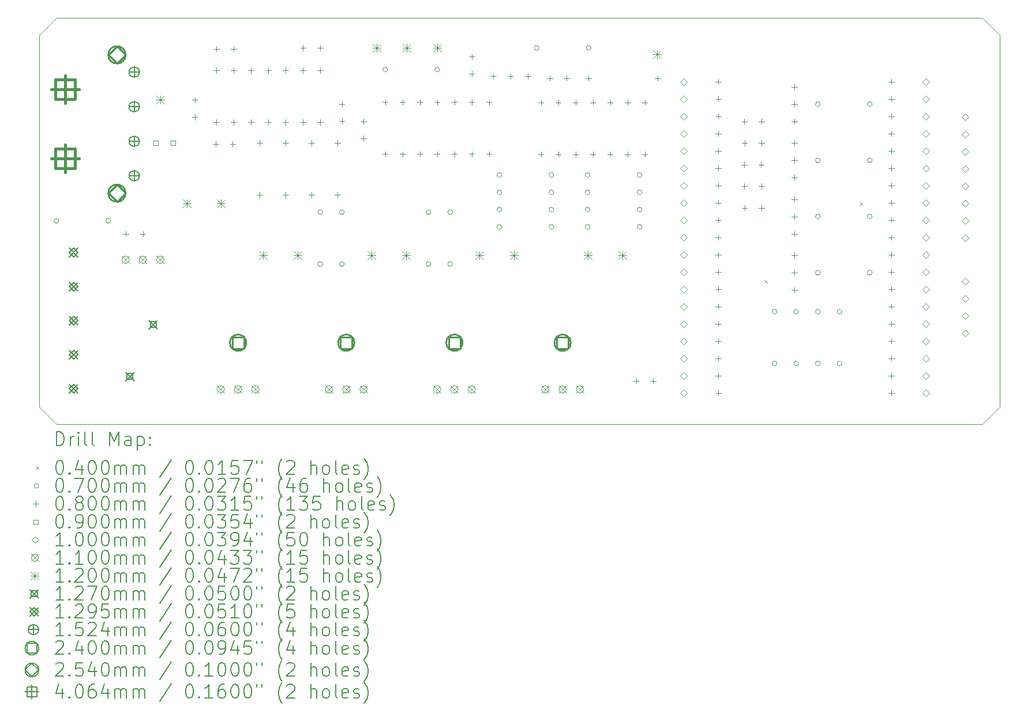
<source format=gbr>
%TF.GenerationSoftware,KiCad,Pcbnew,7.0.10*%
%TF.CreationDate,2024-02-18T19:42:57-05:00*%
%TF.ProjectId,linearlight,6c696e65-6172-46c6-9967-68742e6b6963,rev?*%
%TF.SameCoordinates,Original*%
%TF.FileFunction,Drillmap*%
%TF.FilePolarity,Positive*%
%FSLAX45Y45*%
G04 Gerber Fmt 4.5, Leading zero omitted, Abs format (unit mm)*
G04 Created by KiCad (PCBNEW 7.0.10) date 2024-02-18 19:42:57*
%MOMM*%
%LPD*%
G01*
G04 APERTURE LIST*
%ADD10C,0.100000*%
%ADD11C,0.200000*%
%ADD12C,0.110000*%
%ADD13C,0.120000*%
%ADD14C,0.127000*%
%ADD15C,0.129540*%
%ADD16C,0.152400*%
%ADD17C,0.240000*%
%ADD18C,0.254000*%
%ADD19C,0.406400*%
G04 APERTURE END LIST*
D10*
X26670000Y-8763000D02*
X26670000Y-14224000D01*
X26416000Y-14478000D01*
X12827000Y-14478000D01*
X12573000Y-14224000D01*
X12573000Y-8763000D01*
X12827000Y-8509000D01*
X26416000Y-8509000D01*
X26670000Y-8763000D01*
D11*
D10*
X23221000Y-12362500D02*
X23261000Y-12402500D01*
X23261000Y-12362500D02*
X23221000Y-12402500D01*
X24618000Y-11219500D02*
X24658000Y-11259500D01*
X24658000Y-11219500D02*
X24618000Y-11259500D01*
X12862000Y-11493500D02*
G75*
G03*
X12792000Y-11493500I-35000J0D01*
G01*
X12792000Y-11493500D02*
G75*
G03*
X12862000Y-11493500I35000J0D01*
G01*
X13624000Y-11493500D02*
G75*
G03*
X13554000Y-11493500I-35000J0D01*
G01*
X13554000Y-11493500D02*
G75*
G03*
X13624000Y-11493500I35000J0D01*
G01*
X16735500Y-11366500D02*
G75*
G03*
X16665500Y-11366500I-35000J0D01*
G01*
X16665500Y-11366500D02*
G75*
G03*
X16735500Y-11366500I35000J0D01*
G01*
X16735500Y-12128500D02*
G75*
G03*
X16665500Y-12128500I-35000J0D01*
G01*
X16665500Y-12128500D02*
G75*
G03*
X16735500Y-12128500I35000J0D01*
G01*
X17053000Y-11366500D02*
G75*
G03*
X16983000Y-11366500I-35000J0D01*
G01*
X16983000Y-11366500D02*
G75*
G03*
X17053000Y-11366500I35000J0D01*
G01*
X17053000Y-12128500D02*
G75*
G03*
X16983000Y-12128500I-35000J0D01*
G01*
X16983000Y-12128500D02*
G75*
G03*
X17053000Y-12128500I35000J0D01*
G01*
X17688000Y-9271000D02*
G75*
G03*
X17618000Y-9271000I-35000J0D01*
G01*
X17618000Y-9271000D02*
G75*
G03*
X17688000Y-9271000I35000J0D01*
G01*
X18323000Y-11366500D02*
G75*
G03*
X18253000Y-11366500I-35000J0D01*
G01*
X18253000Y-11366500D02*
G75*
G03*
X18323000Y-11366500I35000J0D01*
G01*
X18323000Y-12128500D02*
G75*
G03*
X18253000Y-12128500I-35000J0D01*
G01*
X18253000Y-12128500D02*
G75*
G03*
X18323000Y-12128500I35000J0D01*
G01*
X18450000Y-9271000D02*
G75*
G03*
X18380000Y-9271000I-35000J0D01*
G01*
X18380000Y-9271000D02*
G75*
G03*
X18450000Y-9271000I35000J0D01*
G01*
X18640500Y-11366500D02*
G75*
G03*
X18570500Y-11366500I-35000J0D01*
G01*
X18570500Y-11366500D02*
G75*
G03*
X18640500Y-11366500I35000J0D01*
G01*
X18640500Y-12128500D02*
G75*
G03*
X18570500Y-12128500I-35000J0D01*
G01*
X18570500Y-12128500D02*
G75*
G03*
X18640500Y-12128500I35000J0D01*
G01*
X19364400Y-10820400D02*
G75*
G03*
X19294400Y-10820400I-35000J0D01*
G01*
X19294400Y-10820400D02*
G75*
G03*
X19364400Y-10820400I35000J0D01*
G01*
X19364400Y-11074400D02*
G75*
G03*
X19294400Y-11074400I-35000J0D01*
G01*
X19294400Y-11074400D02*
G75*
G03*
X19364400Y-11074400I35000J0D01*
G01*
X19364400Y-11328400D02*
G75*
G03*
X19294400Y-11328400I-35000J0D01*
G01*
X19294400Y-11328400D02*
G75*
G03*
X19364400Y-11328400I35000J0D01*
G01*
X19364400Y-11582400D02*
G75*
G03*
X19294400Y-11582400I-35000J0D01*
G01*
X19294400Y-11582400D02*
G75*
G03*
X19364400Y-11582400I35000J0D01*
G01*
X19910500Y-8953500D02*
G75*
G03*
X19840500Y-8953500I-35000J0D01*
G01*
X19840500Y-8953500D02*
G75*
G03*
X19910500Y-8953500I35000J0D01*
G01*
X20126400Y-10820400D02*
G75*
G03*
X20056400Y-10820400I-35000J0D01*
G01*
X20056400Y-10820400D02*
G75*
G03*
X20126400Y-10820400I35000J0D01*
G01*
X20126400Y-11074400D02*
G75*
G03*
X20056400Y-11074400I-35000J0D01*
G01*
X20056400Y-11074400D02*
G75*
G03*
X20126400Y-11074400I35000J0D01*
G01*
X20126400Y-11328400D02*
G75*
G03*
X20056400Y-11328400I-35000J0D01*
G01*
X20056400Y-11328400D02*
G75*
G03*
X20126400Y-11328400I35000J0D01*
G01*
X20126400Y-11582400D02*
G75*
G03*
X20056400Y-11582400I-35000J0D01*
G01*
X20056400Y-11582400D02*
G75*
G03*
X20126400Y-11582400I35000J0D01*
G01*
X20659800Y-10820400D02*
G75*
G03*
X20589800Y-10820400I-35000J0D01*
G01*
X20589800Y-10820400D02*
G75*
G03*
X20659800Y-10820400I35000J0D01*
G01*
X20659800Y-11074400D02*
G75*
G03*
X20589800Y-11074400I-35000J0D01*
G01*
X20589800Y-11074400D02*
G75*
G03*
X20659800Y-11074400I35000J0D01*
G01*
X20659800Y-11328400D02*
G75*
G03*
X20589800Y-11328400I-35000J0D01*
G01*
X20589800Y-11328400D02*
G75*
G03*
X20659800Y-11328400I35000J0D01*
G01*
X20659800Y-11582400D02*
G75*
G03*
X20589800Y-11582400I-35000J0D01*
G01*
X20589800Y-11582400D02*
G75*
G03*
X20659800Y-11582400I35000J0D01*
G01*
X20672500Y-8953500D02*
G75*
G03*
X20602500Y-8953500I-35000J0D01*
G01*
X20602500Y-8953500D02*
G75*
G03*
X20672500Y-8953500I35000J0D01*
G01*
X21421800Y-10820400D02*
G75*
G03*
X21351800Y-10820400I-35000J0D01*
G01*
X21351800Y-10820400D02*
G75*
G03*
X21421800Y-10820400I35000J0D01*
G01*
X21421800Y-11074400D02*
G75*
G03*
X21351800Y-11074400I-35000J0D01*
G01*
X21351800Y-11074400D02*
G75*
G03*
X21421800Y-11074400I35000J0D01*
G01*
X21421800Y-11328400D02*
G75*
G03*
X21351800Y-11328400I-35000J0D01*
G01*
X21351800Y-11328400D02*
G75*
G03*
X21421800Y-11328400I35000J0D01*
G01*
X21421800Y-11582400D02*
G75*
G03*
X21351800Y-11582400I-35000J0D01*
G01*
X21351800Y-11582400D02*
G75*
G03*
X21421800Y-11582400I35000J0D01*
G01*
X23403000Y-12827000D02*
G75*
G03*
X23333000Y-12827000I-35000J0D01*
G01*
X23333000Y-12827000D02*
G75*
G03*
X23403000Y-12827000I35000J0D01*
G01*
X23403000Y-13589000D02*
G75*
G03*
X23333000Y-13589000I-35000J0D01*
G01*
X23333000Y-13589000D02*
G75*
G03*
X23403000Y-13589000I35000J0D01*
G01*
X23720500Y-12827000D02*
G75*
G03*
X23650500Y-12827000I-35000J0D01*
G01*
X23650500Y-12827000D02*
G75*
G03*
X23720500Y-12827000I35000J0D01*
G01*
X23720500Y-13589000D02*
G75*
G03*
X23650500Y-13589000I-35000J0D01*
G01*
X23650500Y-13589000D02*
G75*
G03*
X23720500Y-13589000I35000J0D01*
G01*
X24038000Y-9779000D02*
G75*
G03*
X23968000Y-9779000I-35000J0D01*
G01*
X23968000Y-9779000D02*
G75*
G03*
X24038000Y-9779000I35000J0D01*
G01*
X24038000Y-10604500D02*
G75*
G03*
X23968000Y-10604500I-35000J0D01*
G01*
X23968000Y-10604500D02*
G75*
G03*
X24038000Y-10604500I35000J0D01*
G01*
X24038000Y-11430000D02*
G75*
G03*
X23968000Y-11430000I-35000J0D01*
G01*
X23968000Y-11430000D02*
G75*
G03*
X24038000Y-11430000I35000J0D01*
G01*
X24038000Y-12255500D02*
G75*
G03*
X23968000Y-12255500I-35000J0D01*
G01*
X23968000Y-12255500D02*
G75*
G03*
X24038000Y-12255500I35000J0D01*
G01*
X24038000Y-12827000D02*
G75*
G03*
X23968000Y-12827000I-35000J0D01*
G01*
X23968000Y-12827000D02*
G75*
G03*
X24038000Y-12827000I35000J0D01*
G01*
X24038000Y-13589000D02*
G75*
G03*
X23968000Y-13589000I-35000J0D01*
G01*
X23968000Y-13589000D02*
G75*
G03*
X24038000Y-13589000I35000J0D01*
G01*
X24355500Y-12827000D02*
G75*
G03*
X24285500Y-12827000I-35000J0D01*
G01*
X24285500Y-12827000D02*
G75*
G03*
X24355500Y-12827000I35000J0D01*
G01*
X24355500Y-13589000D02*
G75*
G03*
X24285500Y-13589000I-35000J0D01*
G01*
X24285500Y-13589000D02*
G75*
G03*
X24355500Y-13589000I35000J0D01*
G01*
X24800000Y-9779000D02*
G75*
G03*
X24730000Y-9779000I-35000J0D01*
G01*
X24730000Y-9779000D02*
G75*
G03*
X24800000Y-9779000I35000J0D01*
G01*
X24800000Y-10604500D02*
G75*
G03*
X24730000Y-10604500I-35000J0D01*
G01*
X24730000Y-10604500D02*
G75*
G03*
X24800000Y-10604500I35000J0D01*
G01*
X24800000Y-11430000D02*
G75*
G03*
X24730000Y-11430000I-35000J0D01*
G01*
X24730000Y-11430000D02*
G75*
G03*
X24800000Y-11430000I35000J0D01*
G01*
X24800000Y-12255500D02*
G75*
G03*
X24730000Y-12255500I-35000J0D01*
G01*
X24730000Y-12255500D02*
G75*
G03*
X24800000Y-12255500I35000J0D01*
G01*
X13847000Y-11644000D02*
X13847000Y-11724000D01*
X13807000Y-11684000D02*
X13887000Y-11684000D01*
X14097000Y-11644000D02*
X14097000Y-11724000D01*
X14057000Y-11684000D02*
X14137000Y-11684000D01*
X14859000Y-9677500D02*
X14859000Y-9757500D01*
X14819000Y-9717500D02*
X14899000Y-9717500D01*
X14859000Y-9927500D02*
X14859000Y-10007500D01*
X14819000Y-9967500D02*
X14899000Y-9967500D01*
X15165800Y-10323200D02*
X15165800Y-10403200D01*
X15125800Y-10363200D02*
X15205800Y-10363200D01*
X15176500Y-9243700D02*
X15176500Y-9323700D01*
X15136500Y-9283700D02*
X15216500Y-9283700D01*
X15176500Y-10005700D02*
X15176500Y-10085700D01*
X15136500Y-10045700D02*
X15216500Y-10045700D01*
X15179000Y-8926200D02*
X15179000Y-9006200D01*
X15139000Y-8966200D02*
X15219000Y-8966200D01*
X15415800Y-10323200D02*
X15415800Y-10403200D01*
X15375800Y-10363200D02*
X15455800Y-10363200D01*
X15429000Y-8926200D02*
X15429000Y-9006200D01*
X15389000Y-8966200D02*
X15469000Y-8966200D01*
X15430500Y-9243700D02*
X15430500Y-9323700D01*
X15390500Y-9283700D02*
X15470500Y-9283700D01*
X15430500Y-10005700D02*
X15430500Y-10085700D01*
X15390500Y-10045700D02*
X15470500Y-10045700D01*
X15684500Y-9243700D02*
X15684500Y-9323700D01*
X15644500Y-9283700D02*
X15724500Y-9283700D01*
X15684500Y-10005700D02*
X15684500Y-10085700D01*
X15644500Y-10045700D02*
X15724500Y-10045700D01*
X15811500Y-10310500D02*
X15811500Y-10390500D01*
X15771500Y-10350500D02*
X15851500Y-10350500D01*
X15811500Y-11072500D02*
X15811500Y-11152500D01*
X15771500Y-11112500D02*
X15851500Y-11112500D01*
X15938500Y-9243700D02*
X15938500Y-9323700D01*
X15898500Y-9283700D02*
X15978500Y-9283700D01*
X15938500Y-10005700D02*
X15938500Y-10085700D01*
X15898500Y-10045700D02*
X15978500Y-10045700D01*
X16192500Y-9243700D02*
X16192500Y-9323700D01*
X16152500Y-9283700D02*
X16232500Y-9283700D01*
X16192500Y-10005700D02*
X16192500Y-10085700D01*
X16152500Y-10045700D02*
X16232500Y-10045700D01*
X16192500Y-10310500D02*
X16192500Y-10390500D01*
X16152500Y-10350500D02*
X16232500Y-10350500D01*
X16192500Y-11072500D02*
X16192500Y-11152500D01*
X16152500Y-11112500D02*
X16232500Y-11112500D01*
X16446500Y-9243700D02*
X16446500Y-9323700D01*
X16406500Y-9283700D02*
X16486500Y-9283700D01*
X16446500Y-10005700D02*
X16446500Y-10085700D01*
X16406500Y-10045700D02*
X16486500Y-10045700D01*
X16448500Y-8913500D02*
X16448500Y-8993500D01*
X16408500Y-8953500D02*
X16488500Y-8953500D01*
X16573500Y-10310500D02*
X16573500Y-10390500D01*
X16533500Y-10350500D02*
X16613500Y-10350500D01*
X16573500Y-11072500D02*
X16573500Y-11152500D01*
X16533500Y-11112500D02*
X16613500Y-11112500D01*
X16698500Y-8913500D02*
X16698500Y-8993500D01*
X16658500Y-8953500D02*
X16738500Y-8953500D01*
X16700500Y-9243700D02*
X16700500Y-9323700D01*
X16660500Y-9283700D02*
X16740500Y-9283700D01*
X16700500Y-10005700D02*
X16700500Y-10085700D01*
X16660500Y-10045700D02*
X16740500Y-10045700D01*
X16954500Y-10310500D02*
X16954500Y-10390500D01*
X16914500Y-10350500D02*
X16994500Y-10350500D01*
X16954500Y-11072500D02*
X16954500Y-11152500D01*
X16914500Y-11112500D02*
X16994500Y-11112500D01*
X17018000Y-9739000D02*
X17018000Y-9819000D01*
X16978000Y-9779000D02*
X17058000Y-9779000D01*
X17018000Y-9989000D02*
X17018000Y-10069000D01*
X16978000Y-10029000D02*
X17058000Y-10029000D01*
X17335500Y-9993000D02*
X17335500Y-10073000D01*
X17295500Y-10033000D02*
X17375500Y-10033000D01*
X17335500Y-10243000D02*
X17335500Y-10323000D01*
X17295500Y-10283000D02*
X17375500Y-10283000D01*
X17652500Y-9710700D02*
X17652500Y-9790700D01*
X17612500Y-9750700D02*
X17692500Y-9750700D01*
X17652500Y-10472700D02*
X17652500Y-10552700D01*
X17612500Y-10512700D02*
X17692500Y-10512700D01*
X17906500Y-9710700D02*
X17906500Y-9790700D01*
X17866500Y-9750700D02*
X17946500Y-9750700D01*
X17906500Y-10472700D02*
X17906500Y-10552700D01*
X17866500Y-10512700D02*
X17946500Y-10512700D01*
X18160500Y-9710700D02*
X18160500Y-9790700D01*
X18120500Y-9750700D02*
X18200500Y-9750700D01*
X18160500Y-10472700D02*
X18160500Y-10552700D01*
X18120500Y-10512700D02*
X18200500Y-10512700D01*
X18414500Y-9710700D02*
X18414500Y-9790700D01*
X18374500Y-9750700D02*
X18454500Y-9750700D01*
X18414500Y-10472700D02*
X18414500Y-10552700D01*
X18374500Y-10512700D02*
X18454500Y-10512700D01*
X18668500Y-9710700D02*
X18668500Y-9790700D01*
X18628500Y-9750700D02*
X18708500Y-9750700D01*
X18668500Y-10472700D02*
X18668500Y-10552700D01*
X18628500Y-10512700D02*
X18708500Y-10512700D01*
X18922500Y-9710700D02*
X18922500Y-9790700D01*
X18882500Y-9750700D02*
X18962500Y-9750700D01*
X18922500Y-10472700D02*
X18922500Y-10552700D01*
X18882500Y-10512700D02*
X18962500Y-10512700D01*
X18923000Y-9042500D02*
X18923000Y-9122500D01*
X18883000Y-9082500D02*
X18963000Y-9082500D01*
X18923000Y-9292500D02*
X18923000Y-9372500D01*
X18883000Y-9332500D02*
X18963000Y-9332500D01*
X19176500Y-9710700D02*
X19176500Y-9790700D01*
X19136500Y-9750700D02*
X19216500Y-9750700D01*
X19176500Y-10472700D02*
X19176500Y-10552700D01*
X19136500Y-10512700D02*
X19216500Y-10512700D01*
X19240500Y-9330500D02*
X19240500Y-9410500D01*
X19200500Y-9370500D02*
X19280500Y-9370500D01*
X19494500Y-9330500D02*
X19494500Y-9410500D01*
X19454500Y-9370500D02*
X19534500Y-9370500D01*
X19748500Y-9330500D02*
X19748500Y-9410500D01*
X19708500Y-9370500D02*
X19788500Y-9370500D01*
X19938500Y-9713600D02*
X19938500Y-9793600D01*
X19898500Y-9753600D02*
X19978500Y-9753600D01*
X19938500Y-10475600D02*
X19938500Y-10555600D01*
X19898500Y-10515600D02*
X19978500Y-10515600D01*
X20068000Y-9358000D02*
X20068000Y-9438000D01*
X20028000Y-9398000D02*
X20108000Y-9398000D01*
X20192500Y-9713600D02*
X20192500Y-9793600D01*
X20152500Y-9753600D02*
X20232500Y-9753600D01*
X20192500Y-10475600D02*
X20192500Y-10555600D01*
X20152500Y-10515600D02*
X20232500Y-10515600D01*
X20318000Y-9358000D02*
X20318000Y-9438000D01*
X20278000Y-9398000D02*
X20358000Y-9398000D01*
X20446500Y-9713600D02*
X20446500Y-9793600D01*
X20406500Y-9753600D02*
X20486500Y-9753600D01*
X20446500Y-10475600D02*
X20446500Y-10555600D01*
X20406500Y-10515600D02*
X20486500Y-10515600D01*
X20637500Y-9358000D02*
X20637500Y-9438000D01*
X20597500Y-9398000D02*
X20677500Y-9398000D01*
X20700500Y-9713600D02*
X20700500Y-9793600D01*
X20660500Y-9753600D02*
X20740500Y-9753600D01*
X20700500Y-10475600D02*
X20700500Y-10555600D01*
X20660500Y-10515600D02*
X20740500Y-10515600D01*
X20954500Y-9713600D02*
X20954500Y-9793600D01*
X20914500Y-9753600D02*
X20994500Y-9753600D01*
X20954500Y-10475600D02*
X20954500Y-10555600D01*
X20914500Y-10515600D02*
X20994500Y-10515600D01*
X21208500Y-9713600D02*
X21208500Y-9793600D01*
X21168500Y-9753600D02*
X21248500Y-9753600D01*
X21208500Y-10475600D02*
X21208500Y-10555600D01*
X21168500Y-10515600D02*
X21248500Y-10515600D01*
X21336000Y-13803000D02*
X21336000Y-13883000D01*
X21296000Y-13843000D02*
X21376000Y-13843000D01*
X21462500Y-9713600D02*
X21462500Y-9793600D01*
X21422500Y-9753600D02*
X21502500Y-9753600D01*
X21462500Y-10475600D02*
X21462500Y-10555600D01*
X21422500Y-10515600D02*
X21502500Y-10515600D01*
X21586000Y-13803000D02*
X21586000Y-13883000D01*
X21546000Y-13843000D02*
X21626000Y-13843000D01*
X21653500Y-9358000D02*
X21653500Y-9438000D01*
X21613500Y-9398000D02*
X21693500Y-9398000D01*
X22542868Y-9408800D02*
X22542868Y-9488800D01*
X22502868Y-9448800D02*
X22582868Y-9448800D01*
X22542868Y-9662800D02*
X22542868Y-9742800D01*
X22502868Y-9702800D02*
X22582868Y-9702800D01*
X22542868Y-9916800D02*
X22542868Y-9996800D01*
X22502868Y-9956800D02*
X22582868Y-9956800D01*
X22542868Y-10170800D02*
X22542868Y-10250800D01*
X22502868Y-10210800D02*
X22582868Y-10210800D01*
X22542868Y-10424800D02*
X22542868Y-10504800D01*
X22502868Y-10464800D02*
X22582868Y-10464800D01*
X22542868Y-10678800D02*
X22542868Y-10758800D01*
X22502868Y-10718800D02*
X22582868Y-10718800D01*
X22542868Y-10932800D02*
X22542868Y-11012800D01*
X22502868Y-10972800D02*
X22582868Y-10972800D01*
X22542868Y-11186800D02*
X22542868Y-11266800D01*
X22502868Y-11226800D02*
X22582868Y-11226800D01*
X22542868Y-11440800D02*
X22542868Y-11520800D01*
X22502868Y-11480800D02*
X22582868Y-11480800D01*
X22542868Y-11694800D02*
X22542868Y-11774800D01*
X22502868Y-11734800D02*
X22582868Y-11734800D01*
X22542868Y-11948800D02*
X22542868Y-12028800D01*
X22502868Y-11988800D02*
X22582868Y-11988800D01*
X22542868Y-12202800D02*
X22542868Y-12282800D01*
X22502868Y-12242800D02*
X22582868Y-12242800D01*
X22542868Y-12456800D02*
X22542868Y-12536800D01*
X22502868Y-12496800D02*
X22582868Y-12496800D01*
X22542868Y-12710800D02*
X22542868Y-12790800D01*
X22502868Y-12750800D02*
X22582868Y-12750800D01*
X22542868Y-12964800D02*
X22542868Y-13044800D01*
X22502868Y-13004800D02*
X22582868Y-13004800D01*
X22542868Y-13218800D02*
X22542868Y-13298800D01*
X22502868Y-13258800D02*
X22582868Y-13258800D01*
X22542868Y-13472800D02*
X22542868Y-13552800D01*
X22502868Y-13512800D02*
X22582868Y-13512800D01*
X22542868Y-13726800D02*
X22542868Y-13806800D01*
X22502868Y-13766800D02*
X22582868Y-13766800D01*
X22542868Y-13980800D02*
X22542868Y-14060800D01*
X22502868Y-14020800D02*
X22582868Y-14020800D01*
X22921500Y-10628000D02*
X22921500Y-10708000D01*
X22881500Y-10668000D02*
X22961500Y-10668000D01*
X22925500Y-9993000D02*
X22925500Y-10073000D01*
X22885500Y-10033000D02*
X22965500Y-10033000D01*
X22925500Y-10945500D02*
X22925500Y-11025500D01*
X22885500Y-10985500D02*
X22965500Y-10985500D01*
X22927500Y-10310500D02*
X22927500Y-10390500D01*
X22887500Y-10350500D02*
X22967500Y-10350500D01*
X22927500Y-11263000D02*
X22927500Y-11343000D01*
X22887500Y-11303000D02*
X22967500Y-11303000D01*
X23171500Y-10628000D02*
X23171500Y-10708000D01*
X23131500Y-10668000D02*
X23211500Y-10668000D01*
X23175500Y-9993000D02*
X23175500Y-10073000D01*
X23135500Y-10033000D02*
X23215500Y-10033000D01*
X23175500Y-10945500D02*
X23175500Y-11025500D01*
X23135500Y-10985500D02*
X23215500Y-10985500D01*
X23177500Y-10310500D02*
X23177500Y-10390500D01*
X23137500Y-10350500D02*
X23217500Y-10350500D01*
X23177500Y-11263000D02*
X23177500Y-11343000D01*
X23137500Y-11303000D02*
X23217500Y-11303000D01*
X23658000Y-9485000D02*
X23658000Y-9565000D01*
X23618000Y-9525000D02*
X23698000Y-9525000D01*
X23658000Y-9739000D02*
X23658000Y-9819000D01*
X23618000Y-9779000D02*
X23698000Y-9779000D01*
X23658000Y-9993000D02*
X23658000Y-10073000D01*
X23618000Y-10033000D02*
X23698000Y-10033000D01*
X23658000Y-10310500D02*
X23658000Y-10390500D01*
X23618000Y-10350500D02*
X23698000Y-10350500D01*
X23658000Y-10564500D02*
X23658000Y-10644500D01*
X23618000Y-10604500D02*
X23698000Y-10604500D01*
X23658000Y-10818500D02*
X23658000Y-10898500D01*
X23618000Y-10858500D02*
X23698000Y-10858500D01*
X23658000Y-11136000D02*
X23658000Y-11216000D01*
X23618000Y-11176000D02*
X23698000Y-11176000D01*
X23658000Y-11390000D02*
X23658000Y-11470000D01*
X23618000Y-11430000D02*
X23698000Y-11430000D01*
X23658000Y-11644000D02*
X23658000Y-11724000D01*
X23618000Y-11684000D02*
X23698000Y-11684000D01*
X23658000Y-11961500D02*
X23658000Y-12041500D01*
X23618000Y-12001500D02*
X23698000Y-12001500D01*
X23658000Y-12215500D02*
X23658000Y-12295500D01*
X23618000Y-12255500D02*
X23698000Y-12255500D01*
X23658000Y-12469500D02*
X23658000Y-12549500D01*
X23618000Y-12509500D02*
X23698000Y-12509500D01*
X25082500Y-13726528D02*
X25082500Y-13806528D01*
X25042500Y-13766528D02*
X25122500Y-13766528D01*
X25082500Y-13980528D02*
X25082500Y-14060528D01*
X25042500Y-14020528D02*
X25122500Y-14020528D01*
X25082868Y-9408800D02*
X25082868Y-9488800D01*
X25042868Y-9448800D02*
X25122868Y-9448800D01*
X25082868Y-9662800D02*
X25082868Y-9742800D01*
X25042868Y-9702800D02*
X25122868Y-9702800D01*
X25082868Y-9916800D02*
X25082868Y-9996800D01*
X25042868Y-9956800D02*
X25122868Y-9956800D01*
X25082868Y-10170800D02*
X25082868Y-10250800D01*
X25042868Y-10210800D02*
X25122868Y-10210800D01*
X25082868Y-10424800D02*
X25082868Y-10504800D01*
X25042868Y-10464800D02*
X25122868Y-10464800D01*
X25082868Y-10678800D02*
X25082868Y-10758800D01*
X25042868Y-10718800D02*
X25122868Y-10718800D01*
X25082868Y-10932800D02*
X25082868Y-11012800D01*
X25042868Y-10972800D02*
X25122868Y-10972800D01*
X25082868Y-11186800D02*
X25082868Y-11266800D01*
X25042868Y-11226800D02*
X25122868Y-11226800D01*
X25082868Y-11440800D02*
X25082868Y-11520800D01*
X25042868Y-11480800D02*
X25122868Y-11480800D01*
X25082868Y-11694800D02*
X25082868Y-11774800D01*
X25042868Y-11734800D02*
X25122868Y-11734800D01*
X25082868Y-11948800D02*
X25082868Y-12028800D01*
X25042868Y-11988800D02*
X25122868Y-11988800D01*
X25082868Y-12202800D02*
X25082868Y-12282800D01*
X25042868Y-12242800D02*
X25122868Y-12242800D01*
X25082868Y-12456800D02*
X25082868Y-12536800D01*
X25042868Y-12496800D02*
X25122868Y-12496800D01*
X25082868Y-12710800D02*
X25082868Y-12790800D01*
X25042868Y-12750800D02*
X25122868Y-12750800D01*
X25082868Y-12964800D02*
X25082868Y-13044800D01*
X25042868Y-13004800D02*
X25122868Y-13004800D01*
X25082868Y-13218800D02*
X25082868Y-13298800D01*
X25042868Y-13258800D02*
X25122868Y-13258800D01*
X25082868Y-13472800D02*
X25082868Y-13552800D01*
X25042868Y-13512800D02*
X25122868Y-13512800D01*
X14319320Y-10382320D02*
X14319320Y-10318680D01*
X14255680Y-10318680D01*
X14255680Y-10382320D01*
X14319320Y-10382320D01*
X14573320Y-10382320D02*
X14573320Y-10318680D01*
X14509680Y-10318680D01*
X14509680Y-10382320D01*
X14573320Y-10382320D01*
X22034500Y-9498800D02*
X22084500Y-9448800D01*
X22034500Y-9398800D01*
X21984500Y-9448800D01*
X22034500Y-9498800D01*
X22034500Y-9752800D02*
X22084500Y-9702800D01*
X22034500Y-9652800D01*
X21984500Y-9702800D01*
X22034500Y-9752800D01*
X22034500Y-10006800D02*
X22084500Y-9956800D01*
X22034500Y-9906800D01*
X21984500Y-9956800D01*
X22034500Y-10006800D01*
X22034500Y-10260800D02*
X22084500Y-10210800D01*
X22034500Y-10160800D01*
X21984500Y-10210800D01*
X22034500Y-10260800D01*
X22034500Y-10514800D02*
X22084500Y-10464800D01*
X22034500Y-10414800D01*
X21984500Y-10464800D01*
X22034500Y-10514800D01*
X22034500Y-10768800D02*
X22084500Y-10718800D01*
X22034500Y-10668800D01*
X21984500Y-10718800D01*
X22034500Y-10768800D01*
X22034500Y-11022800D02*
X22084500Y-10972800D01*
X22034500Y-10922800D01*
X21984500Y-10972800D01*
X22034500Y-11022800D01*
X22034500Y-11276800D02*
X22084500Y-11226800D01*
X22034500Y-11176800D01*
X21984500Y-11226800D01*
X22034500Y-11276800D01*
X22034500Y-11530800D02*
X22084500Y-11480800D01*
X22034500Y-11430800D01*
X21984500Y-11480800D01*
X22034500Y-11530800D01*
X22034500Y-11784800D02*
X22084500Y-11734800D01*
X22034500Y-11684800D01*
X21984500Y-11734800D01*
X22034500Y-11784800D01*
X22034500Y-12038800D02*
X22084500Y-11988800D01*
X22034500Y-11938800D01*
X21984500Y-11988800D01*
X22034500Y-12038800D01*
X22034500Y-12292800D02*
X22084500Y-12242800D01*
X22034500Y-12192800D01*
X21984500Y-12242800D01*
X22034500Y-12292800D01*
X22034500Y-12546800D02*
X22084500Y-12496800D01*
X22034500Y-12446800D01*
X21984500Y-12496800D01*
X22034500Y-12546800D01*
X22034500Y-12800800D02*
X22084500Y-12750800D01*
X22034500Y-12700800D01*
X21984500Y-12750800D01*
X22034500Y-12800800D01*
X22034500Y-13054800D02*
X22084500Y-13004800D01*
X22034500Y-12954800D01*
X21984500Y-13004800D01*
X22034500Y-13054800D01*
X22034500Y-13308800D02*
X22084500Y-13258800D01*
X22034500Y-13208800D01*
X21984500Y-13258800D01*
X22034500Y-13308800D01*
X22034500Y-13562800D02*
X22084500Y-13512800D01*
X22034500Y-13462800D01*
X21984500Y-13512800D01*
X22034500Y-13562800D01*
X22034500Y-13816800D02*
X22084500Y-13766800D01*
X22034500Y-13716800D01*
X21984500Y-13766800D01*
X22034500Y-13816800D01*
X22034500Y-14070800D02*
X22084500Y-14020800D01*
X22034500Y-13970800D01*
X21984500Y-14020800D01*
X22034500Y-14070800D01*
X25590500Y-9498800D02*
X25640500Y-9448800D01*
X25590500Y-9398800D01*
X25540500Y-9448800D01*
X25590500Y-9498800D01*
X25590500Y-9752800D02*
X25640500Y-9702800D01*
X25590500Y-9652800D01*
X25540500Y-9702800D01*
X25590500Y-9752800D01*
X25590500Y-10006800D02*
X25640500Y-9956800D01*
X25590500Y-9906800D01*
X25540500Y-9956800D01*
X25590500Y-10006800D01*
X25590500Y-10260800D02*
X25640500Y-10210800D01*
X25590500Y-10160800D01*
X25540500Y-10210800D01*
X25590500Y-10260800D01*
X25590500Y-10514800D02*
X25640500Y-10464800D01*
X25590500Y-10414800D01*
X25540500Y-10464800D01*
X25590500Y-10514800D01*
X25590500Y-10768800D02*
X25640500Y-10718800D01*
X25590500Y-10668800D01*
X25540500Y-10718800D01*
X25590500Y-10768800D01*
X25590500Y-11022800D02*
X25640500Y-10972800D01*
X25590500Y-10922800D01*
X25540500Y-10972800D01*
X25590500Y-11022800D01*
X25590500Y-11276800D02*
X25640500Y-11226800D01*
X25590500Y-11176800D01*
X25540500Y-11226800D01*
X25590500Y-11276800D01*
X25590500Y-11530800D02*
X25640500Y-11480800D01*
X25590500Y-11430800D01*
X25540500Y-11480800D01*
X25590500Y-11530800D01*
X25590500Y-11784800D02*
X25640500Y-11734800D01*
X25590500Y-11684800D01*
X25540500Y-11734800D01*
X25590500Y-11784800D01*
X25590500Y-12038800D02*
X25640500Y-11988800D01*
X25590500Y-11938800D01*
X25540500Y-11988800D01*
X25590500Y-12038800D01*
X25590500Y-12292800D02*
X25640500Y-12242800D01*
X25590500Y-12192800D01*
X25540500Y-12242800D01*
X25590500Y-12292800D01*
X25590500Y-12546800D02*
X25640500Y-12496800D01*
X25590500Y-12446800D01*
X25540500Y-12496800D01*
X25590500Y-12546800D01*
X25590500Y-12800800D02*
X25640500Y-12750800D01*
X25590500Y-12700800D01*
X25540500Y-12750800D01*
X25590500Y-12800800D01*
X25590500Y-13054800D02*
X25640500Y-13004800D01*
X25590500Y-12954800D01*
X25540500Y-13004800D01*
X25590500Y-13054800D01*
X25590500Y-13308800D02*
X25640500Y-13258800D01*
X25590500Y-13208800D01*
X25540500Y-13258800D01*
X25590500Y-13308800D01*
X25590500Y-13562800D02*
X25640500Y-13512800D01*
X25590500Y-13462800D01*
X25540500Y-13512800D01*
X25590500Y-13562800D01*
X25590500Y-13816800D02*
X25640500Y-13766800D01*
X25590500Y-13716800D01*
X25540500Y-13766800D01*
X25590500Y-13816800D01*
X25590500Y-14070800D02*
X25640500Y-14020800D01*
X25590500Y-13970800D01*
X25540500Y-14020800D01*
X25590500Y-14070800D01*
X26162000Y-10019500D02*
X26212000Y-9969500D01*
X26162000Y-9919500D01*
X26112000Y-9969500D01*
X26162000Y-10019500D01*
X26162000Y-10273500D02*
X26212000Y-10223500D01*
X26162000Y-10173500D01*
X26112000Y-10223500D01*
X26162000Y-10273500D01*
X26162000Y-10527500D02*
X26212000Y-10477500D01*
X26162000Y-10427500D01*
X26112000Y-10477500D01*
X26162000Y-10527500D01*
X26162000Y-10781500D02*
X26212000Y-10731500D01*
X26162000Y-10681500D01*
X26112000Y-10731500D01*
X26162000Y-10781500D01*
X26162000Y-11035500D02*
X26212000Y-10985500D01*
X26162000Y-10935500D01*
X26112000Y-10985500D01*
X26162000Y-11035500D01*
X26162000Y-11289500D02*
X26212000Y-11239500D01*
X26162000Y-11189500D01*
X26112000Y-11239500D01*
X26162000Y-11289500D01*
X26162000Y-11543500D02*
X26212000Y-11493500D01*
X26162000Y-11443500D01*
X26112000Y-11493500D01*
X26162000Y-11543500D01*
X26162000Y-11797500D02*
X26212000Y-11747500D01*
X26162000Y-11697500D01*
X26112000Y-11747500D01*
X26162000Y-11797500D01*
X26162000Y-12432500D02*
X26212000Y-12382500D01*
X26162000Y-12332500D01*
X26112000Y-12382500D01*
X26162000Y-12432500D01*
X26162000Y-12686500D02*
X26212000Y-12636500D01*
X26162000Y-12586500D01*
X26112000Y-12636500D01*
X26162000Y-12686500D01*
X26162000Y-12940500D02*
X26212000Y-12890500D01*
X26162000Y-12840500D01*
X26112000Y-12890500D01*
X26162000Y-12940500D01*
X26162000Y-13194500D02*
X26212000Y-13144500D01*
X26162000Y-13094500D01*
X26112000Y-13144500D01*
X26162000Y-13194500D01*
D12*
X13788000Y-12010000D02*
X13898000Y-12120000D01*
X13898000Y-12010000D02*
X13788000Y-12120000D01*
X13898000Y-12065000D02*
G75*
G03*
X13788000Y-12065000I-55000J0D01*
G01*
X13788000Y-12065000D02*
G75*
G03*
X13898000Y-12065000I55000J0D01*
G01*
X14042000Y-12010000D02*
X14152000Y-12120000D01*
X14152000Y-12010000D02*
X14042000Y-12120000D01*
X14152000Y-12065000D02*
G75*
G03*
X14042000Y-12065000I-55000J0D01*
G01*
X14042000Y-12065000D02*
G75*
G03*
X14152000Y-12065000I55000J0D01*
G01*
X14296000Y-12010000D02*
X14406000Y-12120000D01*
X14406000Y-12010000D02*
X14296000Y-12120000D01*
X14406000Y-12065000D02*
G75*
G03*
X14296000Y-12065000I-55000J0D01*
G01*
X14296000Y-12065000D02*
G75*
G03*
X14406000Y-12065000I55000J0D01*
G01*
X15185000Y-13915000D02*
X15295000Y-14025000D01*
X15295000Y-13915000D02*
X15185000Y-14025000D01*
X15295000Y-13970000D02*
G75*
G03*
X15185000Y-13970000I-55000J0D01*
G01*
X15185000Y-13970000D02*
G75*
G03*
X15295000Y-13970000I55000J0D01*
G01*
X15439000Y-13915000D02*
X15549000Y-14025000D01*
X15549000Y-13915000D02*
X15439000Y-14025000D01*
X15549000Y-13970000D02*
G75*
G03*
X15439000Y-13970000I-55000J0D01*
G01*
X15439000Y-13970000D02*
G75*
G03*
X15549000Y-13970000I55000J0D01*
G01*
X15693000Y-13915000D02*
X15803000Y-14025000D01*
X15803000Y-13915000D02*
X15693000Y-14025000D01*
X15803000Y-13970000D02*
G75*
G03*
X15693000Y-13970000I-55000J0D01*
G01*
X15693000Y-13970000D02*
G75*
G03*
X15803000Y-13970000I55000J0D01*
G01*
X16772500Y-13915000D02*
X16882500Y-14025000D01*
X16882500Y-13915000D02*
X16772500Y-14025000D01*
X16882500Y-13970000D02*
G75*
G03*
X16772500Y-13970000I-55000J0D01*
G01*
X16772500Y-13970000D02*
G75*
G03*
X16882500Y-13970000I55000J0D01*
G01*
X17026500Y-13915000D02*
X17136500Y-14025000D01*
X17136500Y-13915000D02*
X17026500Y-14025000D01*
X17136500Y-13970000D02*
G75*
G03*
X17026500Y-13970000I-55000J0D01*
G01*
X17026500Y-13970000D02*
G75*
G03*
X17136500Y-13970000I55000J0D01*
G01*
X17280500Y-13915000D02*
X17390500Y-14025000D01*
X17390500Y-13915000D02*
X17280500Y-14025000D01*
X17390500Y-13970000D02*
G75*
G03*
X17280500Y-13970000I-55000J0D01*
G01*
X17280500Y-13970000D02*
G75*
G03*
X17390500Y-13970000I55000J0D01*
G01*
X18360000Y-13915000D02*
X18470000Y-14025000D01*
X18470000Y-13915000D02*
X18360000Y-14025000D01*
X18470000Y-13970000D02*
G75*
G03*
X18360000Y-13970000I-55000J0D01*
G01*
X18360000Y-13970000D02*
G75*
G03*
X18470000Y-13970000I55000J0D01*
G01*
X18614000Y-13915000D02*
X18724000Y-14025000D01*
X18724000Y-13915000D02*
X18614000Y-14025000D01*
X18724000Y-13970000D02*
G75*
G03*
X18614000Y-13970000I-55000J0D01*
G01*
X18614000Y-13970000D02*
G75*
G03*
X18724000Y-13970000I55000J0D01*
G01*
X18868000Y-13915000D02*
X18978000Y-14025000D01*
X18978000Y-13915000D02*
X18868000Y-14025000D01*
X18978000Y-13970000D02*
G75*
G03*
X18868000Y-13970000I-55000J0D01*
G01*
X18868000Y-13970000D02*
G75*
G03*
X18978000Y-13970000I55000J0D01*
G01*
X19947500Y-13915000D02*
X20057500Y-14025000D01*
X20057500Y-13915000D02*
X19947500Y-14025000D01*
X20057500Y-13970000D02*
G75*
G03*
X19947500Y-13970000I-55000J0D01*
G01*
X19947500Y-13970000D02*
G75*
G03*
X20057500Y-13970000I55000J0D01*
G01*
X20201500Y-13915000D02*
X20311500Y-14025000D01*
X20311500Y-13915000D02*
X20201500Y-14025000D01*
X20311500Y-13970000D02*
G75*
G03*
X20201500Y-13970000I-55000J0D01*
G01*
X20201500Y-13970000D02*
G75*
G03*
X20311500Y-13970000I55000J0D01*
G01*
X20455500Y-13915000D02*
X20565500Y-14025000D01*
X20565500Y-13915000D02*
X20455500Y-14025000D01*
X20565500Y-13970000D02*
G75*
G03*
X20455500Y-13970000I-55000J0D01*
G01*
X20455500Y-13970000D02*
G75*
G03*
X20565500Y-13970000I55000J0D01*
G01*
D13*
X14291000Y-9655500D02*
X14411000Y-9775500D01*
X14411000Y-9655500D02*
X14291000Y-9775500D01*
X14351000Y-9655500D02*
X14351000Y-9775500D01*
X14291000Y-9715500D02*
X14411000Y-9715500D01*
X14680000Y-11179500D02*
X14800000Y-11299500D01*
X14800000Y-11179500D02*
X14680000Y-11299500D01*
X14740000Y-11179500D02*
X14740000Y-11299500D01*
X14680000Y-11239500D02*
X14800000Y-11239500D01*
X15180000Y-11179500D02*
X15300000Y-11299500D01*
X15300000Y-11179500D02*
X15180000Y-11299500D01*
X15240000Y-11179500D02*
X15240000Y-11299500D01*
X15180000Y-11239500D02*
X15300000Y-11239500D01*
X15804000Y-11941500D02*
X15924000Y-12061500D01*
X15924000Y-11941500D02*
X15804000Y-12061500D01*
X15864000Y-11941500D02*
X15864000Y-12061500D01*
X15804000Y-12001500D02*
X15924000Y-12001500D01*
X16312000Y-11941500D02*
X16432000Y-12061500D01*
X16432000Y-11941500D02*
X16312000Y-12061500D01*
X16372000Y-11941500D02*
X16372000Y-12061500D01*
X16312000Y-12001500D02*
X16432000Y-12001500D01*
X17391500Y-11941500D02*
X17511500Y-12061500D01*
X17511500Y-11941500D02*
X17391500Y-12061500D01*
X17451500Y-11941500D02*
X17451500Y-12061500D01*
X17391500Y-12001500D02*
X17511500Y-12001500D01*
X17466000Y-8893500D02*
X17586000Y-9013500D01*
X17586000Y-8893500D02*
X17466000Y-9013500D01*
X17526000Y-8893500D02*
X17526000Y-9013500D01*
X17466000Y-8953500D02*
X17586000Y-8953500D01*
X17899500Y-11941500D02*
X18019500Y-12061500D01*
X18019500Y-11941500D02*
X17899500Y-12061500D01*
X17959500Y-11941500D02*
X17959500Y-12061500D01*
X17899500Y-12001500D02*
X18019500Y-12001500D01*
X17910500Y-8893500D02*
X18030500Y-9013500D01*
X18030500Y-8893500D02*
X17910500Y-9013500D01*
X17970500Y-8893500D02*
X17970500Y-9013500D01*
X17910500Y-8953500D02*
X18030500Y-8953500D01*
X18355000Y-8893500D02*
X18475000Y-9013500D01*
X18475000Y-8893500D02*
X18355000Y-9013500D01*
X18415000Y-8893500D02*
X18415000Y-9013500D01*
X18355000Y-8953500D02*
X18475000Y-8953500D01*
X18979000Y-11941500D02*
X19099000Y-12061500D01*
X19099000Y-11941500D02*
X18979000Y-12061500D01*
X19039000Y-11941500D02*
X19039000Y-12061500D01*
X18979000Y-12001500D02*
X19099000Y-12001500D01*
X19487000Y-11941500D02*
X19607000Y-12061500D01*
X19607000Y-11941500D02*
X19487000Y-12061500D01*
X19547000Y-11941500D02*
X19547000Y-12061500D01*
X19487000Y-12001500D02*
X19607000Y-12001500D01*
X20566500Y-11941500D02*
X20686500Y-12061500D01*
X20686500Y-11941500D02*
X20566500Y-12061500D01*
X20626500Y-11941500D02*
X20626500Y-12061500D01*
X20566500Y-12001500D02*
X20686500Y-12001500D01*
X21074500Y-11941500D02*
X21194500Y-12061500D01*
X21194500Y-11941500D02*
X21074500Y-12061500D01*
X21134500Y-11941500D02*
X21134500Y-12061500D01*
X21074500Y-12001500D02*
X21194500Y-12001500D01*
X21580800Y-8982400D02*
X21700800Y-9102400D01*
X21700800Y-8982400D02*
X21580800Y-9102400D01*
X21640800Y-8982400D02*
X21640800Y-9102400D01*
X21580800Y-9042400D02*
X21700800Y-9042400D01*
D14*
X13843000Y-13716000D02*
X13970000Y-13843000D01*
X13970000Y-13716000D02*
X13843000Y-13843000D01*
X13951402Y-13824402D02*
X13951402Y-13734598D01*
X13861598Y-13734598D01*
X13861598Y-13824402D01*
X13951402Y-13824402D01*
X14188440Y-12954000D02*
X14315440Y-13081000D01*
X14315440Y-12954000D02*
X14188440Y-13081000D01*
X14296842Y-13062402D02*
X14296842Y-12972598D01*
X14207038Y-12972598D01*
X14207038Y-13062402D01*
X14296842Y-13062402D01*
D15*
X13016230Y-11893930D02*
X13145770Y-12023470D01*
X13145770Y-11893930D02*
X13016230Y-12023470D01*
X13081000Y-12023470D02*
X13145770Y-11958700D01*
X13081000Y-11893930D01*
X13016230Y-11958700D01*
X13081000Y-12023470D01*
X13016230Y-12393930D02*
X13145770Y-12523470D01*
X13145770Y-12393930D02*
X13016230Y-12523470D01*
X13081000Y-12523470D02*
X13145770Y-12458700D01*
X13081000Y-12393930D01*
X13016230Y-12458700D01*
X13081000Y-12523470D01*
X13016230Y-12893930D02*
X13145770Y-13023470D01*
X13145770Y-12893930D02*
X13016230Y-13023470D01*
X13081000Y-13023470D02*
X13145770Y-12958700D01*
X13081000Y-12893930D01*
X13016230Y-12958700D01*
X13081000Y-13023470D01*
X13016230Y-13393930D02*
X13145770Y-13523470D01*
X13145770Y-13393930D02*
X13016230Y-13523470D01*
X13081000Y-13523470D02*
X13145770Y-13458700D01*
X13081000Y-13393930D01*
X13016230Y-13458700D01*
X13081000Y-13523470D01*
X13016230Y-13893930D02*
X13145770Y-14023470D01*
X13145770Y-13893930D02*
X13016230Y-14023470D01*
X13081000Y-14023470D02*
X13145770Y-13958700D01*
X13081000Y-13893930D01*
X13016230Y-13958700D01*
X13081000Y-14023470D01*
D16*
X13970000Y-9232900D02*
X13970000Y-9385300D01*
X13893800Y-9309100D02*
X14046200Y-9309100D01*
X14046200Y-9309100D02*
G75*
G03*
X13893800Y-9309100I-76200J0D01*
G01*
X13893800Y-9309100D02*
G75*
G03*
X14046200Y-9309100I76200J0D01*
G01*
X13970000Y-9740900D02*
X13970000Y-9893300D01*
X13893800Y-9817100D02*
X14046200Y-9817100D01*
X14046200Y-9817100D02*
G75*
G03*
X13893800Y-9817100I-76200J0D01*
G01*
X13893800Y-9817100D02*
G75*
G03*
X14046200Y-9817100I76200J0D01*
G01*
X13970000Y-10248900D02*
X13970000Y-10401300D01*
X13893800Y-10325100D02*
X14046200Y-10325100D01*
X14046200Y-10325100D02*
G75*
G03*
X13893800Y-10325100I-76200J0D01*
G01*
X13893800Y-10325100D02*
G75*
G03*
X14046200Y-10325100I76200J0D01*
G01*
X13970000Y-10756900D02*
X13970000Y-10909300D01*
X13893800Y-10833100D02*
X14046200Y-10833100D01*
X14046200Y-10833100D02*
G75*
G03*
X13893800Y-10833100I-76200J0D01*
G01*
X13893800Y-10833100D02*
G75*
G03*
X14046200Y-10833100I76200J0D01*
G01*
D17*
X15578854Y-13369054D02*
X15578854Y-13199346D01*
X15409146Y-13199346D01*
X15409146Y-13369054D01*
X15578854Y-13369054D01*
X15614000Y-13284200D02*
G75*
G03*
X15374000Y-13284200I-120000J0D01*
G01*
X15374000Y-13284200D02*
G75*
G03*
X15614000Y-13284200I120000J0D01*
G01*
X17166354Y-13369054D02*
X17166354Y-13199346D01*
X16996646Y-13199346D01*
X16996646Y-13369054D01*
X17166354Y-13369054D01*
X17201500Y-13284200D02*
G75*
G03*
X16961500Y-13284200I-120000J0D01*
G01*
X16961500Y-13284200D02*
G75*
G03*
X17201500Y-13284200I120000J0D01*
G01*
X18753854Y-13369054D02*
X18753854Y-13199346D01*
X18584146Y-13199346D01*
X18584146Y-13369054D01*
X18753854Y-13369054D01*
X18789000Y-13284200D02*
G75*
G03*
X18549000Y-13284200I-120000J0D01*
G01*
X18549000Y-13284200D02*
G75*
G03*
X18789000Y-13284200I120000J0D01*
G01*
X20341354Y-13369054D02*
X20341354Y-13199346D01*
X20171646Y-13199346D01*
X20171646Y-13369054D01*
X20341354Y-13369054D01*
X20376500Y-13284200D02*
G75*
G03*
X20136500Y-13284200I-120000J0D01*
G01*
X20136500Y-13284200D02*
G75*
G03*
X20376500Y-13284200I120000J0D01*
G01*
D18*
X13716000Y-9182100D02*
X13843000Y-9055100D01*
X13716000Y-8928100D01*
X13589000Y-9055100D01*
X13716000Y-9182100D01*
X13843000Y-9055100D02*
G75*
G03*
X13589000Y-9055100I-127000J0D01*
G01*
X13589000Y-9055100D02*
G75*
G03*
X13843000Y-9055100I127000J0D01*
G01*
X13716000Y-11214100D02*
X13843000Y-11087100D01*
X13716000Y-10960100D01*
X13589000Y-11087100D01*
X13716000Y-11214100D01*
X13843000Y-11087100D02*
G75*
G03*
X13589000Y-11087100I-127000J0D01*
G01*
X13589000Y-11087100D02*
G75*
G03*
X13843000Y-11087100I127000J0D01*
G01*
D19*
X12954000Y-9359900D02*
X12954000Y-9766300D01*
X12750800Y-9563100D02*
X13157200Y-9563100D01*
X13097685Y-9706786D02*
X13097685Y-9419415D01*
X12810314Y-9419415D01*
X12810314Y-9706786D01*
X13097685Y-9706786D01*
X12954000Y-10375900D02*
X12954000Y-10782300D01*
X12750800Y-10579100D02*
X13157200Y-10579100D01*
X13097685Y-10722786D02*
X13097685Y-10435415D01*
X12810314Y-10435415D01*
X12810314Y-10722786D01*
X13097685Y-10722786D01*
D11*
X12828777Y-14794484D02*
X12828777Y-14594484D01*
X12828777Y-14594484D02*
X12876396Y-14594484D01*
X12876396Y-14594484D02*
X12904967Y-14604008D01*
X12904967Y-14604008D02*
X12924015Y-14623055D01*
X12924015Y-14623055D02*
X12933539Y-14642103D01*
X12933539Y-14642103D02*
X12943062Y-14680198D01*
X12943062Y-14680198D02*
X12943062Y-14708769D01*
X12943062Y-14708769D02*
X12933539Y-14746865D01*
X12933539Y-14746865D02*
X12924015Y-14765912D01*
X12924015Y-14765912D02*
X12904967Y-14784960D01*
X12904967Y-14784960D02*
X12876396Y-14794484D01*
X12876396Y-14794484D02*
X12828777Y-14794484D01*
X13028777Y-14794484D02*
X13028777Y-14661150D01*
X13028777Y-14699246D02*
X13038301Y-14680198D01*
X13038301Y-14680198D02*
X13047824Y-14670674D01*
X13047824Y-14670674D02*
X13066872Y-14661150D01*
X13066872Y-14661150D02*
X13085920Y-14661150D01*
X13152586Y-14794484D02*
X13152586Y-14661150D01*
X13152586Y-14594484D02*
X13143062Y-14604008D01*
X13143062Y-14604008D02*
X13152586Y-14613531D01*
X13152586Y-14613531D02*
X13162110Y-14604008D01*
X13162110Y-14604008D02*
X13152586Y-14594484D01*
X13152586Y-14594484D02*
X13152586Y-14613531D01*
X13276396Y-14794484D02*
X13257348Y-14784960D01*
X13257348Y-14784960D02*
X13247824Y-14765912D01*
X13247824Y-14765912D02*
X13247824Y-14594484D01*
X13381158Y-14794484D02*
X13362110Y-14784960D01*
X13362110Y-14784960D02*
X13352586Y-14765912D01*
X13352586Y-14765912D02*
X13352586Y-14594484D01*
X13609729Y-14794484D02*
X13609729Y-14594484D01*
X13609729Y-14594484D02*
X13676396Y-14737341D01*
X13676396Y-14737341D02*
X13743062Y-14594484D01*
X13743062Y-14594484D02*
X13743062Y-14794484D01*
X13924015Y-14794484D02*
X13924015Y-14689722D01*
X13924015Y-14689722D02*
X13914491Y-14670674D01*
X13914491Y-14670674D02*
X13895443Y-14661150D01*
X13895443Y-14661150D02*
X13857348Y-14661150D01*
X13857348Y-14661150D02*
X13838301Y-14670674D01*
X13924015Y-14784960D02*
X13904967Y-14794484D01*
X13904967Y-14794484D02*
X13857348Y-14794484D01*
X13857348Y-14794484D02*
X13838301Y-14784960D01*
X13838301Y-14784960D02*
X13828777Y-14765912D01*
X13828777Y-14765912D02*
X13828777Y-14746865D01*
X13828777Y-14746865D02*
X13838301Y-14727817D01*
X13838301Y-14727817D02*
X13857348Y-14718293D01*
X13857348Y-14718293D02*
X13904967Y-14718293D01*
X13904967Y-14718293D02*
X13924015Y-14708769D01*
X14019253Y-14661150D02*
X14019253Y-14861150D01*
X14019253Y-14670674D02*
X14038301Y-14661150D01*
X14038301Y-14661150D02*
X14076396Y-14661150D01*
X14076396Y-14661150D02*
X14095443Y-14670674D01*
X14095443Y-14670674D02*
X14104967Y-14680198D01*
X14104967Y-14680198D02*
X14114491Y-14699246D01*
X14114491Y-14699246D02*
X14114491Y-14756388D01*
X14114491Y-14756388D02*
X14104967Y-14775436D01*
X14104967Y-14775436D02*
X14095443Y-14784960D01*
X14095443Y-14784960D02*
X14076396Y-14794484D01*
X14076396Y-14794484D02*
X14038301Y-14794484D01*
X14038301Y-14794484D02*
X14019253Y-14784960D01*
X14200205Y-14775436D02*
X14209729Y-14784960D01*
X14209729Y-14784960D02*
X14200205Y-14794484D01*
X14200205Y-14794484D02*
X14190682Y-14784960D01*
X14190682Y-14784960D02*
X14200205Y-14775436D01*
X14200205Y-14775436D02*
X14200205Y-14794484D01*
X14200205Y-14670674D02*
X14209729Y-14680198D01*
X14209729Y-14680198D02*
X14200205Y-14689722D01*
X14200205Y-14689722D02*
X14190682Y-14680198D01*
X14190682Y-14680198D02*
X14200205Y-14670674D01*
X14200205Y-14670674D02*
X14200205Y-14689722D01*
D10*
X12528000Y-15103000D02*
X12568000Y-15143000D01*
X12568000Y-15103000D02*
X12528000Y-15143000D01*
D11*
X12866872Y-15014484D02*
X12885920Y-15014484D01*
X12885920Y-15014484D02*
X12904967Y-15024008D01*
X12904967Y-15024008D02*
X12914491Y-15033531D01*
X12914491Y-15033531D02*
X12924015Y-15052579D01*
X12924015Y-15052579D02*
X12933539Y-15090674D01*
X12933539Y-15090674D02*
X12933539Y-15138293D01*
X12933539Y-15138293D02*
X12924015Y-15176388D01*
X12924015Y-15176388D02*
X12914491Y-15195436D01*
X12914491Y-15195436D02*
X12904967Y-15204960D01*
X12904967Y-15204960D02*
X12885920Y-15214484D01*
X12885920Y-15214484D02*
X12866872Y-15214484D01*
X12866872Y-15214484D02*
X12847824Y-15204960D01*
X12847824Y-15204960D02*
X12838301Y-15195436D01*
X12838301Y-15195436D02*
X12828777Y-15176388D01*
X12828777Y-15176388D02*
X12819253Y-15138293D01*
X12819253Y-15138293D02*
X12819253Y-15090674D01*
X12819253Y-15090674D02*
X12828777Y-15052579D01*
X12828777Y-15052579D02*
X12838301Y-15033531D01*
X12838301Y-15033531D02*
X12847824Y-15024008D01*
X12847824Y-15024008D02*
X12866872Y-15014484D01*
X13019253Y-15195436D02*
X13028777Y-15204960D01*
X13028777Y-15204960D02*
X13019253Y-15214484D01*
X13019253Y-15214484D02*
X13009729Y-15204960D01*
X13009729Y-15204960D02*
X13019253Y-15195436D01*
X13019253Y-15195436D02*
X13019253Y-15214484D01*
X13200205Y-15081150D02*
X13200205Y-15214484D01*
X13152586Y-15004960D02*
X13104967Y-15147817D01*
X13104967Y-15147817D02*
X13228777Y-15147817D01*
X13343062Y-15014484D02*
X13362110Y-15014484D01*
X13362110Y-15014484D02*
X13381158Y-15024008D01*
X13381158Y-15024008D02*
X13390682Y-15033531D01*
X13390682Y-15033531D02*
X13400205Y-15052579D01*
X13400205Y-15052579D02*
X13409729Y-15090674D01*
X13409729Y-15090674D02*
X13409729Y-15138293D01*
X13409729Y-15138293D02*
X13400205Y-15176388D01*
X13400205Y-15176388D02*
X13390682Y-15195436D01*
X13390682Y-15195436D02*
X13381158Y-15204960D01*
X13381158Y-15204960D02*
X13362110Y-15214484D01*
X13362110Y-15214484D02*
X13343062Y-15214484D01*
X13343062Y-15214484D02*
X13324015Y-15204960D01*
X13324015Y-15204960D02*
X13314491Y-15195436D01*
X13314491Y-15195436D02*
X13304967Y-15176388D01*
X13304967Y-15176388D02*
X13295443Y-15138293D01*
X13295443Y-15138293D02*
X13295443Y-15090674D01*
X13295443Y-15090674D02*
X13304967Y-15052579D01*
X13304967Y-15052579D02*
X13314491Y-15033531D01*
X13314491Y-15033531D02*
X13324015Y-15024008D01*
X13324015Y-15024008D02*
X13343062Y-15014484D01*
X13533539Y-15014484D02*
X13552586Y-15014484D01*
X13552586Y-15014484D02*
X13571634Y-15024008D01*
X13571634Y-15024008D02*
X13581158Y-15033531D01*
X13581158Y-15033531D02*
X13590682Y-15052579D01*
X13590682Y-15052579D02*
X13600205Y-15090674D01*
X13600205Y-15090674D02*
X13600205Y-15138293D01*
X13600205Y-15138293D02*
X13590682Y-15176388D01*
X13590682Y-15176388D02*
X13581158Y-15195436D01*
X13581158Y-15195436D02*
X13571634Y-15204960D01*
X13571634Y-15204960D02*
X13552586Y-15214484D01*
X13552586Y-15214484D02*
X13533539Y-15214484D01*
X13533539Y-15214484D02*
X13514491Y-15204960D01*
X13514491Y-15204960D02*
X13504967Y-15195436D01*
X13504967Y-15195436D02*
X13495443Y-15176388D01*
X13495443Y-15176388D02*
X13485920Y-15138293D01*
X13485920Y-15138293D02*
X13485920Y-15090674D01*
X13485920Y-15090674D02*
X13495443Y-15052579D01*
X13495443Y-15052579D02*
X13504967Y-15033531D01*
X13504967Y-15033531D02*
X13514491Y-15024008D01*
X13514491Y-15024008D02*
X13533539Y-15014484D01*
X13685920Y-15214484D02*
X13685920Y-15081150D01*
X13685920Y-15100198D02*
X13695443Y-15090674D01*
X13695443Y-15090674D02*
X13714491Y-15081150D01*
X13714491Y-15081150D02*
X13743063Y-15081150D01*
X13743063Y-15081150D02*
X13762110Y-15090674D01*
X13762110Y-15090674D02*
X13771634Y-15109722D01*
X13771634Y-15109722D02*
X13771634Y-15214484D01*
X13771634Y-15109722D02*
X13781158Y-15090674D01*
X13781158Y-15090674D02*
X13800205Y-15081150D01*
X13800205Y-15081150D02*
X13828777Y-15081150D01*
X13828777Y-15081150D02*
X13847824Y-15090674D01*
X13847824Y-15090674D02*
X13857348Y-15109722D01*
X13857348Y-15109722D02*
X13857348Y-15214484D01*
X13952586Y-15214484D02*
X13952586Y-15081150D01*
X13952586Y-15100198D02*
X13962110Y-15090674D01*
X13962110Y-15090674D02*
X13981158Y-15081150D01*
X13981158Y-15081150D02*
X14009729Y-15081150D01*
X14009729Y-15081150D02*
X14028777Y-15090674D01*
X14028777Y-15090674D02*
X14038301Y-15109722D01*
X14038301Y-15109722D02*
X14038301Y-15214484D01*
X14038301Y-15109722D02*
X14047824Y-15090674D01*
X14047824Y-15090674D02*
X14066872Y-15081150D01*
X14066872Y-15081150D02*
X14095443Y-15081150D01*
X14095443Y-15081150D02*
X14114491Y-15090674D01*
X14114491Y-15090674D02*
X14124015Y-15109722D01*
X14124015Y-15109722D02*
X14124015Y-15214484D01*
X14514491Y-15004960D02*
X14343063Y-15262103D01*
X14771634Y-15014484D02*
X14790682Y-15014484D01*
X14790682Y-15014484D02*
X14809729Y-15024008D01*
X14809729Y-15024008D02*
X14819253Y-15033531D01*
X14819253Y-15033531D02*
X14828777Y-15052579D01*
X14828777Y-15052579D02*
X14838301Y-15090674D01*
X14838301Y-15090674D02*
X14838301Y-15138293D01*
X14838301Y-15138293D02*
X14828777Y-15176388D01*
X14828777Y-15176388D02*
X14819253Y-15195436D01*
X14819253Y-15195436D02*
X14809729Y-15204960D01*
X14809729Y-15204960D02*
X14790682Y-15214484D01*
X14790682Y-15214484D02*
X14771634Y-15214484D01*
X14771634Y-15214484D02*
X14752586Y-15204960D01*
X14752586Y-15204960D02*
X14743063Y-15195436D01*
X14743063Y-15195436D02*
X14733539Y-15176388D01*
X14733539Y-15176388D02*
X14724015Y-15138293D01*
X14724015Y-15138293D02*
X14724015Y-15090674D01*
X14724015Y-15090674D02*
X14733539Y-15052579D01*
X14733539Y-15052579D02*
X14743063Y-15033531D01*
X14743063Y-15033531D02*
X14752586Y-15024008D01*
X14752586Y-15024008D02*
X14771634Y-15014484D01*
X14924015Y-15195436D02*
X14933539Y-15204960D01*
X14933539Y-15204960D02*
X14924015Y-15214484D01*
X14924015Y-15214484D02*
X14914491Y-15204960D01*
X14914491Y-15204960D02*
X14924015Y-15195436D01*
X14924015Y-15195436D02*
X14924015Y-15214484D01*
X15057348Y-15014484D02*
X15076396Y-15014484D01*
X15076396Y-15014484D02*
X15095444Y-15024008D01*
X15095444Y-15024008D02*
X15104967Y-15033531D01*
X15104967Y-15033531D02*
X15114491Y-15052579D01*
X15114491Y-15052579D02*
X15124015Y-15090674D01*
X15124015Y-15090674D02*
X15124015Y-15138293D01*
X15124015Y-15138293D02*
X15114491Y-15176388D01*
X15114491Y-15176388D02*
X15104967Y-15195436D01*
X15104967Y-15195436D02*
X15095444Y-15204960D01*
X15095444Y-15204960D02*
X15076396Y-15214484D01*
X15076396Y-15214484D02*
X15057348Y-15214484D01*
X15057348Y-15214484D02*
X15038301Y-15204960D01*
X15038301Y-15204960D02*
X15028777Y-15195436D01*
X15028777Y-15195436D02*
X15019253Y-15176388D01*
X15019253Y-15176388D02*
X15009729Y-15138293D01*
X15009729Y-15138293D02*
X15009729Y-15090674D01*
X15009729Y-15090674D02*
X15019253Y-15052579D01*
X15019253Y-15052579D02*
X15028777Y-15033531D01*
X15028777Y-15033531D02*
X15038301Y-15024008D01*
X15038301Y-15024008D02*
X15057348Y-15014484D01*
X15314491Y-15214484D02*
X15200206Y-15214484D01*
X15257348Y-15214484D02*
X15257348Y-15014484D01*
X15257348Y-15014484D02*
X15238301Y-15043055D01*
X15238301Y-15043055D02*
X15219253Y-15062103D01*
X15219253Y-15062103D02*
X15200206Y-15071627D01*
X15495444Y-15014484D02*
X15400206Y-15014484D01*
X15400206Y-15014484D02*
X15390682Y-15109722D01*
X15390682Y-15109722D02*
X15400206Y-15100198D01*
X15400206Y-15100198D02*
X15419253Y-15090674D01*
X15419253Y-15090674D02*
X15466872Y-15090674D01*
X15466872Y-15090674D02*
X15485920Y-15100198D01*
X15485920Y-15100198D02*
X15495444Y-15109722D01*
X15495444Y-15109722D02*
X15504967Y-15128769D01*
X15504967Y-15128769D02*
X15504967Y-15176388D01*
X15504967Y-15176388D02*
X15495444Y-15195436D01*
X15495444Y-15195436D02*
X15485920Y-15204960D01*
X15485920Y-15204960D02*
X15466872Y-15214484D01*
X15466872Y-15214484D02*
X15419253Y-15214484D01*
X15419253Y-15214484D02*
X15400206Y-15204960D01*
X15400206Y-15204960D02*
X15390682Y-15195436D01*
X15571634Y-15014484D02*
X15704967Y-15014484D01*
X15704967Y-15014484D02*
X15619253Y-15214484D01*
X15771634Y-15014484D02*
X15771634Y-15052579D01*
X15847825Y-15014484D02*
X15847825Y-15052579D01*
X16143063Y-15290674D02*
X16133539Y-15281150D01*
X16133539Y-15281150D02*
X16114491Y-15252579D01*
X16114491Y-15252579D02*
X16104968Y-15233531D01*
X16104968Y-15233531D02*
X16095444Y-15204960D01*
X16095444Y-15204960D02*
X16085920Y-15157341D01*
X16085920Y-15157341D02*
X16085920Y-15119246D01*
X16085920Y-15119246D02*
X16095444Y-15071627D01*
X16095444Y-15071627D02*
X16104968Y-15043055D01*
X16104968Y-15043055D02*
X16114491Y-15024008D01*
X16114491Y-15024008D02*
X16133539Y-14995436D01*
X16133539Y-14995436D02*
X16143063Y-14985912D01*
X16209729Y-15033531D02*
X16219253Y-15024008D01*
X16219253Y-15024008D02*
X16238301Y-15014484D01*
X16238301Y-15014484D02*
X16285920Y-15014484D01*
X16285920Y-15014484D02*
X16304968Y-15024008D01*
X16304968Y-15024008D02*
X16314491Y-15033531D01*
X16314491Y-15033531D02*
X16324015Y-15052579D01*
X16324015Y-15052579D02*
X16324015Y-15071627D01*
X16324015Y-15071627D02*
X16314491Y-15100198D01*
X16314491Y-15100198D02*
X16200206Y-15214484D01*
X16200206Y-15214484D02*
X16324015Y-15214484D01*
X16562110Y-15214484D02*
X16562110Y-15014484D01*
X16647825Y-15214484D02*
X16647825Y-15109722D01*
X16647825Y-15109722D02*
X16638301Y-15090674D01*
X16638301Y-15090674D02*
X16619253Y-15081150D01*
X16619253Y-15081150D02*
X16590682Y-15081150D01*
X16590682Y-15081150D02*
X16571634Y-15090674D01*
X16571634Y-15090674D02*
X16562110Y-15100198D01*
X16771634Y-15214484D02*
X16752587Y-15204960D01*
X16752587Y-15204960D02*
X16743063Y-15195436D01*
X16743063Y-15195436D02*
X16733539Y-15176388D01*
X16733539Y-15176388D02*
X16733539Y-15119246D01*
X16733539Y-15119246D02*
X16743063Y-15100198D01*
X16743063Y-15100198D02*
X16752587Y-15090674D01*
X16752587Y-15090674D02*
X16771634Y-15081150D01*
X16771634Y-15081150D02*
X16800206Y-15081150D01*
X16800206Y-15081150D02*
X16819253Y-15090674D01*
X16819253Y-15090674D02*
X16828777Y-15100198D01*
X16828777Y-15100198D02*
X16838301Y-15119246D01*
X16838301Y-15119246D02*
X16838301Y-15176388D01*
X16838301Y-15176388D02*
X16828777Y-15195436D01*
X16828777Y-15195436D02*
X16819253Y-15204960D01*
X16819253Y-15204960D02*
X16800206Y-15214484D01*
X16800206Y-15214484D02*
X16771634Y-15214484D01*
X16952587Y-15214484D02*
X16933539Y-15204960D01*
X16933539Y-15204960D02*
X16924015Y-15185912D01*
X16924015Y-15185912D02*
X16924015Y-15014484D01*
X17104968Y-15204960D02*
X17085920Y-15214484D01*
X17085920Y-15214484D02*
X17047825Y-15214484D01*
X17047825Y-15214484D02*
X17028777Y-15204960D01*
X17028777Y-15204960D02*
X17019253Y-15185912D01*
X17019253Y-15185912D02*
X17019253Y-15109722D01*
X17019253Y-15109722D02*
X17028777Y-15090674D01*
X17028777Y-15090674D02*
X17047825Y-15081150D01*
X17047825Y-15081150D02*
X17085920Y-15081150D01*
X17085920Y-15081150D02*
X17104968Y-15090674D01*
X17104968Y-15090674D02*
X17114492Y-15109722D01*
X17114492Y-15109722D02*
X17114492Y-15128769D01*
X17114492Y-15128769D02*
X17019253Y-15147817D01*
X17190682Y-15204960D02*
X17209730Y-15214484D01*
X17209730Y-15214484D02*
X17247825Y-15214484D01*
X17247825Y-15214484D02*
X17266873Y-15204960D01*
X17266873Y-15204960D02*
X17276396Y-15185912D01*
X17276396Y-15185912D02*
X17276396Y-15176388D01*
X17276396Y-15176388D02*
X17266873Y-15157341D01*
X17266873Y-15157341D02*
X17247825Y-15147817D01*
X17247825Y-15147817D02*
X17219253Y-15147817D01*
X17219253Y-15147817D02*
X17200206Y-15138293D01*
X17200206Y-15138293D02*
X17190682Y-15119246D01*
X17190682Y-15119246D02*
X17190682Y-15109722D01*
X17190682Y-15109722D02*
X17200206Y-15090674D01*
X17200206Y-15090674D02*
X17219253Y-15081150D01*
X17219253Y-15081150D02*
X17247825Y-15081150D01*
X17247825Y-15081150D02*
X17266873Y-15090674D01*
X17343063Y-15290674D02*
X17352587Y-15281150D01*
X17352587Y-15281150D02*
X17371634Y-15252579D01*
X17371634Y-15252579D02*
X17381158Y-15233531D01*
X17381158Y-15233531D02*
X17390682Y-15204960D01*
X17390682Y-15204960D02*
X17400206Y-15157341D01*
X17400206Y-15157341D02*
X17400206Y-15119246D01*
X17400206Y-15119246D02*
X17390682Y-15071627D01*
X17390682Y-15071627D02*
X17381158Y-15043055D01*
X17381158Y-15043055D02*
X17371634Y-15024008D01*
X17371634Y-15024008D02*
X17352587Y-14995436D01*
X17352587Y-14995436D02*
X17343063Y-14985912D01*
D10*
X12568000Y-15387000D02*
G75*
G03*
X12498000Y-15387000I-35000J0D01*
G01*
X12498000Y-15387000D02*
G75*
G03*
X12568000Y-15387000I35000J0D01*
G01*
D11*
X12866872Y-15278484D02*
X12885920Y-15278484D01*
X12885920Y-15278484D02*
X12904967Y-15288008D01*
X12904967Y-15288008D02*
X12914491Y-15297531D01*
X12914491Y-15297531D02*
X12924015Y-15316579D01*
X12924015Y-15316579D02*
X12933539Y-15354674D01*
X12933539Y-15354674D02*
X12933539Y-15402293D01*
X12933539Y-15402293D02*
X12924015Y-15440388D01*
X12924015Y-15440388D02*
X12914491Y-15459436D01*
X12914491Y-15459436D02*
X12904967Y-15468960D01*
X12904967Y-15468960D02*
X12885920Y-15478484D01*
X12885920Y-15478484D02*
X12866872Y-15478484D01*
X12866872Y-15478484D02*
X12847824Y-15468960D01*
X12847824Y-15468960D02*
X12838301Y-15459436D01*
X12838301Y-15459436D02*
X12828777Y-15440388D01*
X12828777Y-15440388D02*
X12819253Y-15402293D01*
X12819253Y-15402293D02*
X12819253Y-15354674D01*
X12819253Y-15354674D02*
X12828777Y-15316579D01*
X12828777Y-15316579D02*
X12838301Y-15297531D01*
X12838301Y-15297531D02*
X12847824Y-15288008D01*
X12847824Y-15288008D02*
X12866872Y-15278484D01*
X13019253Y-15459436D02*
X13028777Y-15468960D01*
X13028777Y-15468960D02*
X13019253Y-15478484D01*
X13019253Y-15478484D02*
X13009729Y-15468960D01*
X13009729Y-15468960D02*
X13019253Y-15459436D01*
X13019253Y-15459436D02*
X13019253Y-15478484D01*
X13095443Y-15278484D02*
X13228777Y-15278484D01*
X13228777Y-15278484D02*
X13143062Y-15478484D01*
X13343062Y-15278484D02*
X13362110Y-15278484D01*
X13362110Y-15278484D02*
X13381158Y-15288008D01*
X13381158Y-15288008D02*
X13390682Y-15297531D01*
X13390682Y-15297531D02*
X13400205Y-15316579D01*
X13400205Y-15316579D02*
X13409729Y-15354674D01*
X13409729Y-15354674D02*
X13409729Y-15402293D01*
X13409729Y-15402293D02*
X13400205Y-15440388D01*
X13400205Y-15440388D02*
X13390682Y-15459436D01*
X13390682Y-15459436D02*
X13381158Y-15468960D01*
X13381158Y-15468960D02*
X13362110Y-15478484D01*
X13362110Y-15478484D02*
X13343062Y-15478484D01*
X13343062Y-15478484D02*
X13324015Y-15468960D01*
X13324015Y-15468960D02*
X13314491Y-15459436D01*
X13314491Y-15459436D02*
X13304967Y-15440388D01*
X13304967Y-15440388D02*
X13295443Y-15402293D01*
X13295443Y-15402293D02*
X13295443Y-15354674D01*
X13295443Y-15354674D02*
X13304967Y-15316579D01*
X13304967Y-15316579D02*
X13314491Y-15297531D01*
X13314491Y-15297531D02*
X13324015Y-15288008D01*
X13324015Y-15288008D02*
X13343062Y-15278484D01*
X13533539Y-15278484D02*
X13552586Y-15278484D01*
X13552586Y-15278484D02*
X13571634Y-15288008D01*
X13571634Y-15288008D02*
X13581158Y-15297531D01*
X13581158Y-15297531D02*
X13590682Y-15316579D01*
X13590682Y-15316579D02*
X13600205Y-15354674D01*
X13600205Y-15354674D02*
X13600205Y-15402293D01*
X13600205Y-15402293D02*
X13590682Y-15440388D01*
X13590682Y-15440388D02*
X13581158Y-15459436D01*
X13581158Y-15459436D02*
X13571634Y-15468960D01*
X13571634Y-15468960D02*
X13552586Y-15478484D01*
X13552586Y-15478484D02*
X13533539Y-15478484D01*
X13533539Y-15478484D02*
X13514491Y-15468960D01*
X13514491Y-15468960D02*
X13504967Y-15459436D01*
X13504967Y-15459436D02*
X13495443Y-15440388D01*
X13495443Y-15440388D02*
X13485920Y-15402293D01*
X13485920Y-15402293D02*
X13485920Y-15354674D01*
X13485920Y-15354674D02*
X13495443Y-15316579D01*
X13495443Y-15316579D02*
X13504967Y-15297531D01*
X13504967Y-15297531D02*
X13514491Y-15288008D01*
X13514491Y-15288008D02*
X13533539Y-15278484D01*
X13685920Y-15478484D02*
X13685920Y-15345150D01*
X13685920Y-15364198D02*
X13695443Y-15354674D01*
X13695443Y-15354674D02*
X13714491Y-15345150D01*
X13714491Y-15345150D02*
X13743063Y-15345150D01*
X13743063Y-15345150D02*
X13762110Y-15354674D01*
X13762110Y-15354674D02*
X13771634Y-15373722D01*
X13771634Y-15373722D02*
X13771634Y-15478484D01*
X13771634Y-15373722D02*
X13781158Y-15354674D01*
X13781158Y-15354674D02*
X13800205Y-15345150D01*
X13800205Y-15345150D02*
X13828777Y-15345150D01*
X13828777Y-15345150D02*
X13847824Y-15354674D01*
X13847824Y-15354674D02*
X13857348Y-15373722D01*
X13857348Y-15373722D02*
X13857348Y-15478484D01*
X13952586Y-15478484D02*
X13952586Y-15345150D01*
X13952586Y-15364198D02*
X13962110Y-15354674D01*
X13962110Y-15354674D02*
X13981158Y-15345150D01*
X13981158Y-15345150D02*
X14009729Y-15345150D01*
X14009729Y-15345150D02*
X14028777Y-15354674D01*
X14028777Y-15354674D02*
X14038301Y-15373722D01*
X14038301Y-15373722D02*
X14038301Y-15478484D01*
X14038301Y-15373722D02*
X14047824Y-15354674D01*
X14047824Y-15354674D02*
X14066872Y-15345150D01*
X14066872Y-15345150D02*
X14095443Y-15345150D01*
X14095443Y-15345150D02*
X14114491Y-15354674D01*
X14114491Y-15354674D02*
X14124015Y-15373722D01*
X14124015Y-15373722D02*
X14124015Y-15478484D01*
X14514491Y-15268960D02*
X14343063Y-15526103D01*
X14771634Y-15278484D02*
X14790682Y-15278484D01*
X14790682Y-15278484D02*
X14809729Y-15288008D01*
X14809729Y-15288008D02*
X14819253Y-15297531D01*
X14819253Y-15297531D02*
X14828777Y-15316579D01*
X14828777Y-15316579D02*
X14838301Y-15354674D01*
X14838301Y-15354674D02*
X14838301Y-15402293D01*
X14838301Y-15402293D02*
X14828777Y-15440388D01*
X14828777Y-15440388D02*
X14819253Y-15459436D01*
X14819253Y-15459436D02*
X14809729Y-15468960D01*
X14809729Y-15468960D02*
X14790682Y-15478484D01*
X14790682Y-15478484D02*
X14771634Y-15478484D01*
X14771634Y-15478484D02*
X14752586Y-15468960D01*
X14752586Y-15468960D02*
X14743063Y-15459436D01*
X14743063Y-15459436D02*
X14733539Y-15440388D01*
X14733539Y-15440388D02*
X14724015Y-15402293D01*
X14724015Y-15402293D02*
X14724015Y-15354674D01*
X14724015Y-15354674D02*
X14733539Y-15316579D01*
X14733539Y-15316579D02*
X14743063Y-15297531D01*
X14743063Y-15297531D02*
X14752586Y-15288008D01*
X14752586Y-15288008D02*
X14771634Y-15278484D01*
X14924015Y-15459436D02*
X14933539Y-15468960D01*
X14933539Y-15468960D02*
X14924015Y-15478484D01*
X14924015Y-15478484D02*
X14914491Y-15468960D01*
X14914491Y-15468960D02*
X14924015Y-15459436D01*
X14924015Y-15459436D02*
X14924015Y-15478484D01*
X15057348Y-15278484D02*
X15076396Y-15278484D01*
X15076396Y-15278484D02*
X15095444Y-15288008D01*
X15095444Y-15288008D02*
X15104967Y-15297531D01*
X15104967Y-15297531D02*
X15114491Y-15316579D01*
X15114491Y-15316579D02*
X15124015Y-15354674D01*
X15124015Y-15354674D02*
X15124015Y-15402293D01*
X15124015Y-15402293D02*
X15114491Y-15440388D01*
X15114491Y-15440388D02*
X15104967Y-15459436D01*
X15104967Y-15459436D02*
X15095444Y-15468960D01*
X15095444Y-15468960D02*
X15076396Y-15478484D01*
X15076396Y-15478484D02*
X15057348Y-15478484D01*
X15057348Y-15478484D02*
X15038301Y-15468960D01*
X15038301Y-15468960D02*
X15028777Y-15459436D01*
X15028777Y-15459436D02*
X15019253Y-15440388D01*
X15019253Y-15440388D02*
X15009729Y-15402293D01*
X15009729Y-15402293D02*
X15009729Y-15354674D01*
X15009729Y-15354674D02*
X15019253Y-15316579D01*
X15019253Y-15316579D02*
X15028777Y-15297531D01*
X15028777Y-15297531D02*
X15038301Y-15288008D01*
X15038301Y-15288008D02*
X15057348Y-15278484D01*
X15200206Y-15297531D02*
X15209729Y-15288008D01*
X15209729Y-15288008D02*
X15228777Y-15278484D01*
X15228777Y-15278484D02*
X15276396Y-15278484D01*
X15276396Y-15278484D02*
X15295444Y-15288008D01*
X15295444Y-15288008D02*
X15304967Y-15297531D01*
X15304967Y-15297531D02*
X15314491Y-15316579D01*
X15314491Y-15316579D02*
X15314491Y-15335627D01*
X15314491Y-15335627D02*
X15304967Y-15364198D01*
X15304967Y-15364198D02*
X15190682Y-15478484D01*
X15190682Y-15478484D02*
X15314491Y-15478484D01*
X15381158Y-15278484D02*
X15514491Y-15278484D01*
X15514491Y-15278484D02*
X15428777Y-15478484D01*
X15676396Y-15278484D02*
X15638301Y-15278484D01*
X15638301Y-15278484D02*
X15619253Y-15288008D01*
X15619253Y-15288008D02*
X15609729Y-15297531D01*
X15609729Y-15297531D02*
X15590682Y-15326103D01*
X15590682Y-15326103D02*
X15581158Y-15364198D01*
X15581158Y-15364198D02*
X15581158Y-15440388D01*
X15581158Y-15440388D02*
X15590682Y-15459436D01*
X15590682Y-15459436D02*
X15600206Y-15468960D01*
X15600206Y-15468960D02*
X15619253Y-15478484D01*
X15619253Y-15478484D02*
X15657348Y-15478484D01*
X15657348Y-15478484D02*
X15676396Y-15468960D01*
X15676396Y-15468960D02*
X15685920Y-15459436D01*
X15685920Y-15459436D02*
X15695444Y-15440388D01*
X15695444Y-15440388D02*
X15695444Y-15392769D01*
X15695444Y-15392769D02*
X15685920Y-15373722D01*
X15685920Y-15373722D02*
X15676396Y-15364198D01*
X15676396Y-15364198D02*
X15657348Y-15354674D01*
X15657348Y-15354674D02*
X15619253Y-15354674D01*
X15619253Y-15354674D02*
X15600206Y-15364198D01*
X15600206Y-15364198D02*
X15590682Y-15373722D01*
X15590682Y-15373722D02*
X15581158Y-15392769D01*
X15771634Y-15278484D02*
X15771634Y-15316579D01*
X15847825Y-15278484D02*
X15847825Y-15316579D01*
X16143063Y-15554674D02*
X16133539Y-15545150D01*
X16133539Y-15545150D02*
X16114491Y-15516579D01*
X16114491Y-15516579D02*
X16104968Y-15497531D01*
X16104968Y-15497531D02*
X16095444Y-15468960D01*
X16095444Y-15468960D02*
X16085920Y-15421341D01*
X16085920Y-15421341D02*
X16085920Y-15383246D01*
X16085920Y-15383246D02*
X16095444Y-15335627D01*
X16095444Y-15335627D02*
X16104968Y-15307055D01*
X16104968Y-15307055D02*
X16114491Y-15288008D01*
X16114491Y-15288008D02*
X16133539Y-15259436D01*
X16133539Y-15259436D02*
X16143063Y-15249912D01*
X16304968Y-15345150D02*
X16304968Y-15478484D01*
X16257348Y-15268960D02*
X16209729Y-15411817D01*
X16209729Y-15411817D02*
X16333539Y-15411817D01*
X16495444Y-15278484D02*
X16457348Y-15278484D01*
X16457348Y-15278484D02*
X16438301Y-15288008D01*
X16438301Y-15288008D02*
X16428777Y-15297531D01*
X16428777Y-15297531D02*
X16409729Y-15326103D01*
X16409729Y-15326103D02*
X16400206Y-15364198D01*
X16400206Y-15364198D02*
X16400206Y-15440388D01*
X16400206Y-15440388D02*
X16409729Y-15459436D01*
X16409729Y-15459436D02*
X16419253Y-15468960D01*
X16419253Y-15468960D02*
X16438301Y-15478484D01*
X16438301Y-15478484D02*
X16476396Y-15478484D01*
X16476396Y-15478484D02*
X16495444Y-15468960D01*
X16495444Y-15468960D02*
X16504968Y-15459436D01*
X16504968Y-15459436D02*
X16514491Y-15440388D01*
X16514491Y-15440388D02*
X16514491Y-15392769D01*
X16514491Y-15392769D02*
X16504968Y-15373722D01*
X16504968Y-15373722D02*
X16495444Y-15364198D01*
X16495444Y-15364198D02*
X16476396Y-15354674D01*
X16476396Y-15354674D02*
X16438301Y-15354674D01*
X16438301Y-15354674D02*
X16419253Y-15364198D01*
X16419253Y-15364198D02*
X16409729Y-15373722D01*
X16409729Y-15373722D02*
X16400206Y-15392769D01*
X16752587Y-15478484D02*
X16752587Y-15278484D01*
X16838301Y-15478484D02*
X16838301Y-15373722D01*
X16838301Y-15373722D02*
X16828777Y-15354674D01*
X16828777Y-15354674D02*
X16809730Y-15345150D01*
X16809730Y-15345150D02*
X16781158Y-15345150D01*
X16781158Y-15345150D02*
X16762110Y-15354674D01*
X16762110Y-15354674D02*
X16752587Y-15364198D01*
X16962111Y-15478484D02*
X16943063Y-15468960D01*
X16943063Y-15468960D02*
X16933539Y-15459436D01*
X16933539Y-15459436D02*
X16924015Y-15440388D01*
X16924015Y-15440388D02*
X16924015Y-15383246D01*
X16924015Y-15383246D02*
X16933539Y-15364198D01*
X16933539Y-15364198D02*
X16943063Y-15354674D01*
X16943063Y-15354674D02*
X16962111Y-15345150D01*
X16962111Y-15345150D02*
X16990682Y-15345150D01*
X16990682Y-15345150D02*
X17009730Y-15354674D01*
X17009730Y-15354674D02*
X17019253Y-15364198D01*
X17019253Y-15364198D02*
X17028777Y-15383246D01*
X17028777Y-15383246D02*
X17028777Y-15440388D01*
X17028777Y-15440388D02*
X17019253Y-15459436D01*
X17019253Y-15459436D02*
X17009730Y-15468960D01*
X17009730Y-15468960D02*
X16990682Y-15478484D01*
X16990682Y-15478484D02*
X16962111Y-15478484D01*
X17143063Y-15478484D02*
X17124015Y-15468960D01*
X17124015Y-15468960D02*
X17114492Y-15449912D01*
X17114492Y-15449912D02*
X17114492Y-15278484D01*
X17295444Y-15468960D02*
X17276396Y-15478484D01*
X17276396Y-15478484D02*
X17238301Y-15478484D01*
X17238301Y-15478484D02*
X17219253Y-15468960D01*
X17219253Y-15468960D02*
X17209730Y-15449912D01*
X17209730Y-15449912D02*
X17209730Y-15373722D01*
X17209730Y-15373722D02*
X17219253Y-15354674D01*
X17219253Y-15354674D02*
X17238301Y-15345150D01*
X17238301Y-15345150D02*
X17276396Y-15345150D01*
X17276396Y-15345150D02*
X17295444Y-15354674D01*
X17295444Y-15354674D02*
X17304968Y-15373722D01*
X17304968Y-15373722D02*
X17304968Y-15392769D01*
X17304968Y-15392769D02*
X17209730Y-15411817D01*
X17381158Y-15468960D02*
X17400206Y-15478484D01*
X17400206Y-15478484D02*
X17438301Y-15478484D01*
X17438301Y-15478484D02*
X17457349Y-15468960D01*
X17457349Y-15468960D02*
X17466873Y-15449912D01*
X17466873Y-15449912D02*
X17466873Y-15440388D01*
X17466873Y-15440388D02*
X17457349Y-15421341D01*
X17457349Y-15421341D02*
X17438301Y-15411817D01*
X17438301Y-15411817D02*
X17409730Y-15411817D01*
X17409730Y-15411817D02*
X17390682Y-15402293D01*
X17390682Y-15402293D02*
X17381158Y-15383246D01*
X17381158Y-15383246D02*
X17381158Y-15373722D01*
X17381158Y-15373722D02*
X17390682Y-15354674D01*
X17390682Y-15354674D02*
X17409730Y-15345150D01*
X17409730Y-15345150D02*
X17438301Y-15345150D01*
X17438301Y-15345150D02*
X17457349Y-15354674D01*
X17533539Y-15554674D02*
X17543063Y-15545150D01*
X17543063Y-15545150D02*
X17562111Y-15516579D01*
X17562111Y-15516579D02*
X17571634Y-15497531D01*
X17571634Y-15497531D02*
X17581158Y-15468960D01*
X17581158Y-15468960D02*
X17590682Y-15421341D01*
X17590682Y-15421341D02*
X17590682Y-15383246D01*
X17590682Y-15383246D02*
X17581158Y-15335627D01*
X17581158Y-15335627D02*
X17571634Y-15307055D01*
X17571634Y-15307055D02*
X17562111Y-15288008D01*
X17562111Y-15288008D02*
X17543063Y-15259436D01*
X17543063Y-15259436D02*
X17533539Y-15249912D01*
D10*
X12528000Y-15611000D02*
X12528000Y-15691000D01*
X12488000Y-15651000D02*
X12568000Y-15651000D01*
D11*
X12866872Y-15542484D02*
X12885920Y-15542484D01*
X12885920Y-15542484D02*
X12904967Y-15552008D01*
X12904967Y-15552008D02*
X12914491Y-15561531D01*
X12914491Y-15561531D02*
X12924015Y-15580579D01*
X12924015Y-15580579D02*
X12933539Y-15618674D01*
X12933539Y-15618674D02*
X12933539Y-15666293D01*
X12933539Y-15666293D02*
X12924015Y-15704388D01*
X12924015Y-15704388D02*
X12914491Y-15723436D01*
X12914491Y-15723436D02*
X12904967Y-15732960D01*
X12904967Y-15732960D02*
X12885920Y-15742484D01*
X12885920Y-15742484D02*
X12866872Y-15742484D01*
X12866872Y-15742484D02*
X12847824Y-15732960D01*
X12847824Y-15732960D02*
X12838301Y-15723436D01*
X12838301Y-15723436D02*
X12828777Y-15704388D01*
X12828777Y-15704388D02*
X12819253Y-15666293D01*
X12819253Y-15666293D02*
X12819253Y-15618674D01*
X12819253Y-15618674D02*
X12828777Y-15580579D01*
X12828777Y-15580579D02*
X12838301Y-15561531D01*
X12838301Y-15561531D02*
X12847824Y-15552008D01*
X12847824Y-15552008D02*
X12866872Y-15542484D01*
X13019253Y-15723436D02*
X13028777Y-15732960D01*
X13028777Y-15732960D02*
X13019253Y-15742484D01*
X13019253Y-15742484D02*
X13009729Y-15732960D01*
X13009729Y-15732960D02*
X13019253Y-15723436D01*
X13019253Y-15723436D02*
X13019253Y-15742484D01*
X13143062Y-15628198D02*
X13124015Y-15618674D01*
X13124015Y-15618674D02*
X13114491Y-15609150D01*
X13114491Y-15609150D02*
X13104967Y-15590103D01*
X13104967Y-15590103D02*
X13104967Y-15580579D01*
X13104967Y-15580579D02*
X13114491Y-15561531D01*
X13114491Y-15561531D02*
X13124015Y-15552008D01*
X13124015Y-15552008D02*
X13143062Y-15542484D01*
X13143062Y-15542484D02*
X13181158Y-15542484D01*
X13181158Y-15542484D02*
X13200205Y-15552008D01*
X13200205Y-15552008D02*
X13209729Y-15561531D01*
X13209729Y-15561531D02*
X13219253Y-15580579D01*
X13219253Y-15580579D02*
X13219253Y-15590103D01*
X13219253Y-15590103D02*
X13209729Y-15609150D01*
X13209729Y-15609150D02*
X13200205Y-15618674D01*
X13200205Y-15618674D02*
X13181158Y-15628198D01*
X13181158Y-15628198D02*
X13143062Y-15628198D01*
X13143062Y-15628198D02*
X13124015Y-15637722D01*
X13124015Y-15637722D02*
X13114491Y-15647246D01*
X13114491Y-15647246D02*
X13104967Y-15666293D01*
X13104967Y-15666293D02*
X13104967Y-15704388D01*
X13104967Y-15704388D02*
X13114491Y-15723436D01*
X13114491Y-15723436D02*
X13124015Y-15732960D01*
X13124015Y-15732960D02*
X13143062Y-15742484D01*
X13143062Y-15742484D02*
X13181158Y-15742484D01*
X13181158Y-15742484D02*
X13200205Y-15732960D01*
X13200205Y-15732960D02*
X13209729Y-15723436D01*
X13209729Y-15723436D02*
X13219253Y-15704388D01*
X13219253Y-15704388D02*
X13219253Y-15666293D01*
X13219253Y-15666293D02*
X13209729Y-15647246D01*
X13209729Y-15647246D02*
X13200205Y-15637722D01*
X13200205Y-15637722D02*
X13181158Y-15628198D01*
X13343062Y-15542484D02*
X13362110Y-15542484D01*
X13362110Y-15542484D02*
X13381158Y-15552008D01*
X13381158Y-15552008D02*
X13390682Y-15561531D01*
X13390682Y-15561531D02*
X13400205Y-15580579D01*
X13400205Y-15580579D02*
X13409729Y-15618674D01*
X13409729Y-15618674D02*
X13409729Y-15666293D01*
X13409729Y-15666293D02*
X13400205Y-15704388D01*
X13400205Y-15704388D02*
X13390682Y-15723436D01*
X13390682Y-15723436D02*
X13381158Y-15732960D01*
X13381158Y-15732960D02*
X13362110Y-15742484D01*
X13362110Y-15742484D02*
X13343062Y-15742484D01*
X13343062Y-15742484D02*
X13324015Y-15732960D01*
X13324015Y-15732960D02*
X13314491Y-15723436D01*
X13314491Y-15723436D02*
X13304967Y-15704388D01*
X13304967Y-15704388D02*
X13295443Y-15666293D01*
X13295443Y-15666293D02*
X13295443Y-15618674D01*
X13295443Y-15618674D02*
X13304967Y-15580579D01*
X13304967Y-15580579D02*
X13314491Y-15561531D01*
X13314491Y-15561531D02*
X13324015Y-15552008D01*
X13324015Y-15552008D02*
X13343062Y-15542484D01*
X13533539Y-15542484D02*
X13552586Y-15542484D01*
X13552586Y-15542484D02*
X13571634Y-15552008D01*
X13571634Y-15552008D02*
X13581158Y-15561531D01*
X13581158Y-15561531D02*
X13590682Y-15580579D01*
X13590682Y-15580579D02*
X13600205Y-15618674D01*
X13600205Y-15618674D02*
X13600205Y-15666293D01*
X13600205Y-15666293D02*
X13590682Y-15704388D01*
X13590682Y-15704388D02*
X13581158Y-15723436D01*
X13581158Y-15723436D02*
X13571634Y-15732960D01*
X13571634Y-15732960D02*
X13552586Y-15742484D01*
X13552586Y-15742484D02*
X13533539Y-15742484D01*
X13533539Y-15742484D02*
X13514491Y-15732960D01*
X13514491Y-15732960D02*
X13504967Y-15723436D01*
X13504967Y-15723436D02*
X13495443Y-15704388D01*
X13495443Y-15704388D02*
X13485920Y-15666293D01*
X13485920Y-15666293D02*
X13485920Y-15618674D01*
X13485920Y-15618674D02*
X13495443Y-15580579D01*
X13495443Y-15580579D02*
X13504967Y-15561531D01*
X13504967Y-15561531D02*
X13514491Y-15552008D01*
X13514491Y-15552008D02*
X13533539Y-15542484D01*
X13685920Y-15742484D02*
X13685920Y-15609150D01*
X13685920Y-15628198D02*
X13695443Y-15618674D01*
X13695443Y-15618674D02*
X13714491Y-15609150D01*
X13714491Y-15609150D02*
X13743063Y-15609150D01*
X13743063Y-15609150D02*
X13762110Y-15618674D01*
X13762110Y-15618674D02*
X13771634Y-15637722D01*
X13771634Y-15637722D02*
X13771634Y-15742484D01*
X13771634Y-15637722D02*
X13781158Y-15618674D01*
X13781158Y-15618674D02*
X13800205Y-15609150D01*
X13800205Y-15609150D02*
X13828777Y-15609150D01*
X13828777Y-15609150D02*
X13847824Y-15618674D01*
X13847824Y-15618674D02*
X13857348Y-15637722D01*
X13857348Y-15637722D02*
X13857348Y-15742484D01*
X13952586Y-15742484D02*
X13952586Y-15609150D01*
X13952586Y-15628198D02*
X13962110Y-15618674D01*
X13962110Y-15618674D02*
X13981158Y-15609150D01*
X13981158Y-15609150D02*
X14009729Y-15609150D01*
X14009729Y-15609150D02*
X14028777Y-15618674D01*
X14028777Y-15618674D02*
X14038301Y-15637722D01*
X14038301Y-15637722D02*
X14038301Y-15742484D01*
X14038301Y-15637722D02*
X14047824Y-15618674D01*
X14047824Y-15618674D02*
X14066872Y-15609150D01*
X14066872Y-15609150D02*
X14095443Y-15609150D01*
X14095443Y-15609150D02*
X14114491Y-15618674D01*
X14114491Y-15618674D02*
X14124015Y-15637722D01*
X14124015Y-15637722D02*
X14124015Y-15742484D01*
X14514491Y-15532960D02*
X14343063Y-15790103D01*
X14771634Y-15542484D02*
X14790682Y-15542484D01*
X14790682Y-15542484D02*
X14809729Y-15552008D01*
X14809729Y-15552008D02*
X14819253Y-15561531D01*
X14819253Y-15561531D02*
X14828777Y-15580579D01*
X14828777Y-15580579D02*
X14838301Y-15618674D01*
X14838301Y-15618674D02*
X14838301Y-15666293D01*
X14838301Y-15666293D02*
X14828777Y-15704388D01*
X14828777Y-15704388D02*
X14819253Y-15723436D01*
X14819253Y-15723436D02*
X14809729Y-15732960D01*
X14809729Y-15732960D02*
X14790682Y-15742484D01*
X14790682Y-15742484D02*
X14771634Y-15742484D01*
X14771634Y-15742484D02*
X14752586Y-15732960D01*
X14752586Y-15732960D02*
X14743063Y-15723436D01*
X14743063Y-15723436D02*
X14733539Y-15704388D01*
X14733539Y-15704388D02*
X14724015Y-15666293D01*
X14724015Y-15666293D02*
X14724015Y-15618674D01*
X14724015Y-15618674D02*
X14733539Y-15580579D01*
X14733539Y-15580579D02*
X14743063Y-15561531D01*
X14743063Y-15561531D02*
X14752586Y-15552008D01*
X14752586Y-15552008D02*
X14771634Y-15542484D01*
X14924015Y-15723436D02*
X14933539Y-15732960D01*
X14933539Y-15732960D02*
X14924015Y-15742484D01*
X14924015Y-15742484D02*
X14914491Y-15732960D01*
X14914491Y-15732960D02*
X14924015Y-15723436D01*
X14924015Y-15723436D02*
X14924015Y-15742484D01*
X15057348Y-15542484D02*
X15076396Y-15542484D01*
X15076396Y-15542484D02*
X15095444Y-15552008D01*
X15095444Y-15552008D02*
X15104967Y-15561531D01*
X15104967Y-15561531D02*
X15114491Y-15580579D01*
X15114491Y-15580579D02*
X15124015Y-15618674D01*
X15124015Y-15618674D02*
X15124015Y-15666293D01*
X15124015Y-15666293D02*
X15114491Y-15704388D01*
X15114491Y-15704388D02*
X15104967Y-15723436D01*
X15104967Y-15723436D02*
X15095444Y-15732960D01*
X15095444Y-15732960D02*
X15076396Y-15742484D01*
X15076396Y-15742484D02*
X15057348Y-15742484D01*
X15057348Y-15742484D02*
X15038301Y-15732960D01*
X15038301Y-15732960D02*
X15028777Y-15723436D01*
X15028777Y-15723436D02*
X15019253Y-15704388D01*
X15019253Y-15704388D02*
X15009729Y-15666293D01*
X15009729Y-15666293D02*
X15009729Y-15618674D01*
X15009729Y-15618674D02*
X15019253Y-15580579D01*
X15019253Y-15580579D02*
X15028777Y-15561531D01*
X15028777Y-15561531D02*
X15038301Y-15552008D01*
X15038301Y-15552008D02*
X15057348Y-15542484D01*
X15190682Y-15542484D02*
X15314491Y-15542484D01*
X15314491Y-15542484D02*
X15247825Y-15618674D01*
X15247825Y-15618674D02*
X15276396Y-15618674D01*
X15276396Y-15618674D02*
X15295444Y-15628198D01*
X15295444Y-15628198D02*
X15304967Y-15637722D01*
X15304967Y-15637722D02*
X15314491Y-15656769D01*
X15314491Y-15656769D02*
X15314491Y-15704388D01*
X15314491Y-15704388D02*
X15304967Y-15723436D01*
X15304967Y-15723436D02*
X15295444Y-15732960D01*
X15295444Y-15732960D02*
X15276396Y-15742484D01*
X15276396Y-15742484D02*
X15219253Y-15742484D01*
X15219253Y-15742484D02*
X15200206Y-15732960D01*
X15200206Y-15732960D02*
X15190682Y-15723436D01*
X15504967Y-15742484D02*
X15390682Y-15742484D01*
X15447825Y-15742484D02*
X15447825Y-15542484D01*
X15447825Y-15542484D02*
X15428777Y-15571055D01*
X15428777Y-15571055D02*
X15409729Y-15590103D01*
X15409729Y-15590103D02*
X15390682Y-15599627D01*
X15685920Y-15542484D02*
X15590682Y-15542484D01*
X15590682Y-15542484D02*
X15581158Y-15637722D01*
X15581158Y-15637722D02*
X15590682Y-15628198D01*
X15590682Y-15628198D02*
X15609729Y-15618674D01*
X15609729Y-15618674D02*
X15657348Y-15618674D01*
X15657348Y-15618674D02*
X15676396Y-15628198D01*
X15676396Y-15628198D02*
X15685920Y-15637722D01*
X15685920Y-15637722D02*
X15695444Y-15656769D01*
X15695444Y-15656769D02*
X15695444Y-15704388D01*
X15695444Y-15704388D02*
X15685920Y-15723436D01*
X15685920Y-15723436D02*
X15676396Y-15732960D01*
X15676396Y-15732960D02*
X15657348Y-15742484D01*
X15657348Y-15742484D02*
X15609729Y-15742484D01*
X15609729Y-15742484D02*
X15590682Y-15732960D01*
X15590682Y-15732960D02*
X15581158Y-15723436D01*
X15771634Y-15542484D02*
X15771634Y-15580579D01*
X15847825Y-15542484D02*
X15847825Y-15580579D01*
X16143063Y-15818674D02*
X16133539Y-15809150D01*
X16133539Y-15809150D02*
X16114491Y-15780579D01*
X16114491Y-15780579D02*
X16104968Y-15761531D01*
X16104968Y-15761531D02*
X16095444Y-15732960D01*
X16095444Y-15732960D02*
X16085920Y-15685341D01*
X16085920Y-15685341D02*
X16085920Y-15647246D01*
X16085920Y-15647246D02*
X16095444Y-15599627D01*
X16095444Y-15599627D02*
X16104968Y-15571055D01*
X16104968Y-15571055D02*
X16114491Y-15552008D01*
X16114491Y-15552008D02*
X16133539Y-15523436D01*
X16133539Y-15523436D02*
X16143063Y-15513912D01*
X16324015Y-15742484D02*
X16209729Y-15742484D01*
X16266872Y-15742484D02*
X16266872Y-15542484D01*
X16266872Y-15542484D02*
X16247825Y-15571055D01*
X16247825Y-15571055D02*
X16228777Y-15590103D01*
X16228777Y-15590103D02*
X16209729Y-15599627D01*
X16390682Y-15542484D02*
X16514491Y-15542484D01*
X16514491Y-15542484D02*
X16447825Y-15618674D01*
X16447825Y-15618674D02*
X16476396Y-15618674D01*
X16476396Y-15618674D02*
X16495444Y-15628198D01*
X16495444Y-15628198D02*
X16504968Y-15637722D01*
X16504968Y-15637722D02*
X16514491Y-15656769D01*
X16514491Y-15656769D02*
X16514491Y-15704388D01*
X16514491Y-15704388D02*
X16504968Y-15723436D01*
X16504968Y-15723436D02*
X16495444Y-15732960D01*
X16495444Y-15732960D02*
X16476396Y-15742484D01*
X16476396Y-15742484D02*
X16419253Y-15742484D01*
X16419253Y-15742484D02*
X16400206Y-15732960D01*
X16400206Y-15732960D02*
X16390682Y-15723436D01*
X16695444Y-15542484D02*
X16600206Y-15542484D01*
X16600206Y-15542484D02*
X16590682Y-15637722D01*
X16590682Y-15637722D02*
X16600206Y-15628198D01*
X16600206Y-15628198D02*
X16619253Y-15618674D01*
X16619253Y-15618674D02*
X16666872Y-15618674D01*
X16666872Y-15618674D02*
X16685920Y-15628198D01*
X16685920Y-15628198D02*
X16695444Y-15637722D01*
X16695444Y-15637722D02*
X16704968Y-15656769D01*
X16704968Y-15656769D02*
X16704968Y-15704388D01*
X16704968Y-15704388D02*
X16695444Y-15723436D01*
X16695444Y-15723436D02*
X16685920Y-15732960D01*
X16685920Y-15732960D02*
X16666872Y-15742484D01*
X16666872Y-15742484D02*
X16619253Y-15742484D01*
X16619253Y-15742484D02*
X16600206Y-15732960D01*
X16600206Y-15732960D02*
X16590682Y-15723436D01*
X16943063Y-15742484D02*
X16943063Y-15542484D01*
X17028777Y-15742484D02*
X17028777Y-15637722D01*
X17028777Y-15637722D02*
X17019253Y-15618674D01*
X17019253Y-15618674D02*
X17000206Y-15609150D01*
X17000206Y-15609150D02*
X16971634Y-15609150D01*
X16971634Y-15609150D02*
X16952587Y-15618674D01*
X16952587Y-15618674D02*
X16943063Y-15628198D01*
X17152587Y-15742484D02*
X17133539Y-15732960D01*
X17133539Y-15732960D02*
X17124015Y-15723436D01*
X17124015Y-15723436D02*
X17114492Y-15704388D01*
X17114492Y-15704388D02*
X17114492Y-15647246D01*
X17114492Y-15647246D02*
X17124015Y-15628198D01*
X17124015Y-15628198D02*
X17133539Y-15618674D01*
X17133539Y-15618674D02*
X17152587Y-15609150D01*
X17152587Y-15609150D02*
X17181158Y-15609150D01*
X17181158Y-15609150D02*
X17200206Y-15618674D01*
X17200206Y-15618674D02*
X17209730Y-15628198D01*
X17209730Y-15628198D02*
X17219253Y-15647246D01*
X17219253Y-15647246D02*
X17219253Y-15704388D01*
X17219253Y-15704388D02*
X17209730Y-15723436D01*
X17209730Y-15723436D02*
X17200206Y-15732960D01*
X17200206Y-15732960D02*
X17181158Y-15742484D01*
X17181158Y-15742484D02*
X17152587Y-15742484D01*
X17333539Y-15742484D02*
X17314492Y-15732960D01*
X17314492Y-15732960D02*
X17304968Y-15713912D01*
X17304968Y-15713912D02*
X17304968Y-15542484D01*
X17485920Y-15732960D02*
X17466873Y-15742484D01*
X17466873Y-15742484D02*
X17428777Y-15742484D01*
X17428777Y-15742484D02*
X17409730Y-15732960D01*
X17409730Y-15732960D02*
X17400206Y-15713912D01*
X17400206Y-15713912D02*
X17400206Y-15637722D01*
X17400206Y-15637722D02*
X17409730Y-15618674D01*
X17409730Y-15618674D02*
X17428777Y-15609150D01*
X17428777Y-15609150D02*
X17466873Y-15609150D01*
X17466873Y-15609150D02*
X17485920Y-15618674D01*
X17485920Y-15618674D02*
X17495444Y-15637722D01*
X17495444Y-15637722D02*
X17495444Y-15656769D01*
X17495444Y-15656769D02*
X17400206Y-15675817D01*
X17571634Y-15732960D02*
X17590682Y-15742484D01*
X17590682Y-15742484D02*
X17628777Y-15742484D01*
X17628777Y-15742484D02*
X17647825Y-15732960D01*
X17647825Y-15732960D02*
X17657349Y-15713912D01*
X17657349Y-15713912D02*
X17657349Y-15704388D01*
X17657349Y-15704388D02*
X17647825Y-15685341D01*
X17647825Y-15685341D02*
X17628777Y-15675817D01*
X17628777Y-15675817D02*
X17600206Y-15675817D01*
X17600206Y-15675817D02*
X17581158Y-15666293D01*
X17581158Y-15666293D02*
X17571634Y-15647246D01*
X17571634Y-15647246D02*
X17571634Y-15637722D01*
X17571634Y-15637722D02*
X17581158Y-15618674D01*
X17581158Y-15618674D02*
X17600206Y-15609150D01*
X17600206Y-15609150D02*
X17628777Y-15609150D01*
X17628777Y-15609150D02*
X17647825Y-15618674D01*
X17724015Y-15818674D02*
X17733539Y-15809150D01*
X17733539Y-15809150D02*
X17752587Y-15780579D01*
X17752587Y-15780579D02*
X17762111Y-15761531D01*
X17762111Y-15761531D02*
X17771634Y-15732960D01*
X17771634Y-15732960D02*
X17781158Y-15685341D01*
X17781158Y-15685341D02*
X17781158Y-15647246D01*
X17781158Y-15647246D02*
X17771634Y-15599627D01*
X17771634Y-15599627D02*
X17762111Y-15571055D01*
X17762111Y-15571055D02*
X17752587Y-15552008D01*
X17752587Y-15552008D02*
X17733539Y-15523436D01*
X17733539Y-15523436D02*
X17724015Y-15513912D01*
D10*
X12554820Y-15946820D02*
X12554820Y-15883180D01*
X12491180Y-15883180D01*
X12491180Y-15946820D01*
X12554820Y-15946820D01*
D11*
X12866872Y-15806484D02*
X12885920Y-15806484D01*
X12885920Y-15806484D02*
X12904967Y-15816008D01*
X12904967Y-15816008D02*
X12914491Y-15825531D01*
X12914491Y-15825531D02*
X12924015Y-15844579D01*
X12924015Y-15844579D02*
X12933539Y-15882674D01*
X12933539Y-15882674D02*
X12933539Y-15930293D01*
X12933539Y-15930293D02*
X12924015Y-15968388D01*
X12924015Y-15968388D02*
X12914491Y-15987436D01*
X12914491Y-15987436D02*
X12904967Y-15996960D01*
X12904967Y-15996960D02*
X12885920Y-16006484D01*
X12885920Y-16006484D02*
X12866872Y-16006484D01*
X12866872Y-16006484D02*
X12847824Y-15996960D01*
X12847824Y-15996960D02*
X12838301Y-15987436D01*
X12838301Y-15987436D02*
X12828777Y-15968388D01*
X12828777Y-15968388D02*
X12819253Y-15930293D01*
X12819253Y-15930293D02*
X12819253Y-15882674D01*
X12819253Y-15882674D02*
X12828777Y-15844579D01*
X12828777Y-15844579D02*
X12838301Y-15825531D01*
X12838301Y-15825531D02*
X12847824Y-15816008D01*
X12847824Y-15816008D02*
X12866872Y-15806484D01*
X13019253Y-15987436D02*
X13028777Y-15996960D01*
X13028777Y-15996960D02*
X13019253Y-16006484D01*
X13019253Y-16006484D02*
X13009729Y-15996960D01*
X13009729Y-15996960D02*
X13019253Y-15987436D01*
X13019253Y-15987436D02*
X13019253Y-16006484D01*
X13124015Y-16006484D02*
X13162110Y-16006484D01*
X13162110Y-16006484D02*
X13181158Y-15996960D01*
X13181158Y-15996960D02*
X13190682Y-15987436D01*
X13190682Y-15987436D02*
X13209729Y-15958865D01*
X13209729Y-15958865D02*
X13219253Y-15920769D01*
X13219253Y-15920769D02*
X13219253Y-15844579D01*
X13219253Y-15844579D02*
X13209729Y-15825531D01*
X13209729Y-15825531D02*
X13200205Y-15816008D01*
X13200205Y-15816008D02*
X13181158Y-15806484D01*
X13181158Y-15806484D02*
X13143062Y-15806484D01*
X13143062Y-15806484D02*
X13124015Y-15816008D01*
X13124015Y-15816008D02*
X13114491Y-15825531D01*
X13114491Y-15825531D02*
X13104967Y-15844579D01*
X13104967Y-15844579D02*
X13104967Y-15892198D01*
X13104967Y-15892198D02*
X13114491Y-15911246D01*
X13114491Y-15911246D02*
X13124015Y-15920769D01*
X13124015Y-15920769D02*
X13143062Y-15930293D01*
X13143062Y-15930293D02*
X13181158Y-15930293D01*
X13181158Y-15930293D02*
X13200205Y-15920769D01*
X13200205Y-15920769D02*
X13209729Y-15911246D01*
X13209729Y-15911246D02*
X13219253Y-15892198D01*
X13343062Y-15806484D02*
X13362110Y-15806484D01*
X13362110Y-15806484D02*
X13381158Y-15816008D01*
X13381158Y-15816008D02*
X13390682Y-15825531D01*
X13390682Y-15825531D02*
X13400205Y-15844579D01*
X13400205Y-15844579D02*
X13409729Y-15882674D01*
X13409729Y-15882674D02*
X13409729Y-15930293D01*
X13409729Y-15930293D02*
X13400205Y-15968388D01*
X13400205Y-15968388D02*
X13390682Y-15987436D01*
X13390682Y-15987436D02*
X13381158Y-15996960D01*
X13381158Y-15996960D02*
X13362110Y-16006484D01*
X13362110Y-16006484D02*
X13343062Y-16006484D01*
X13343062Y-16006484D02*
X13324015Y-15996960D01*
X13324015Y-15996960D02*
X13314491Y-15987436D01*
X13314491Y-15987436D02*
X13304967Y-15968388D01*
X13304967Y-15968388D02*
X13295443Y-15930293D01*
X13295443Y-15930293D02*
X13295443Y-15882674D01*
X13295443Y-15882674D02*
X13304967Y-15844579D01*
X13304967Y-15844579D02*
X13314491Y-15825531D01*
X13314491Y-15825531D02*
X13324015Y-15816008D01*
X13324015Y-15816008D02*
X13343062Y-15806484D01*
X13533539Y-15806484D02*
X13552586Y-15806484D01*
X13552586Y-15806484D02*
X13571634Y-15816008D01*
X13571634Y-15816008D02*
X13581158Y-15825531D01*
X13581158Y-15825531D02*
X13590682Y-15844579D01*
X13590682Y-15844579D02*
X13600205Y-15882674D01*
X13600205Y-15882674D02*
X13600205Y-15930293D01*
X13600205Y-15930293D02*
X13590682Y-15968388D01*
X13590682Y-15968388D02*
X13581158Y-15987436D01*
X13581158Y-15987436D02*
X13571634Y-15996960D01*
X13571634Y-15996960D02*
X13552586Y-16006484D01*
X13552586Y-16006484D02*
X13533539Y-16006484D01*
X13533539Y-16006484D02*
X13514491Y-15996960D01*
X13514491Y-15996960D02*
X13504967Y-15987436D01*
X13504967Y-15987436D02*
X13495443Y-15968388D01*
X13495443Y-15968388D02*
X13485920Y-15930293D01*
X13485920Y-15930293D02*
X13485920Y-15882674D01*
X13485920Y-15882674D02*
X13495443Y-15844579D01*
X13495443Y-15844579D02*
X13504967Y-15825531D01*
X13504967Y-15825531D02*
X13514491Y-15816008D01*
X13514491Y-15816008D02*
X13533539Y-15806484D01*
X13685920Y-16006484D02*
X13685920Y-15873150D01*
X13685920Y-15892198D02*
X13695443Y-15882674D01*
X13695443Y-15882674D02*
X13714491Y-15873150D01*
X13714491Y-15873150D02*
X13743063Y-15873150D01*
X13743063Y-15873150D02*
X13762110Y-15882674D01*
X13762110Y-15882674D02*
X13771634Y-15901722D01*
X13771634Y-15901722D02*
X13771634Y-16006484D01*
X13771634Y-15901722D02*
X13781158Y-15882674D01*
X13781158Y-15882674D02*
X13800205Y-15873150D01*
X13800205Y-15873150D02*
X13828777Y-15873150D01*
X13828777Y-15873150D02*
X13847824Y-15882674D01*
X13847824Y-15882674D02*
X13857348Y-15901722D01*
X13857348Y-15901722D02*
X13857348Y-16006484D01*
X13952586Y-16006484D02*
X13952586Y-15873150D01*
X13952586Y-15892198D02*
X13962110Y-15882674D01*
X13962110Y-15882674D02*
X13981158Y-15873150D01*
X13981158Y-15873150D02*
X14009729Y-15873150D01*
X14009729Y-15873150D02*
X14028777Y-15882674D01*
X14028777Y-15882674D02*
X14038301Y-15901722D01*
X14038301Y-15901722D02*
X14038301Y-16006484D01*
X14038301Y-15901722D02*
X14047824Y-15882674D01*
X14047824Y-15882674D02*
X14066872Y-15873150D01*
X14066872Y-15873150D02*
X14095443Y-15873150D01*
X14095443Y-15873150D02*
X14114491Y-15882674D01*
X14114491Y-15882674D02*
X14124015Y-15901722D01*
X14124015Y-15901722D02*
X14124015Y-16006484D01*
X14514491Y-15796960D02*
X14343063Y-16054103D01*
X14771634Y-15806484D02*
X14790682Y-15806484D01*
X14790682Y-15806484D02*
X14809729Y-15816008D01*
X14809729Y-15816008D02*
X14819253Y-15825531D01*
X14819253Y-15825531D02*
X14828777Y-15844579D01*
X14828777Y-15844579D02*
X14838301Y-15882674D01*
X14838301Y-15882674D02*
X14838301Y-15930293D01*
X14838301Y-15930293D02*
X14828777Y-15968388D01*
X14828777Y-15968388D02*
X14819253Y-15987436D01*
X14819253Y-15987436D02*
X14809729Y-15996960D01*
X14809729Y-15996960D02*
X14790682Y-16006484D01*
X14790682Y-16006484D02*
X14771634Y-16006484D01*
X14771634Y-16006484D02*
X14752586Y-15996960D01*
X14752586Y-15996960D02*
X14743063Y-15987436D01*
X14743063Y-15987436D02*
X14733539Y-15968388D01*
X14733539Y-15968388D02*
X14724015Y-15930293D01*
X14724015Y-15930293D02*
X14724015Y-15882674D01*
X14724015Y-15882674D02*
X14733539Y-15844579D01*
X14733539Y-15844579D02*
X14743063Y-15825531D01*
X14743063Y-15825531D02*
X14752586Y-15816008D01*
X14752586Y-15816008D02*
X14771634Y-15806484D01*
X14924015Y-15987436D02*
X14933539Y-15996960D01*
X14933539Y-15996960D02*
X14924015Y-16006484D01*
X14924015Y-16006484D02*
X14914491Y-15996960D01*
X14914491Y-15996960D02*
X14924015Y-15987436D01*
X14924015Y-15987436D02*
X14924015Y-16006484D01*
X15057348Y-15806484D02*
X15076396Y-15806484D01*
X15076396Y-15806484D02*
X15095444Y-15816008D01*
X15095444Y-15816008D02*
X15104967Y-15825531D01*
X15104967Y-15825531D02*
X15114491Y-15844579D01*
X15114491Y-15844579D02*
X15124015Y-15882674D01*
X15124015Y-15882674D02*
X15124015Y-15930293D01*
X15124015Y-15930293D02*
X15114491Y-15968388D01*
X15114491Y-15968388D02*
X15104967Y-15987436D01*
X15104967Y-15987436D02*
X15095444Y-15996960D01*
X15095444Y-15996960D02*
X15076396Y-16006484D01*
X15076396Y-16006484D02*
X15057348Y-16006484D01*
X15057348Y-16006484D02*
X15038301Y-15996960D01*
X15038301Y-15996960D02*
X15028777Y-15987436D01*
X15028777Y-15987436D02*
X15019253Y-15968388D01*
X15019253Y-15968388D02*
X15009729Y-15930293D01*
X15009729Y-15930293D02*
X15009729Y-15882674D01*
X15009729Y-15882674D02*
X15019253Y-15844579D01*
X15019253Y-15844579D02*
X15028777Y-15825531D01*
X15028777Y-15825531D02*
X15038301Y-15816008D01*
X15038301Y-15816008D02*
X15057348Y-15806484D01*
X15190682Y-15806484D02*
X15314491Y-15806484D01*
X15314491Y-15806484D02*
X15247825Y-15882674D01*
X15247825Y-15882674D02*
X15276396Y-15882674D01*
X15276396Y-15882674D02*
X15295444Y-15892198D01*
X15295444Y-15892198D02*
X15304967Y-15901722D01*
X15304967Y-15901722D02*
X15314491Y-15920769D01*
X15314491Y-15920769D02*
X15314491Y-15968388D01*
X15314491Y-15968388D02*
X15304967Y-15987436D01*
X15304967Y-15987436D02*
X15295444Y-15996960D01*
X15295444Y-15996960D02*
X15276396Y-16006484D01*
X15276396Y-16006484D02*
X15219253Y-16006484D01*
X15219253Y-16006484D02*
X15200206Y-15996960D01*
X15200206Y-15996960D02*
X15190682Y-15987436D01*
X15495444Y-15806484D02*
X15400206Y-15806484D01*
X15400206Y-15806484D02*
X15390682Y-15901722D01*
X15390682Y-15901722D02*
X15400206Y-15892198D01*
X15400206Y-15892198D02*
X15419253Y-15882674D01*
X15419253Y-15882674D02*
X15466872Y-15882674D01*
X15466872Y-15882674D02*
X15485920Y-15892198D01*
X15485920Y-15892198D02*
X15495444Y-15901722D01*
X15495444Y-15901722D02*
X15504967Y-15920769D01*
X15504967Y-15920769D02*
X15504967Y-15968388D01*
X15504967Y-15968388D02*
X15495444Y-15987436D01*
X15495444Y-15987436D02*
X15485920Y-15996960D01*
X15485920Y-15996960D02*
X15466872Y-16006484D01*
X15466872Y-16006484D02*
X15419253Y-16006484D01*
X15419253Y-16006484D02*
X15400206Y-15996960D01*
X15400206Y-15996960D02*
X15390682Y-15987436D01*
X15676396Y-15873150D02*
X15676396Y-16006484D01*
X15628777Y-15796960D02*
X15581158Y-15939817D01*
X15581158Y-15939817D02*
X15704967Y-15939817D01*
X15771634Y-15806484D02*
X15771634Y-15844579D01*
X15847825Y-15806484D02*
X15847825Y-15844579D01*
X16143063Y-16082674D02*
X16133539Y-16073150D01*
X16133539Y-16073150D02*
X16114491Y-16044579D01*
X16114491Y-16044579D02*
X16104968Y-16025531D01*
X16104968Y-16025531D02*
X16095444Y-15996960D01*
X16095444Y-15996960D02*
X16085920Y-15949341D01*
X16085920Y-15949341D02*
X16085920Y-15911246D01*
X16085920Y-15911246D02*
X16095444Y-15863627D01*
X16095444Y-15863627D02*
X16104968Y-15835055D01*
X16104968Y-15835055D02*
X16114491Y-15816008D01*
X16114491Y-15816008D02*
X16133539Y-15787436D01*
X16133539Y-15787436D02*
X16143063Y-15777912D01*
X16209729Y-15825531D02*
X16219253Y-15816008D01*
X16219253Y-15816008D02*
X16238301Y-15806484D01*
X16238301Y-15806484D02*
X16285920Y-15806484D01*
X16285920Y-15806484D02*
X16304968Y-15816008D01*
X16304968Y-15816008D02*
X16314491Y-15825531D01*
X16314491Y-15825531D02*
X16324015Y-15844579D01*
X16324015Y-15844579D02*
X16324015Y-15863627D01*
X16324015Y-15863627D02*
X16314491Y-15892198D01*
X16314491Y-15892198D02*
X16200206Y-16006484D01*
X16200206Y-16006484D02*
X16324015Y-16006484D01*
X16562110Y-16006484D02*
X16562110Y-15806484D01*
X16647825Y-16006484D02*
X16647825Y-15901722D01*
X16647825Y-15901722D02*
X16638301Y-15882674D01*
X16638301Y-15882674D02*
X16619253Y-15873150D01*
X16619253Y-15873150D02*
X16590682Y-15873150D01*
X16590682Y-15873150D02*
X16571634Y-15882674D01*
X16571634Y-15882674D02*
X16562110Y-15892198D01*
X16771634Y-16006484D02*
X16752587Y-15996960D01*
X16752587Y-15996960D02*
X16743063Y-15987436D01*
X16743063Y-15987436D02*
X16733539Y-15968388D01*
X16733539Y-15968388D02*
X16733539Y-15911246D01*
X16733539Y-15911246D02*
X16743063Y-15892198D01*
X16743063Y-15892198D02*
X16752587Y-15882674D01*
X16752587Y-15882674D02*
X16771634Y-15873150D01*
X16771634Y-15873150D02*
X16800206Y-15873150D01*
X16800206Y-15873150D02*
X16819253Y-15882674D01*
X16819253Y-15882674D02*
X16828777Y-15892198D01*
X16828777Y-15892198D02*
X16838301Y-15911246D01*
X16838301Y-15911246D02*
X16838301Y-15968388D01*
X16838301Y-15968388D02*
X16828777Y-15987436D01*
X16828777Y-15987436D02*
X16819253Y-15996960D01*
X16819253Y-15996960D02*
X16800206Y-16006484D01*
X16800206Y-16006484D02*
X16771634Y-16006484D01*
X16952587Y-16006484D02*
X16933539Y-15996960D01*
X16933539Y-15996960D02*
X16924015Y-15977912D01*
X16924015Y-15977912D02*
X16924015Y-15806484D01*
X17104968Y-15996960D02*
X17085920Y-16006484D01*
X17085920Y-16006484D02*
X17047825Y-16006484D01*
X17047825Y-16006484D02*
X17028777Y-15996960D01*
X17028777Y-15996960D02*
X17019253Y-15977912D01*
X17019253Y-15977912D02*
X17019253Y-15901722D01*
X17019253Y-15901722D02*
X17028777Y-15882674D01*
X17028777Y-15882674D02*
X17047825Y-15873150D01*
X17047825Y-15873150D02*
X17085920Y-15873150D01*
X17085920Y-15873150D02*
X17104968Y-15882674D01*
X17104968Y-15882674D02*
X17114492Y-15901722D01*
X17114492Y-15901722D02*
X17114492Y-15920769D01*
X17114492Y-15920769D02*
X17019253Y-15939817D01*
X17190682Y-15996960D02*
X17209730Y-16006484D01*
X17209730Y-16006484D02*
X17247825Y-16006484D01*
X17247825Y-16006484D02*
X17266873Y-15996960D01*
X17266873Y-15996960D02*
X17276396Y-15977912D01*
X17276396Y-15977912D02*
X17276396Y-15968388D01*
X17276396Y-15968388D02*
X17266873Y-15949341D01*
X17266873Y-15949341D02*
X17247825Y-15939817D01*
X17247825Y-15939817D02*
X17219253Y-15939817D01*
X17219253Y-15939817D02*
X17200206Y-15930293D01*
X17200206Y-15930293D02*
X17190682Y-15911246D01*
X17190682Y-15911246D02*
X17190682Y-15901722D01*
X17190682Y-15901722D02*
X17200206Y-15882674D01*
X17200206Y-15882674D02*
X17219253Y-15873150D01*
X17219253Y-15873150D02*
X17247825Y-15873150D01*
X17247825Y-15873150D02*
X17266873Y-15882674D01*
X17343063Y-16082674D02*
X17352587Y-16073150D01*
X17352587Y-16073150D02*
X17371634Y-16044579D01*
X17371634Y-16044579D02*
X17381158Y-16025531D01*
X17381158Y-16025531D02*
X17390682Y-15996960D01*
X17390682Y-15996960D02*
X17400206Y-15949341D01*
X17400206Y-15949341D02*
X17400206Y-15911246D01*
X17400206Y-15911246D02*
X17390682Y-15863627D01*
X17390682Y-15863627D02*
X17381158Y-15835055D01*
X17381158Y-15835055D02*
X17371634Y-15816008D01*
X17371634Y-15816008D02*
X17352587Y-15787436D01*
X17352587Y-15787436D02*
X17343063Y-15777912D01*
D10*
X12518000Y-16229000D02*
X12568000Y-16179000D01*
X12518000Y-16129000D01*
X12468000Y-16179000D01*
X12518000Y-16229000D01*
D11*
X12933539Y-16270484D02*
X12819253Y-16270484D01*
X12876396Y-16270484D02*
X12876396Y-16070484D01*
X12876396Y-16070484D02*
X12857348Y-16099055D01*
X12857348Y-16099055D02*
X12838301Y-16118103D01*
X12838301Y-16118103D02*
X12819253Y-16127627D01*
X13019253Y-16251436D02*
X13028777Y-16260960D01*
X13028777Y-16260960D02*
X13019253Y-16270484D01*
X13019253Y-16270484D02*
X13009729Y-16260960D01*
X13009729Y-16260960D02*
X13019253Y-16251436D01*
X13019253Y-16251436D02*
X13019253Y-16270484D01*
X13152586Y-16070484D02*
X13171634Y-16070484D01*
X13171634Y-16070484D02*
X13190682Y-16080008D01*
X13190682Y-16080008D02*
X13200205Y-16089531D01*
X13200205Y-16089531D02*
X13209729Y-16108579D01*
X13209729Y-16108579D02*
X13219253Y-16146674D01*
X13219253Y-16146674D02*
X13219253Y-16194293D01*
X13219253Y-16194293D02*
X13209729Y-16232388D01*
X13209729Y-16232388D02*
X13200205Y-16251436D01*
X13200205Y-16251436D02*
X13190682Y-16260960D01*
X13190682Y-16260960D02*
X13171634Y-16270484D01*
X13171634Y-16270484D02*
X13152586Y-16270484D01*
X13152586Y-16270484D02*
X13133539Y-16260960D01*
X13133539Y-16260960D02*
X13124015Y-16251436D01*
X13124015Y-16251436D02*
X13114491Y-16232388D01*
X13114491Y-16232388D02*
X13104967Y-16194293D01*
X13104967Y-16194293D02*
X13104967Y-16146674D01*
X13104967Y-16146674D02*
X13114491Y-16108579D01*
X13114491Y-16108579D02*
X13124015Y-16089531D01*
X13124015Y-16089531D02*
X13133539Y-16080008D01*
X13133539Y-16080008D02*
X13152586Y-16070484D01*
X13343062Y-16070484D02*
X13362110Y-16070484D01*
X13362110Y-16070484D02*
X13381158Y-16080008D01*
X13381158Y-16080008D02*
X13390682Y-16089531D01*
X13390682Y-16089531D02*
X13400205Y-16108579D01*
X13400205Y-16108579D02*
X13409729Y-16146674D01*
X13409729Y-16146674D02*
X13409729Y-16194293D01*
X13409729Y-16194293D02*
X13400205Y-16232388D01*
X13400205Y-16232388D02*
X13390682Y-16251436D01*
X13390682Y-16251436D02*
X13381158Y-16260960D01*
X13381158Y-16260960D02*
X13362110Y-16270484D01*
X13362110Y-16270484D02*
X13343062Y-16270484D01*
X13343062Y-16270484D02*
X13324015Y-16260960D01*
X13324015Y-16260960D02*
X13314491Y-16251436D01*
X13314491Y-16251436D02*
X13304967Y-16232388D01*
X13304967Y-16232388D02*
X13295443Y-16194293D01*
X13295443Y-16194293D02*
X13295443Y-16146674D01*
X13295443Y-16146674D02*
X13304967Y-16108579D01*
X13304967Y-16108579D02*
X13314491Y-16089531D01*
X13314491Y-16089531D02*
X13324015Y-16080008D01*
X13324015Y-16080008D02*
X13343062Y-16070484D01*
X13533539Y-16070484D02*
X13552586Y-16070484D01*
X13552586Y-16070484D02*
X13571634Y-16080008D01*
X13571634Y-16080008D02*
X13581158Y-16089531D01*
X13581158Y-16089531D02*
X13590682Y-16108579D01*
X13590682Y-16108579D02*
X13600205Y-16146674D01*
X13600205Y-16146674D02*
X13600205Y-16194293D01*
X13600205Y-16194293D02*
X13590682Y-16232388D01*
X13590682Y-16232388D02*
X13581158Y-16251436D01*
X13581158Y-16251436D02*
X13571634Y-16260960D01*
X13571634Y-16260960D02*
X13552586Y-16270484D01*
X13552586Y-16270484D02*
X13533539Y-16270484D01*
X13533539Y-16270484D02*
X13514491Y-16260960D01*
X13514491Y-16260960D02*
X13504967Y-16251436D01*
X13504967Y-16251436D02*
X13495443Y-16232388D01*
X13495443Y-16232388D02*
X13485920Y-16194293D01*
X13485920Y-16194293D02*
X13485920Y-16146674D01*
X13485920Y-16146674D02*
X13495443Y-16108579D01*
X13495443Y-16108579D02*
X13504967Y-16089531D01*
X13504967Y-16089531D02*
X13514491Y-16080008D01*
X13514491Y-16080008D02*
X13533539Y-16070484D01*
X13685920Y-16270484D02*
X13685920Y-16137150D01*
X13685920Y-16156198D02*
X13695443Y-16146674D01*
X13695443Y-16146674D02*
X13714491Y-16137150D01*
X13714491Y-16137150D02*
X13743063Y-16137150D01*
X13743063Y-16137150D02*
X13762110Y-16146674D01*
X13762110Y-16146674D02*
X13771634Y-16165722D01*
X13771634Y-16165722D02*
X13771634Y-16270484D01*
X13771634Y-16165722D02*
X13781158Y-16146674D01*
X13781158Y-16146674D02*
X13800205Y-16137150D01*
X13800205Y-16137150D02*
X13828777Y-16137150D01*
X13828777Y-16137150D02*
X13847824Y-16146674D01*
X13847824Y-16146674D02*
X13857348Y-16165722D01*
X13857348Y-16165722D02*
X13857348Y-16270484D01*
X13952586Y-16270484D02*
X13952586Y-16137150D01*
X13952586Y-16156198D02*
X13962110Y-16146674D01*
X13962110Y-16146674D02*
X13981158Y-16137150D01*
X13981158Y-16137150D02*
X14009729Y-16137150D01*
X14009729Y-16137150D02*
X14028777Y-16146674D01*
X14028777Y-16146674D02*
X14038301Y-16165722D01*
X14038301Y-16165722D02*
X14038301Y-16270484D01*
X14038301Y-16165722D02*
X14047824Y-16146674D01*
X14047824Y-16146674D02*
X14066872Y-16137150D01*
X14066872Y-16137150D02*
X14095443Y-16137150D01*
X14095443Y-16137150D02*
X14114491Y-16146674D01*
X14114491Y-16146674D02*
X14124015Y-16165722D01*
X14124015Y-16165722D02*
X14124015Y-16270484D01*
X14514491Y-16060960D02*
X14343063Y-16318103D01*
X14771634Y-16070484D02*
X14790682Y-16070484D01*
X14790682Y-16070484D02*
X14809729Y-16080008D01*
X14809729Y-16080008D02*
X14819253Y-16089531D01*
X14819253Y-16089531D02*
X14828777Y-16108579D01*
X14828777Y-16108579D02*
X14838301Y-16146674D01*
X14838301Y-16146674D02*
X14838301Y-16194293D01*
X14838301Y-16194293D02*
X14828777Y-16232388D01*
X14828777Y-16232388D02*
X14819253Y-16251436D01*
X14819253Y-16251436D02*
X14809729Y-16260960D01*
X14809729Y-16260960D02*
X14790682Y-16270484D01*
X14790682Y-16270484D02*
X14771634Y-16270484D01*
X14771634Y-16270484D02*
X14752586Y-16260960D01*
X14752586Y-16260960D02*
X14743063Y-16251436D01*
X14743063Y-16251436D02*
X14733539Y-16232388D01*
X14733539Y-16232388D02*
X14724015Y-16194293D01*
X14724015Y-16194293D02*
X14724015Y-16146674D01*
X14724015Y-16146674D02*
X14733539Y-16108579D01*
X14733539Y-16108579D02*
X14743063Y-16089531D01*
X14743063Y-16089531D02*
X14752586Y-16080008D01*
X14752586Y-16080008D02*
X14771634Y-16070484D01*
X14924015Y-16251436D02*
X14933539Y-16260960D01*
X14933539Y-16260960D02*
X14924015Y-16270484D01*
X14924015Y-16270484D02*
X14914491Y-16260960D01*
X14914491Y-16260960D02*
X14924015Y-16251436D01*
X14924015Y-16251436D02*
X14924015Y-16270484D01*
X15057348Y-16070484D02*
X15076396Y-16070484D01*
X15076396Y-16070484D02*
X15095444Y-16080008D01*
X15095444Y-16080008D02*
X15104967Y-16089531D01*
X15104967Y-16089531D02*
X15114491Y-16108579D01*
X15114491Y-16108579D02*
X15124015Y-16146674D01*
X15124015Y-16146674D02*
X15124015Y-16194293D01*
X15124015Y-16194293D02*
X15114491Y-16232388D01*
X15114491Y-16232388D02*
X15104967Y-16251436D01*
X15104967Y-16251436D02*
X15095444Y-16260960D01*
X15095444Y-16260960D02*
X15076396Y-16270484D01*
X15076396Y-16270484D02*
X15057348Y-16270484D01*
X15057348Y-16270484D02*
X15038301Y-16260960D01*
X15038301Y-16260960D02*
X15028777Y-16251436D01*
X15028777Y-16251436D02*
X15019253Y-16232388D01*
X15019253Y-16232388D02*
X15009729Y-16194293D01*
X15009729Y-16194293D02*
X15009729Y-16146674D01*
X15009729Y-16146674D02*
X15019253Y-16108579D01*
X15019253Y-16108579D02*
X15028777Y-16089531D01*
X15028777Y-16089531D02*
X15038301Y-16080008D01*
X15038301Y-16080008D02*
X15057348Y-16070484D01*
X15190682Y-16070484D02*
X15314491Y-16070484D01*
X15314491Y-16070484D02*
X15247825Y-16146674D01*
X15247825Y-16146674D02*
X15276396Y-16146674D01*
X15276396Y-16146674D02*
X15295444Y-16156198D01*
X15295444Y-16156198D02*
X15304967Y-16165722D01*
X15304967Y-16165722D02*
X15314491Y-16184769D01*
X15314491Y-16184769D02*
X15314491Y-16232388D01*
X15314491Y-16232388D02*
X15304967Y-16251436D01*
X15304967Y-16251436D02*
X15295444Y-16260960D01*
X15295444Y-16260960D02*
X15276396Y-16270484D01*
X15276396Y-16270484D02*
X15219253Y-16270484D01*
X15219253Y-16270484D02*
X15200206Y-16260960D01*
X15200206Y-16260960D02*
X15190682Y-16251436D01*
X15409729Y-16270484D02*
X15447825Y-16270484D01*
X15447825Y-16270484D02*
X15466872Y-16260960D01*
X15466872Y-16260960D02*
X15476396Y-16251436D01*
X15476396Y-16251436D02*
X15495444Y-16222865D01*
X15495444Y-16222865D02*
X15504967Y-16184769D01*
X15504967Y-16184769D02*
X15504967Y-16108579D01*
X15504967Y-16108579D02*
X15495444Y-16089531D01*
X15495444Y-16089531D02*
X15485920Y-16080008D01*
X15485920Y-16080008D02*
X15466872Y-16070484D01*
X15466872Y-16070484D02*
X15428777Y-16070484D01*
X15428777Y-16070484D02*
X15409729Y-16080008D01*
X15409729Y-16080008D02*
X15400206Y-16089531D01*
X15400206Y-16089531D02*
X15390682Y-16108579D01*
X15390682Y-16108579D02*
X15390682Y-16156198D01*
X15390682Y-16156198D02*
X15400206Y-16175246D01*
X15400206Y-16175246D02*
X15409729Y-16184769D01*
X15409729Y-16184769D02*
X15428777Y-16194293D01*
X15428777Y-16194293D02*
X15466872Y-16194293D01*
X15466872Y-16194293D02*
X15485920Y-16184769D01*
X15485920Y-16184769D02*
X15495444Y-16175246D01*
X15495444Y-16175246D02*
X15504967Y-16156198D01*
X15676396Y-16137150D02*
X15676396Y-16270484D01*
X15628777Y-16060960D02*
X15581158Y-16203817D01*
X15581158Y-16203817D02*
X15704967Y-16203817D01*
X15771634Y-16070484D02*
X15771634Y-16108579D01*
X15847825Y-16070484D02*
X15847825Y-16108579D01*
X16143063Y-16346674D02*
X16133539Y-16337150D01*
X16133539Y-16337150D02*
X16114491Y-16308579D01*
X16114491Y-16308579D02*
X16104968Y-16289531D01*
X16104968Y-16289531D02*
X16095444Y-16260960D01*
X16095444Y-16260960D02*
X16085920Y-16213341D01*
X16085920Y-16213341D02*
X16085920Y-16175246D01*
X16085920Y-16175246D02*
X16095444Y-16127627D01*
X16095444Y-16127627D02*
X16104968Y-16099055D01*
X16104968Y-16099055D02*
X16114491Y-16080008D01*
X16114491Y-16080008D02*
X16133539Y-16051436D01*
X16133539Y-16051436D02*
X16143063Y-16041912D01*
X16314491Y-16070484D02*
X16219253Y-16070484D01*
X16219253Y-16070484D02*
X16209729Y-16165722D01*
X16209729Y-16165722D02*
X16219253Y-16156198D01*
X16219253Y-16156198D02*
X16238301Y-16146674D01*
X16238301Y-16146674D02*
X16285920Y-16146674D01*
X16285920Y-16146674D02*
X16304968Y-16156198D01*
X16304968Y-16156198D02*
X16314491Y-16165722D01*
X16314491Y-16165722D02*
X16324015Y-16184769D01*
X16324015Y-16184769D02*
X16324015Y-16232388D01*
X16324015Y-16232388D02*
X16314491Y-16251436D01*
X16314491Y-16251436D02*
X16304968Y-16260960D01*
X16304968Y-16260960D02*
X16285920Y-16270484D01*
X16285920Y-16270484D02*
X16238301Y-16270484D01*
X16238301Y-16270484D02*
X16219253Y-16260960D01*
X16219253Y-16260960D02*
X16209729Y-16251436D01*
X16447825Y-16070484D02*
X16466872Y-16070484D01*
X16466872Y-16070484D02*
X16485920Y-16080008D01*
X16485920Y-16080008D02*
X16495444Y-16089531D01*
X16495444Y-16089531D02*
X16504968Y-16108579D01*
X16504968Y-16108579D02*
X16514491Y-16146674D01*
X16514491Y-16146674D02*
X16514491Y-16194293D01*
X16514491Y-16194293D02*
X16504968Y-16232388D01*
X16504968Y-16232388D02*
X16495444Y-16251436D01*
X16495444Y-16251436D02*
X16485920Y-16260960D01*
X16485920Y-16260960D02*
X16466872Y-16270484D01*
X16466872Y-16270484D02*
X16447825Y-16270484D01*
X16447825Y-16270484D02*
X16428777Y-16260960D01*
X16428777Y-16260960D02*
X16419253Y-16251436D01*
X16419253Y-16251436D02*
X16409729Y-16232388D01*
X16409729Y-16232388D02*
X16400206Y-16194293D01*
X16400206Y-16194293D02*
X16400206Y-16146674D01*
X16400206Y-16146674D02*
X16409729Y-16108579D01*
X16409729Y-16108579D02*
X16419253Y-16089531D01*
X16419253Y-16089531D02*
X16428777Y-16080008D01*
X16428777Y-16080008D02*
X16447825Y-16070484D01*
X16752587Y-16270484D02*
X16752587Y-16070484D01*
X16838301Y-16270484D02*
X16838301Y-16165722D01*
X16838301Y-16165722D02*
X16828777Y-16146674D01*
X16828777Y-16146674D02*
X16809730Y-16137150D01*
X16809730Y-16137150D02*
X16781158Y-16137150D01*
X16781158Y-16137150D02*
X16762110Y-16146674D01*
X16762110Y-16146674D02*
X16752587Y-16156198D01*
X16962111Y-16270484D02*
X16943063Y-16260960D01*
X16943063Y-16260960D02*
X16933539Y-16251436D01*
X16933539Y-16251436D02*
X16924015Y-16232388D01*
X16924015Y-16232388D02*
X16924015Y-16175246D01*
X16924015Y-16175246D02*
X16933539Y-16156198D01*
X16933539Y-16156198D02*
X16943063Y-16146674D01*
X16943063Y-16146674D02*
X16962111Y-16137150D01*
X16962111Y-16137150D02*
X16990682Y-16137150D01*
X16990682Y-16137150D02*
X17009730Y-16146674D01*
X17009730Y-16146674D02*
X17019253Y-16156198D01*
X17019253Y-16156198D02*
X17028777Y-16175246D01*
X17028777Y-16175246D02*
X17028777Y-16232388D01*
X17028777Y-16232388D02*
X17019253Y-16251436D01*
X17019253Y-16251436D02*
X17009730Y-16260960D01*
X17009730Y-16260960D02*
X16990682Y-16270484D01*
X16990682Y-16270484D02*
X16962111Y-16270484D01*
X17143063Y-16270484D02*
X17124015Y-16260960D01*
X17124015Y-16260960D02*
X17114492Y-16241912D01*
X17114492Y-16241912D02*
X17114492Y-16070484D01*
X17295444Y-16260960D02*
X17276396Y-16270484D01*
X17276396Y-16270484D02*
X17238301Y-16270484D01*
X17238301Y-16270484D02*
X17219253Y-16260960D01*
X17219253Y-16260960D02*
X17209730Y-16241912D01*
X17209730Y-16241912D02*
X17209730Y-16165722D01*
X17209730Y-16165722D02*
X17219253Y-16146674D01*
X17219253Y-16146674D02*
X17238301Y-16137150D01*
X17238301Y-16137150D02*
X17276396Y-16137150D01*
X17276396Y-16137150D02*
X17295444Y-16146674D01*
X17295444Y-16146674D02*
X17304968Y-16165722D01*
X17304968Y-16165722D02*
X17304968Y-16184769D01*
X17304968Y-16184769D02*
X17209730Y-16203817D01*
X17381158Y-16260960D02*
X17400206Y-16270484D01*
X17400206Y-16270484D02*
X17438301Y-16270484D01*
X17438301Y-16270484D02*
X17457349Y-16260960D01*
X17457349Y-16260960D02*
X17466873Y-16241912D01*
X17466873Y-16241912D02*
X17466873Y-16232388D01*
X17466873Y-16232388D02*
X17457349Y-16213341D01*
X17457349Y-16213341D02*
X17438301Y-16203817D01*
X17438301Y-16203817D02*
X17409730Y-16203817D01*
X17409730Y-16203817D02*
X17390682Y-16194293D01*
X17390682Y-16194293D02*
X17381158Y-16175246D01*
X17381158Y-16175246D02*
X17381158Y-16165722D01*
X17381158Y-16165722D02*
X17390682Y-16146674D01*
X17390682Y-16146674D02*
X17409730Y-16137150D01*
X17409730Y-16137150D02*
X17438301Y-16137150D01*
X17438301Y-16137150D02*
X17457349Y-16146674D01*
X17533539Y-16346674D02*
X17543063Y-16337150D01*
X17543063Y-16337150D02*
X17562111Y-16308579D01*
X17562111Y-16308579D02*
X17571634Y-16289531D01*
X17571634Y-16289531D02*
X17581158Y-16260960D01*
X17581158Y-16260960D02*
X17590682Y-16213341D01*
X17590682Y-16213341D02*
X17590682Y-16175246D01*
X17590682Y-16175246D02*
X17581158Y-16127627D01*
X17581158Y-16127627D02*
X17571634Y-16099055D01*
X17571634Y-16099055D02*
X17562111Y-16080008D01*
X17562111Y-16080008D02*
X17543063Y-16051436D01*
X17543063Y-16051436D02*
X17533539Y-16041912D01*
D12*
X12458000Y-16388000D02*
X12568000Y-16498000D01*
X12568000Y-16388000D02*
X12458000Y-16498000D01*
X12568000Y-16443000D02*
G75*
G03*
X12458000Y-16443000I-55000J0D01*
G01*
X12458000Y-16443000D02*
G75*
G03*
X12568000Y-16443000I55000J0D01*
G01*
D11*
X12933539Y-16534484D02*
X12819253Y-16534484D01*
X12876396Y-16534484D02*
X12876396Y-16334484D01*
X12876396Y-16334484D02*
X12857348Y-16363055D01*
X12857348Y-16363055D02*
X12838301Y-16382103D01*
X12838301Y-16382103D02*
X12819253Y-16391627D01*
X13019253Y-16515436D02*
X13028777Y-16524960D01*
X13028777Y-16524960D02*
X13019253Y-16534484D01*
X13019253Y-16534484D02*
X13009729Y-16524960D01*
X13009729Y-16524960D02*
X13019253Y-16515436D01*
X13019253Y-16515436D02*
X13019253Y-16534484D01*
X13219253Y-16534484D02*
X13104967Y-16534484D01*
X13162110Y-16534484D02*
X13162110Y-16334484D01*
X13162110Y-16334484D02*
X13143062Y-16363055D01*
X13143062Y-16363055D02*
X13124015Y-16382103D01*
X13124015Y-16382103D02*
X13104967Y-16391627D01*
X13343062Y-16334484D02*
X13362110Y-16334484D01*
X13362110Y-16334484D02*
X13381158Y-16344008D01*
X13381158Y-16344008D02*
X13390682Y-16353531D01*
X13390682Y-16353531D02*
X13400205Y-16372579D01*
X13400205Y-16372579D02*
X13409729Y-16410674D01*
X13409729Y-16410674D02*
X13409729Y-16458293D01*
X13409729Y-16458293D02*
X13400205Y-16496388D01*
X13400205Y-16496388D02*
X13390682Y-16515436D01*
X13390682Y-16515436D02*
X13381158Y-16524960D01*
X13381158Y-16524960D02*
X13362110Y-16534484D01*
X13362110Y-16534484D02*
X13343062Y-16534484D01*
X13343062Y-16534484D02*
X13324015Y-16524960D01*
X13324015Y-16524960D02*
X13314491Y-16515436D01*
X13314491Y-16515436D02*
X13304967Y-16496388D01*
X13304967Y-16496388D02*
X13295443Y-16458293D01*
X13295443Y-16458293D02*
X13295443Y-16410674D01*
X13295443Y-16410674D02*
X13304967Y-16372579D01*
X13304967Y-16372579D02*
X13314491Y-16353531D01*
X13314491Y-16353531D02*
X13324015Y-16344008D01*
X13324015Y-16344008D02*
X13343062Y-16334484D01*
X13533539Y-16334484D02*
X13552586Y-16334484D01*
X13552586Y-16334484D02*
X13571634Y-16344008D01*
X13571634Y-16344008D02*
X13581158Y-16353531D01*
X13581158Y-16353531D02*
X13590682Y-16372579D01*
X13590682Y-16372579D02*
X13600205Y-16410674D01*
X13600205Y-16410674D02*
X13600205Y-16458293D01*
X13600205Y-16458293D02*
X13590682Y-16496388D01*
X13590682Y-16496388D02*
X13581158Y-16515436D01*
X13581158Y-16515436D02*
X13571634Y-16524960D01*
X13571634Y-16524960D02*
X13552586Y-16534484D01*
X13552586Y-16534484D02*
X13533539Y-16534484D01*
X13533539Y-16534484D02*
X13514491Y-16524960D01*
X13514491Y-16524960D02*
X13504967Y-16515436D01*
X13504967Y-16515436D02*
X13495443Y-16496388D01*
X13495443Y-16496388D02*
X13485920Y-16458293D01*
X13485920Y-16458293D02*
X13485920Y-16410674D01*
X13485920Y-16410674D02*
X13495443Y-16372579D01*
X13495443Y-16372579D02*
X13504967Y-16353531D01*
X13504967Y-16353531D02*
X13514491Y-16344008D01*
X13514491Y-16344008D02*
X13533539Y-16334484D01*
X13685920Y-16534484D02*
X13685920Y-16401150D01*
X13685920Y-16420198D02*
X13695443Y-16410674D01*
X13695443Y-16410674D02*
X13714491Y-16401150D01*
X13714491Y-16401150D02*
X13743063Y-16401150D01*
X13743063Y-16401150D02*
X13762110Y-16410674D01*
X13762110Y-16410674D02*
X13771634Y-16429722D01*
X13771634Y-16429722D02*
X13771634Y-16534484D01*
X13771634Y-16429722D02*
X13781158Y-16410674D01*
X13781158Y-16410674D02*
X13800205Y-16401150D01*
X13800205Y-16401150D02*
X13828777Y-16401150D01*
X13828777Y-16401150D02*
X13847824Y-16410674D01*
X13847824Y-16410674D02*
X13857348Y-16429722D01*
X13857348Y-16429722D02*
X13857348Y-16534484D01*
X13952586Y-16534484D02*
X13952586Y-16401150D01*
X13952586Y-16420198D02*
X13962110Y-16410674D01*
X13962110Y-16410674D02*
X13981158Y-16401150D01*
X13981158Y-16401150D02*
X14009729Y-16401150D01*
X14009729Y-16401150D02*
X14028777Y-16410674D01*
X14028777Y-16410674D02*
X14038301Y-16429722D01*
X14038301Y-16429722D02*
X14038301Y-16534484D01*
X14038301Y-16429722D02*
X14047824Y-16410674D01*
X14047824Y-16410674D02*
X14066872Y-16401150D01*
X14066872Y-16401150D02*
X14095443Y-16401150D01*
X14095443Y-16401150D02*
X14114491Y-16410674D01*
X14114491Y-16410674D02*
X14124015Y-16429722D01*
X14124015Y-16429722D02*
X14124015Y-16534484D01*
X14514491Y-16324960D02*
X14343063Y-16582103D01*
X14771634Y-16334484D02*
X14790682Y-16334484D01*
X14790682Y-16334484D02*
X14809729Y-16344008D01*
X14809729Y-16344008D02*
X14819253Y-16353531D01*
X14819253Y-16353531D02*
X14828777Y-16372579D01*
X14828777Y-16372579D02*
X14838301Y-16410674D01*
X14838301Y-16410674D02*
X14838301Y-16458293D01*
X14838301Y-16458293D02*
X14828777Y-16496388D01*
X14828777Y-16496388D02*
X14819253Y-16515436D01*
X14819253Y-16515436D02*
X14809729Y-16524960D01*
X14809729Y-16524960D02*
X14790682Y-16534484D01*
X14790682Y-16534484D02*
X14771634Y-16534484D01*
X14771634Y-16534484D02*
X14752586Y-16524960D01*
X14752586Y-16524960D02*
X14743063Y-16515436D01*
X14743063Y-16515436D02*
X14733539Y-16496388D01*
X14733539Y-16496388D02*
X14724015Y-16458293D01*
X14724015Y-16458293D02*
X14724015Y-16410674D01*
X14724015Y-16410674D02*
X14733539Y-16372579D01*
X14733539Y-16372579D02*
X14743063Y-16353531D01*
X14743063Y-16353531D02*
X14752586Y-16344008D01*
X14752586Y-16344008D02*
X14771634Y-16334484D01*
X14924015Y-16515436D02*
X14933539Y-16524960D01*
X14933539Y-16524960D02*
X14924015Y-16534484D01*
X14924015Y-16534484D02*
X14914491Y-16524960D01*
X14914491Y-16524960D02*
X14924015Y-16515436D01*
X14924015Y-16515436D02*
X14924015Y-16534484D01*
X15057348Y-16334484D02*
X15076396Y-16334484D01*
X15076396Y-16334484D02*
X15095444Y-16344008D01*
X15095444Y-16344008D02*
X15104967Y-16353531D01*
X15104967Y-16353531D02*
X15114491Y-16372579D01*
X15114491Y-16372579D02*
X15124015Y-16410674D01*
X15124015Y-16410674D02*
X15124015Y-16458293D01*
X15124015Y-16458293D02*
X15114491Y-16496388D01*
X15114491Y-16496388D02*
X15104967Y-16515436D01*
X15104967Y-16515436D02*
X15095444Y-16524960D01*
X15095444Y-16524960D02*
X15076396Y-16534484D01*
X15076396Y-16534484D02*
X15057348Y-16534484D01*
X15057348Y-16534484D02*
X15038301Y-16524960D01*
X15038301Y-16524960D02*
X15028777Y-16515436D01*
X15028777Y-16515436D02*
X15019253Y-16496388D01*
X15019253Y-16496388D02*
X15009729Y-16458293D01*
X15009729Y-16458293D02*
X15009729Y-16410674D01*
X15009729Y-16410674D02*
X15019253Y-16372579D01*
X15019253Y-16372579D02*
X15028777Y-16353531D01*
X15028777Y-16353531D02*
X15038301Y-16344008D01*
X15038301Y-16344008D02*
X15057348Y-16334484D01*
X15295444Y-16401150D02*
X15295444Y-16534484D01*
X15247825Y-16324960D02*
X15200206Y-16467817D01*
X15200206Y-16467817D02*
X15324015Y-16467817D01*
X15381158Y-16334484D02*
X15504967Y-16334484D01*
X15504967Y-16334484D02*
X15438301Y-16410674D01*
X15438301Y-16410674D02*
X15466872Y-16410674D01*
X15466872Y-16410674D02*
X15485920Y-16420198D01*
X15485920Y-16420198D02*
X15495444Y-16429722D01*
X15495444Y-16429722D02*
X15504967Y-16448769D01*
X15504967Y-16448769D02*
X15504967Y-16496388D01*
X15504967Y-16496388D02*
X15495444Y-16515436D01*
X15495444Y-16515436D02*
X15485920Y-16524960D01*
X15485920Y-16524960D02*
X15466872Y-16534484D01*
X15466872Y-16534484D02*
X15409729Y-16534484D01*
X15409729Y-16534484D02*
X15390682Y-16524960D01*
X15390682Y-16524960D02*
X15381158Y-16515436D01*
X15571634Y-16334484D02*
X15695444Y-16334484D01*
X15695444Y-16334484D02*
X15628777Y-16410674D01*
X15628777Y-16410674D02*
X15657348Y-16410674D01*
X15657348Y-16410674D02*
X15676396Y-16420198D01*
X15676396Y-16420198D02*
X15685920Y-16429722D01*
X15685920Y-16429722D02*
X15695444Y-16448769D01*
X15695444Y-16448769D02*
X15695444Y-16496388D01*
X15695444Y-16496388D02*
X15685920Y-16515436D01*
X15685920Y-16515436D02*
X15676396Y-16524960D01*
X15676396Y-16524960D02*
X15657348Y-16534484D01*
X15657348Y-16534484D02*
X15600206Y-16534484D01*
X15600206Y-16534484D02*
X15581158Y-16524960D01*
X15581158Y-16524960D02*
X15571634Y-16515436D01*
X15771634Y-16334484D02*
X15771634Y-16372579D01*
X15847825Y-16334484D02*
X15847825Y-16372579D01*
X16143063Y-16610674D02*
X16133539Y-16601150D01*
X16133539Y-16601150D02*
X16114491Y-16572579D01*
X16114491Y-16572579D02*
X16104968Y-16553531D01*
X16104968Y-16553531D02*
X16095444Y-16524960D01*
X16095444Y-16524960D02*
X16085920Y-16477341D01*
X16085920Y-16477341D02*
X16085920Y-16439246D01*
X16085920Y-16439246D02*
X16095444Y-16391627D01*
X16095444Y-16391627D02*
X16104968Y-16363055D01*
X16104968Y-16363055D02*
X16114491Y-16344008D01*
X16114491Y-16344008D02*
X16133539Y-16315436D01*
X16133539Y-16315436D02*
X16143063Y-16305912D01*
X16324015Y-16534484D02*
X16209729Y-16534484D01*
X16266872Y-16534484D02*
X16266872Y-16334484D01*
X16266872Y-16334484D02*
X16247825Y-16363055D01*
X16247825Y-16363055D02*
X16228777Y-16382103D01*
X16228777Y-16382103D02*
X16209729Y-16391627D01*
X16504968Y-16334484D02*
X16409729Y-16334484D01*
X16409729Y-16334484D02*
X16400206Y-16429722D01*
X16400206Y-16429722D02*
X16409729Y-16420198D01*
X16409729Y-16420198D02*
X16428777Y-16410674D01*
X16428777Y-16410674D02*
X16476396Y-16410674D01*
X16476396Y-16410674D02*
X16495444Y-16420198D01*
X16495444Y-16420198D02*
X16504968Y-16429722D01*
X16504968Y-16429722D02*
X16514491Y-16448769D01*
X16514491Y-16448769D02*
X16514491Y-16496388D01*
X16514491Y-16496388D02*
X16504968Y-16515436D01*
X16504968Y-16515436D02*
X16495444Y-16524960D01*
X16495444Y-16524960D02*
X16476396Y-16534484D01*
X16476396Y-16534484D02*
X16428777Y-16534484D01*
X16428777Y-16534484D02*
X16409729Y-16524960D01*
X16409729Y-16524960D02*
X16400206Y-16515436D01*
X16752587Y-16534484D02*
X16752587Y-16334484D01*
X16838301Y-16534484D02*
X16838301Y-16429722D01*
X16838301Y-16429722D02*
X16828777Y-16410674D01*
X16828777Y-16410674D02*
X16809730Y-16401150D01*
X16809730Y-16401150D02*
X16781158Y-16401150D01*
X16781158Y-16401150D02*
X16762110Y-16410674D01*
X16762110Y-16410674D02*
X16752587Y-16420198D01*
X16962111Y-16534484D02*
X16943063Y-16524960D01*
X16943063Y-16524960D02*
X16933539Y-16515436D01*
X16933539Y-16515436D02*
X16924015Y-16496388D01*
X16924015Y-16496388D02*
X16924015Y-16439246D01*
X16924015Y-16439246D02*
X16933539Y-16420198D01*
X16933539Y-16420198D02*
X16943063Y-16410674D01*
X16943063Y-16410674D02*
X16962111Y-16401150D01*
X16962111Y-16401150D02*
X16990682Y-16401150D01*
X16990682Y-16401150D02*
X17009730Y-16410674D01*
X17009730Y-16410674D02*
X17019253Y-16420198D01*
X17019253Y-16420198D02*
X17028777Y-16439246D01*
X17028777Y-16439246D02*
X17028777Y-16496388D01*
X17028777Y-16496388D02*
X17019253Y-16515436D01*
X17019253Y-16515436D02*
X17009730Y-16524960D01*
X17009730Y-16524960D02*
X16990682Y-16534484D01*
X16990682Y-16534484D02*
X16962111Y-16534484D01*
X17143063Y-16534484D02*
X17124015Y-16524960D01*
X17124015Y-16524960D02*
X17114492Y-16505912D01*
X17114492Y-16505912D02*
X17114492Y-16334484D01*
X17295444Y-16524960D02*
X17276396Y-16534484D01*
X17276396Y-16534484D02*
X17238301Y-16534484D01*
X17238301Y-16534484D02*
X17219253Y-16524960D01*
X17219253Y-16524960D02*
X17209730Y-16505912D01*
X17209730Y-16505912D02*
X17209730Y-16429722D01*
X17209730Y-16429722D02*
X17219253Y-16410674D01*
X17219253Y-16410674D02*
X17238301Y-16401150D01*
X17238301Y-16401150D02*
X17276396Y-16401150D01*
X17276396Y-16401150D02*
X17295444Y-16410674D01*
X17295444Y-16410674D02*
X17304968Y-16429722D01*
X17304968Y-16429722D02*
X17304968Y-16448769D01*
X17304968Y-16448769D02*
X17209730Y-16467817D01*
X17381158Y-16524960D02*
X17400206Y-16534484D01*
X17400206Y-16534484D02*
X17438301Y-16534484D01*
X17438301Y-16534484D02*
X17457349Y-16524960D01*
X17457349Y-16524960D02*
X17466873Y-16505912D01*
X17466873Y-16505912D02*
X17466873Y-16496388D01*
X17466873Y-16496388D02*
X17457349Y-16477341D01*
X17457349Y-16477341D02*
X17438301Y-16467817D01*
X17438301Y-16467817D02*
X17409730Y-16467817D01*
X17409730Y-16467817D02*
X17390682Y-16458293D01*
X17390682Y-16458293D02*
X17381158Y-16439246D01*
X17381158Y-16439246D02*
X17381158Y-16429722D01*
X17381158Y-16429722D02*
X17390682Y-16410674D01*
X17390682Y-16410674D02*
X17409730Y-16401150D01*
X17409730Y-16401150D02*
X17438301Y-16401150D01*
X17438301Y-16401150D02*
X17457349Y-16410674D01*
X17533539Y-16610674D02*
X17543063Y-16601150D01*
X17543063Y-16601150D02*
X17562111Y-16572579D01*
X17562111Y-16572579D02*
X17571634Y-16553531D01*
X17571634Y-16553531D02*
X17581158Y-16524960D01*
X17581158Y-16524960D02*
X17590682Y-16477341D01*
X17590682Y-16477341D02*
X17590682Y-16439246D01*
X17590682Y-16439246D02*
X17581158Y-16391627D01*
X17581158Y-16391627D02*
X17571634Y-16363055D01*
X17571634Y-16363055D02*
X17562111Y-16344008D01*
X17562111Y-16344008D02*
X17543063Y-16315436D01*
X17543063Y-16315436D02*
X17533539Y-16305912D01*
D13*
X12448000Y-16647000D02*
X12568000Y-16767000D01*
X12568000Y-16647000D02*
X12448000Y-16767000D01*
X12508000Y-16647000D02*
X12508000Y-16767000D01*
X12448000Y-16707000D02*
X12568000Y-16707000D01*
D11*
X12933539Y-16798484D02*
X12819253Y-16798484D01*
X12876396Y-16798484D02*
X12876396Y-16598484D01*
X12876396Y-16598484D02*
X12857348Y-16627055D01*
X12857348Y-16627055D02*
X12838301Y-16646103D01*
X12838301Y-16646103D02*
X12819253Y-16655627D01*
X13019253Y-16779436D02*
X13028777Y-16788960D01*
X13028777Y-16788960D02*
X13019253Y-16798484D01*
X13019253Y-16798484D02*
X13009729Y-16788960D01*
X13009729Y-16788960D02*
X13019253Y-16779436D01*
X13019253Y-16779436D02*
X13019253Y-16798484D01*
X13104967Y-16617531D02*
X13114491Y-16608008D01*
X13114491Y-16608008D02*
X13133539Y-16598484D01*
X13133539Y-16598484D02*
X13181158Y-16598484D01*
X13181158Y-16598484D02*
X13200205Y-16608008D01*
X13200205Y-16608008D02*
X13209729Y-16617531D01*
X13209729Y-16617531D02*
X13219253Y-16636579D01*
X13219253Y-16636579D02*
X13219253Y-16655627D01*
X13219253Y-16655627D02*
X13209729Y-16684198D01*
X13209729Y-16684198D02*
X13095443Y-16798484D01*
X13095443Y-16798484D02*
X13219253Y-16798484D01*
X13343062Y-16598484D02*
X13362110Y-16598484D01*
X13362110Y-16598484D02*
X13381158Y-16608008D01*
X13381158Y-16608008D02*
X13390682Y-16617531D01*
X13390682Y-16617531D02*
X13400205Y-16636579D01*
X13400205Y-16636579D02*
X13409729Y-16674674D01*
X13409729Y-16674674D02*
X13409729Y-16722293D01*
X13409729Y-16722293D02*
X13400205Y-16760388D01*
X13400205Y-16760388D02*
X13390682Y-16779436D01*
X13390682Y-16779436D02*
X13381158Y-16788960D01*
X13381158Y-16788960D02*
X13362110Y-16798484D01*
X13362110Y-16798484D02*
X13343062Y-16798484D01*
X13343062Y-16798484D02*
X13324015Y-16788960D01*
X13324015Y-16788960D02*
X13314491Y-16779436D01*
X13314491Y-16779436D02*
X13304967Y-16760388D01*
X13304967Y-16760388D02*
X13295443Y-16722293D01*
X13295443Y-16722293D02*
X13295443Y-16674674D01*
X13295443Y-16674674D02*
X13304967Y-16636579D01*
X13304967Y-16636579D02*
X13314491Y-16617531D01*
X13314491Y-16617531D02*
X13324015Y-16608008D01*
X13324015Y-16608008D02*
X13343062Y-16598484D01*
X13533539Y-16598484D02*
X13552586Y-16598484D01*
X13552586Y-16598484D02*
X13571634Y-16608008D01*
X13571634Y-16608008D02*
X13581158Y-16617531D01*
X13581158Y-16617531D02*
X13590682Y-16636579D01*
X13590682Y-16636579D02*
X13600205Y-16674674D01*
X13600205Y-16674674D02*
X13600205Y-16722293D01*
X13600205Y-16722293D02*
X13590682Y-16760388D01*
X13590682Y-16760388D02*
X13581158Y-16779436D01*
X13581158Y-16779436D02*
X13571634Y-16788960D01*
X13571634Y-16788960D02*
X13552586Y-16798484D01*
X13552586Y-16798484D02*
X13533539Y-16798484D01*
X13533539Y-16798484D02*
X13514491Y-16788960D01*
X13514491Y-16788960D02*
X13504967Y-16779436D01*
X13504967Y-16779436D02*
X13495443Y-16760388D01*
X13495443Y-16760388D02*
X13485920Y-16722293D01*
X13485920Y-16722293D02*
X13485920Y-16674674D01*
X13485920Y-16674674D02*
X13495443Y-16636579D01*
X13495443Y-16636579D02*
X13504967Y-16617531D01*
X13504967Y-16617531D02*
X13514491Y-16608008D01*
X13514491Y-16608008D02*
X13533539Y-16598484D01*
X13685920Y-16798484D02*
X13685920Y-16665150D01*
X13685920Y-16684198D02*
X13695443Y-16674674D01*
X13695443Y-16674674D02*
X13714491Y-16665150D01*
X13714491Y-16665150D02*
X13743063Y-16665150D01*
X13743063Y-16665150D02*
X13762110Y-16674674D01*
X13762110Y-16674674D02*
X13771634Y-16693722D01*
X13771634Y-16693722D02*
X13771634Y-16798484D01*
X13771634Y-16693722D02*
X13781158Y-16674674D01*
X13781158Y-16674674D02*
X13800205Y-16665150D01*
X13800205Y-16665150D02*
X13828777Y-16665150D01*
X13828777Y-16665150D02*
X13847824Y-16674674D01*
X13847824Y-16674674D02*
X13857348Y-16693722D01*
X13857348Y-16693722D02*
X13857348Y-16798484D01*
X13952586Y-16798484D02*
X13952586Y-16665150D01*
X13952586Y-16684198D02*
X13962110Y-16674674D01*
X13962110Y-16674674D02*
X13981158Y-16665150D01*
X13981158Y-16665150D02*
X14009729Y-16665150D01*
X14009729Y-16665150D02*
X14028777Y-16674674D01*
X14028777Y-16674674D02*
X14038301Y-16693722D01*
X14038301Y-16693722D02*
X14038301Y-16798484D01*
X14038301Y-16693722D02*
X14047824Y-16674674D01*
X14047824Y-16674674D02*
X14066872Y-16665150D01*
X14066872Y-16665150D02*
X14095443Y-16665150D01*
X14095443Y-16665150D02*
X14114491Y-16674674D01*
X14114491Y-16674674D02*
X14124015Y-16693722D01*
X14124015Y-16693722D02*
X14124015Y-16798484D01*
X14514491Y-16588960D02*
X14343063Y-16846103D01*
X14771634Y-16598484D02*
X14790682Y-16598484D01*
X14790682Y-16598484D02*
X14809729Y-16608008D01*
X14809729Y-16608008D02*
X14819253Y-16617531D01*
X14819253Y-16617531D02*
X14828777Y-16636579D01*
X14828777Y-16636579D02*
X14838301Y-16674674D01*
X14838301Y-16674674D02*
X14838301Y-16722293D01*
X14838301Y-16722293D02*
X14828777Y-16760388D01*
X14828777Y-16760388D02*
X14819253Y-16779436D01*
X14819253Y-16779436D02*
X14809729Y-16788960D01*
X14809729Y-16788960D02*
X14790682Y-16798484D01*
X14790682Y-16798484D02*
X14771634Y-16798484D01*
X14771634Y-16798484D02*
X14752586Y-16788960D01*
X14752586Y-16788960D02*
X14743063Y-16779436D01*
X14743063Y-16779436D02*
X14733539Y-16760388D01*
X14733539Y-16760388D02*
X14724015Y-16722293D01*
X14724015Y-16722293D02*
X14724015Y-16674674D01*
X14724015Y-16674674D02*
X14733539Y-16636579D01*
X14733539Y-16636579D02*
X14743063Y-16617531D01*
X14743063Y-16617531D02*
X14752586Y-16608008D01*
X14752586Y-16608008D02*
X14771634Y-16598484D01*
X14924015Y-16779436D02*
X14933539Y-16788960D01*
X14933539Y-16788960D02*
X14924015Y-16798484D01*
X14924015Y-16798484D02*
X14914491Y-16788960D01*
X14914491Y-16788960D02*
X14924015Y-16779436D01*
X14924015Y-16779436D02*
X14924015Y-16798484D01*
X15057348Y-16598484D02*
X15076396Y-16598484D01*
X15076396Y-16598484D02*
X15095444Y-16608008D01*
X15095444Y-16608008D02*
X15104967Y-16617531D01*
X15104967Y-16617531D02*
X15114491Y-16636579D01*
X15114491Y-16636579D02*
X15124015Y-16674674D01*
X15124015Y-16674674D02*
X15124015Y-16722293D01*
X15124015Y-16722293D02*
X15114491Y-16760388D01*
X15114491Y-16760388D02*
X15104967Y-16779436D01*
X15104967Y-16779436D02*
X15095444Y-16788960D01*
X15095444Y-16788960D02*
X15076396Y-16798484D01*
X15076396Y-16798484D02*
X15057348Y-16798484D01*
X15057348Y-16798484D02*
X15038301Y-16788960D01*
X15038301Y-16788960D02*
X15028777Y-16779436D01*
X15028777Y-16779436D02*
X15019253Y-16760388D01*
X15019253Y-16760388D02*
X15009729Y-16722293D01*
X15009729Y-16722293D02*
X15009729Y-16674674D01*
X15009729Y-16674674D02*
X15019253Y-16636579D01*
X15019253Y-16636579D02*
X15028777Y-16617531D01*
X15028777Y-16617531D02*
X15038301Y-16608008D01*
X15038301Y-16608008D02*
X15057348Y-16598484D01*
X15295444Y-16665150D02*
X15295444Y-16798484D01*
X15247825Y-16588960D02*
X15200206Y-16731817D01*
X15200206Y-16731817D02*
X15324015Y-16731817D01*
X15381158Y-16598484D02*
X15514491Y-16598484D01*
X15514491Y-16598484D02*
X15428777Y-16798484D01*
X15581158Y-16617531D02*
X15590682Y-16608008D01*
X15590682Y-16608008D02*
X15609729Y-16598484D01*
X15609729Y-16598484D02*
X15657348Y-16598484D01*
X15657348Y-16598484D02*
X15676396Y-16608008D01*
X15676396Y-16608008D02*
X15685920Y-16617531D01*
X15685920Y-16617531D02*
X15695444Y-16636579D01*
X15695444Y-16636579D02*
X15695444Y-16655627D01*
X15695444Y-16655627D02*
X15685920Y-16684198D01*
X15685920Y-16684198D02*
X15571634Y-16798484D01*
X15571634Y-16798484D02*
X15695444Y-16798484D01*
X15771634Y-16598484D02*
X15771634Y-16636579D01*
X15847825Y-16598484D02*
X15847825Y-16636579D01*
X16143063Y-16874674D02*
X16133539Y-16865150D01*
X16133539Y-16865150D02*
X16114491Y-16836579D01*
X16114491Y-16836579D02*
X16104968Y-16817531D01*
X16104968Y-16817531D02*
X16095444Y-16788960D01*
X16095444Y-16788960D02*
X16085920Y-16741341D01*
X16085920Y-16741341D02*
X16085920Y-16703246D01*
X16085920Y-16703246D02*
X16095444Y-16655627D01*
X16095444Y-16655627D02*
X16104968Y-16627055D01*
X16104968Y-16627055D02*
X16114491Y-16608008D01*
X16114491Y-16608008D02*
X16133539Y-16579436D01*
X16133539Y-16579436D02*
X16143063Y-16569912D01*
X16324015Y-16798484D02*
X16209729Y-16798484D01*
X16266872Y-16798484D02*
X16266872Y-16598484D01*
X16266872Y-16598484D02*
X16247825Y-16627055D01*
X16247825Y-16627055D02*
X16228777Y-16646103D01*
X16228777Y-16646103D02*
X16209729Y-16655627D01*
X16504968Y-16598484D02*
X16409729Y-16598484D01*
X16409729Y-16598484D02*
X16400206Y-16693722D01*
X16400206Y-16693722D02*
X16409729Y-16684198D01*
X16409729Y-16684198D02*
X16428777Y-16674674D01*
X16428777Y-16674674D02*
X16476396Y-16674674D01*
X16476396Y-16674674D02*
X16495444Y-16684198D01*
X16495444Y-16684198D02*
X16504968Y-16693722D01*
X16504968Y-16693722D02*
X16514491Y-16712769D01*
X16514491Y-16712769D02*
X16514491Y-16760388D01*
X16514491Y-16760388D02*
X16504968Y-16779436D01*
X16504968Y-16779436D02*
X16495444Y-16788960D01*
X16495444Y-16788960D02*
X16476396Y-16798484D01*
X16476396Y-16798484D02*
X16428777Y-16798484D01*
X16428777Y-16798484D02*
X16409729Y-16788960D01*
X16409729Y-16788960D02*
X16400206Y-16779436D01*
X16752587Y-16798484D02*
X16752587Y-16598484D01*
X16838301Y-16798484D02*
X16838301Y-16693722D01*
X16838301Y-16693722D02*
X16828777Y-16674674D01*
X16828777Y-16674674D02*
X16809730Y-16665150D01*
X16809730Y-16665150D02*
X16781158Y-16665150D01*
X16781158Y-16665150D02*
X16762110Y-16674674D01*
X16762110Y-16674674D02*
X16752587Y-16684198D01*
X16962111Y-16798484D02*
X16943063Y-16788960D01*
X16943063Y-16788960D02*
X16933539Y-16779436D01*
X16933539Y-16779436D02*
X16924015Y-16760388D01*
X16924015Y-16760388D02*
X16924015Y-16703246D01*
X16924015Y-16703246D02*
X16933539Y-16684198D01*
X16933539Y-16684198D02*
X16943063Y-16674674D01*
X16943063Y-16674674D02*
X16962111Y-16665150D01*
X16962111Y-16665150D02*
X16990682Y-16665150D01*
X16990682Y-16665150D02*
X17009730Y-16674674D01*
X17009730Y-16674674D02*
X17019253Y-16684198D01*
X17019253Y-16684198D02*
X17028777Y-16703246D01*
X17028777Y-16703246D02*
X17028777Y-16760388D01*
X17028777Y-16760388D02*
X17019253Y-16779436D01*
X17019253Y-16779436D02*
X17009730Y-16788960D01*
X17009730Y-16788960D02*
X16990682Y-16798484D01*
X16990682Y-16798484D02*
X16962111Y-16798484D01*
X17143063Y-16798484D02*
X17124015Y-16788960D01*
X17124015Y-16788960D02*
X17114492Y-16769912D01*
X17114492Y-16769912D02*
X17114492Y-16598484D01*
X17295444Y-16788960D02*
X17276396Y-16798484D01*
X17276396Y-16798484D02*
X17238301Y-16798484D01*
X17238301Y-16798484D02*
X17219253Y-16788960D01*
X17219253Y-16788960D02*
X17209730Y-16769912D01*
X17209730Y-16769912D02*
X17209730Y-16693722D01*
X17209730Y-16693722D02*
X17219253Y-16674674D01*
X17219253Y-16674674D02*
X17238301Y-16665150D01*
X17238301Y-16665150D02*
X17276396Y-16665150D01*
X17276396Y-16665150D02*
X17295444Y-16674674D01*
X17295444Y-16674674D02*
X17304968Y-16693722D01*
X17304968Y-16693722D02*
X17304968Y-16712769D01*
X17304968Y-16712769D02*
X17209730Y-16731817D01*
X17381158Y-16788960D02*
X17400206Y-16798484D01*
X17400206Y-16798484D02*
X17438301Y-16798484D01*
X17438301Y-16798484D02*
X17457349Y-16788960D01*
X17457349Y-16788960D02*
X17466873Y-16769912D01*
X17466873Y-16769912D02*
X17466873Y-16760388D01*
X17466873Y-16760388D02*
X17457349Y-16741341D01*
X17457349Y-16741341D02*
X17438301Y-16731817D01*
X17438301Y-16731817D02*
X17409730Y-16731817D01*
X17409730Y-16731817D02*
X17390682Y-16722293D01*
X17390682Y-16722293D02*
X17381158Y-16703246D01*
X17381158Y-16703246D02*
X17381158Y-16693722D01*
X17381158Y-16693722D02*
X17390682Y-16674674D01*
X17390682Y-16674674D02*
X17409730Y-16665150D01*
X17409730Y-16665150D02*
X17438301Y-16665150D01*
X17438301Y-16665150D02*
X17457349Y-16674674D01*
X17533539Y-16874674D02*
X17543063Y-16865150D01*
X17543063Y-16865150D02*
X17562111Y-16836579D01*
X17562111Y-16836579D02*
X17571634Y-16817531D01*
X17571634Y-16817531D02*
X17581158Y-16788960D01*
X17581158Y-16788960D02*
X17590682Y-16741341D01*
X17590682Y-16741341D02*
X17590682Y-16703246D01*
X17590682Y-16703246D02*
X17581158Y-16655627D01*
X17581158Y-16655627D02*
X17571634Y-16627055D01*
X17571634Y-16627055D02*
X17562111Y-16608008D01*
X17562111Y-16608008D02*
X17543063Y-16579436D01*
X17543063Y-16579436D02*
X17533539Y-16569912D01*
D14*
X12441000Y-16907500D02*
X12568000Y-17034500D01*
X12568000Y-16907500D02*
X12441000Y-17034500D01*
X12549402Y-17015902D02*
X12549402Y-16926098D01*
X12459598Y-16926098D01*
X12459598Y-17015902D01*
X12549402Y-17015902D01*
D11*
X12933539Y-17062484D02*
X12819253Y-17062484D01*
X12876396Y-17062484D02*
X12876396Y-16862484D01*
X12876396Y-16862484D02*
X12857348Y-16891055D01*
X12857348Y-16891055D02*
X12838301Y-16910103D01*
X12838301Y-16910103D02*
X12819253Y-16919627D01*
X13019253Y-17043436D02*
X13028777Y-17052960D01*
X13028777Y-17052960D02*
X13019253Y-17062484D01*
X13019253Y-17062484D02*
X13009729Y-17052960D01*
X13009729Y-17052960D02*
X13019253Y-17043436D01*
X13019253Y-17043436D02*
X13019253Y-17062484D01*
X13104967Y-16881531D02*
X13114491Y-16872008D01*
X13114491Y-16872008D02*
X13133539Y-16862484D01*
X13133539Y-16862484D02*
X13181158Y-16862484D01*
X13181158Y-16862484D02*
X13200205Y-16872008D01*
X13200205Y-16872008D02*
X13209729Y-16881531D01*
X13209729Y-16881531D02*
X13219253Y-16900579D01*
X13219253Y-16900579D02*
X13219253Y-16919627D01*
X13219253Y-16919627D02*
X13209729Y-16948198D01*
X13209729Y-16948198D02*
X13095443Y-17062484D01*
X13095443Y-17062484D02*
X13219253Y-17062484D01*
X13285920Y-16862484D02*
X13419253Y-16862484D01*
X13419253Y-16862484D02*
X13333539Y-17062484D01*
X13533539Y-16862484D02*
X13552586Y-16862484D01*
X13552586Y-16862484D02*
X13571634Y-16872008D01*
X13571634Y-16872008D02*
X13581158Y-16881531D01*
X13581158Y-16881531D02*
X13590682Y-16900579D01*
X13590682Y-16900579D02*
X13600205Y-16938674D01*
X13600205Y-16938674D02*
X13600205Y-16986293D01*
X13600205Y-16986293D02*
X13590682Y-17024389D01*
X13590682Y-17024389D02*
X13581158Y-17043436D01*
X13581158Y-17043436D02*
X13571634Y-17052960D01*
X13571634Y-17052960D02*
X13552586Y-17062484D01*
X13552586Y-17062484D02*
X13533539Y-17062484D01*
X13533539Y-17062484D02*
X13514491Y-17052960D01*
X13514491Y-17052960D02*
X13504967Y-17043436D01*
X13504967Y-17043436D02*
X13495443Y-17024389D01*
X13495443Y-17024389D02*
X13485920Y-16986293D01*
X13485920Y-16986293D02*
X13485920Y-16938674D01*
X13485920Y-16938674D02*
X13495443Y-16900579D01*
X13495443Y-16900579D02*
X13504967Y-16881531D01*
X13504967Y-16881531D02*
X13514491Y-16872008D01*
X13514491Y-16872008D02*
X13533539Y-16862484D01*
X13685920Y-17062484D02*
X13685920Y-16929150D01*
X13685920Y-16948198D02*
X13695443Y-16938674D01*
X13695443Y-16938674D02*
X13714491Y-16929150D01*
X13714491Y-16929150D02*
X13743063Y-16929150D01*
X13743063Y-16929150D02*
X13762110Y-16938674D01*
X13762110Y-16938674D02*
X13771634Y-16957722D01*
X13771634Y-16957722D02*
X13771634Y-17062484D01*
X13771634Y-16957722D02*
X13781158Y-16938674D01*
X13781158Y-16938674D02*
X13800205Y-16929150D01*
X13800205Y-16929150D02*
X13828777Y-16929150D01*
X13828777Y-16929150D02*
X13847824Y-16938674D01*
X13847824Y-16938674D02*
X13857348Y-16957722D01*
X13857348Y-16957722D02*
X13857348Y-17062484D01*
X13952586Y-17062484D02*
X13952586Y-16929150D01*
X13952586Y-16948198D02*
X13962110Y-16938674D01*
X13962110Y-16938674D02*
X13981158Y-16929150D01*
X13981158Y-16929150D02*
X14009729Y-16929150D01*
X14009729Y-16929150D02*
X14028777Y-16938674D01*
X14028777Y-16938674D02*
X14038301Y-16957722D01*
X14038301Y-16957722D02*
X14038301Y-17062484D01*
X14038301Y-16957722D02*
X14047824Y-16938674D01*
X14047824Y-16938674D02*
X14066872Y-16929150D01*
X14066872Y-16929150D02*
X14095443Y-16929150D01*
X14095443Y-16929150D02*
X14114491Y-16938674D01*
X14114491Y-16938674D02*
X14124015Y-16957722D01*
X14124015Y-16957722D02*
X14124015Y-17062484D01*
X14514491Y-16852960D02*
X14343063Y-17110103D01*
X14771634Y-16862484D02*
X14790682Y-16862484D01*
X14790682Y-16862484D02*
X14809729Y-16872008D01*
X14809729Y-16872008D02*
X14819253Y-16881531D01*
X14819253Y-16881531D02*
X14828777Y-16900579D01*
X14828777Y-16900579D02*
X14838301Y-16938674D01*
X14838301Y-16938674D02*
X14838301Y-16986293D01*
X14838301Y-16986293D02*
X14828777Y-17024389D01*
X14828777Y-17024389D02*
X14819253Y-17043436D01*
X14819253Y-17043436D02*
X14809729Y-17052960D01*
X14809729Y-17052960D02*
X14790682Y-17062484D01*
X14790682Y-17062484D02*
X14771634Y-17062484D01*
X14771634Y-17062484D02*
X14752586Y-17052960D01*
X14752586Y-17052960D02*
X14743063Y-17043436D01*
X14743063Y-17043436D02*
X14733539Y-17024389D01*
X14733539Y-17024389D02*
X14724015Y-16986293D01*
X14724015Y-16986293D02*
X14724015Y-16938674D01*
X14724015Y-16938674D02*
X14733539Y-16900579D01*
X14733539Y-16900579D02*
X14743063Y-16881531D01*
X14743063Y-16881531D02*
X14752586Y-16872008D01*
X14752586Y-16872008D02*
X14771634Y-16862484D01*
X14924015Y-17043436D02*
X14933539Y-17052960D01*
X14933539Y-17052960D02*
X14924015Y-17062484D01*
X14924015Y-17062484D02*
X14914491Y-17052960D01*
X14914491Y-17052960D02*
X14924015Y-17043436D01*
X14924015Y-17043436D02*
X14924015Y-17062484D01*
X15057348Y-16862484D02*
X15076396Y-16862484D01*
X15076396Y-16862484D02*
X15095444Y-16872008D01*
X15095444Y-16872008D02*
X15104967Y-16881531D01*
X15104967Y-16881531D02*
X15114491Y-16900579D01*
X15114491Y-16900579D02*
X15124015Y-16938674D01*
X15124015Y-16938674D02*
X15124015Y-16986293D01*
X15124015Y-16986293D02*
X15114491Y-17024389D01*
X15114491Y-17024389D02*
X15104967Y-17043436D01*
X15104967Y-17043436D02*
X15095444Y-17052960D01*
X15095444Y-17052960D02*
X15076396Y-17062484D01*
X15076396Y-17062484D02*
X15057348Y-17062484D01*
X15057348Y-17062484D02*
X15038301Y-17052960D01*
X15038301Y-17052960D02*
X15028777Y-17043436D01*
X15028777Y-17043436D02*
X15019253Y-17024389D01*
X15019253Y-17024389D02*
X15009729Y-16986293D01*
X15009729Y-16986293D02*
X15009729Y-16938674D01*
X15009729Y-16938674D02*
X15019253Y-16900579D01*
X15019253Y-16900579D02*
X15028777Y-16881531D01*
X15028777Y-16881531D02*
X15038301Y-16872008D01*
X15038301Y-16872008D02*
X15057348Y-16862484D01*
X15304967Y-16862484D02*
X15209729Y-16862484D01*
X15209729Y-16862484D02*
X15200206Y-16957722D01*
X15200206Y-16957722D02*
X15209729Y-16948198D01*
X15209729Y-16948198D02*
X15228777Y-16938674D01*
X15228777Y-16938674D02*
X15276396Y-16938674D01*
X15276396Y-16938674D02*
X15295444Y-16948198D01*
X15295444Y-16948198D02*
X15304967Y-16957722D01*
X15304967Y-16957722D02*
X15314491Y-16976770D01*
X15314491Y-16976770D02*
X15314491Y-17024389D01*
X15314491Y-17024389D02*
X15304967Y-17043436D01*
X15304967Y-17043436D02*
X15295444Y-17052960D01*
X15295444Y-17052960D02*
X15276396Y-17062484D01*
X15276396Y-17062484D02*
X15228777Y-17062484D01*
X15228777Y-17062484D02*
X15209729Y-17052960D01*
X15209729Y-17052960D02*
X15200206Y-17043436D01*
X15438301Y-16862484D02*
X15457348Y-16862484D01*
X15457348Y-16862484D02*
X15476396Y-16872008D01*
X15476396Y-16872008D02*
X15485920Y-16881531D01*
X15485920Y-16881531D02*
X15495444Y-16900579D01*
X15495444Y-16900579D02*
X15504967Y-16938674D01*
X15504967Y-16938674D02*
X15504967Y-16986293D01*
X15504967Y-16986293D02*
X15495444Y-17024389D01*
X15495444Y-17024389D02*
X15485920Y-17043436D01*
X15485920Y-17043436D02*
X15476396Y-17052960D01*
X15476396Y-17052960D02*
X15457348Y-17062484D01*
X15457348Y-17062484D02*
X15438301Y-17062484D01*
X15438301Y-17062484D02*
X15419253Y-17052960D01*
X15419253Y-17052960D02*
X15409729Y-17043436D01*
X15409729Y-17043436D02*
X15400206Y-17024389D01*
X15400206Y-17024389D02*
X15390682Y-16986293D01*
X15390682Y-16986293D02*
X15390682Y-16938674D01*
X15390682Y-16938674D02*
X15400206Y-16900579D01*
X15400206Y-16900579D02*
X15409729Y-16881531D01*
X15409729Y-16881531D02*
X15419253Y-16872008D01*
X15419253Y-16872008D02*
X15438301Y-16862484D01*
X15628777Y-16862484D02*
X15647825Y-16862484D01*
X15647825Y-16862484D02*
X15666872Y-16872008D01*
X15666872Y-16872008D02*
X15676396Y-16881531D01*
X15676396Y-16881531D02*
X15685920Y-16900579D01*
X15685920Y-16900579D02*
X15695444Y-16938674D01*
X15695444Y-16938674D02*
X15695444Y-16986293D01*
X15695444Y-16986293D02*
X15685920Y-17024389D01*
X15685920Y-17024389D02*
X15676396Y-17043436D01*
X15676396Y-17043436D02*
X15666872Y-17052960D01*
X15666872Y-17052960D02*
X15647825Y-17062484D01*
X15647825Y-17062484D02*
X15628777Y-17062484D01*
X15628777Y-17062484D02*
X15609729Y-17052960D01*
X15609729Y-17052960D02*
X15600206Y-17043436D01*
X15600206Y-17043436D02*
X15590682Y-17024389D01*
X15590682Y-17024389D02*
X15581158Y-16986293D01*
X15581158Y-16986293D02*
X15581158Y-16938674D01*
X15581158Y-16938674D02*
X15590682Y-16900579D01*
X15590682Y-16900579D02*
X15600206Y-16881531D01*
X15600206Y-16881531D02*
X15609729Y-16872008D01*
X15609729Y-16872008D02*
X15628777Y-16862484D01*
X15771634Y-16862484D02*
X15771634Y-16900579D01*
X15847825Y-16862484D02*
X15847825Y-16900579D01*
X16143063Y-17138674D02*
X16133539Y-17129150D01*
X16133539Y-17129150D02*
X16114491Y-17100579D01*
X16114491Y-17100579D02*
X16104968Y-17081531D01*
X16104968Y-17081531D02*
X16095444Y-17052960D01*
X16095444Y-17052960D02*
X16085920Y-17005341D01*
X16085920Y-17005341D02*
X16085920Y-16967246D01*
X16085920Y-16967246D02*
X16095444Y-16919627D01*
X16095444Y-16919627D02*
X16104968Y-16891055D01*
X16104968Y-16891055D02*
X16114491Y-16872008D01*
X16114491Y-16872008D02*
X16133539Y-16843436D01*
X16133539Y-16843436D02*
X16143063Y-16833912D01*
X16209729Y-16881531D02*
X16219253Y-16872008D01*
X16219253Y-16872008D02*
X16238301Y-16862484D01*
X16238301Y-16862484D02*
X16285920Y-16862484D01*
X16285920Y-16862484D02*
X16304968Y-16872008D01*
X16304968Y-16872008D02*
X16314491Y-16881531D01*
X16314491Y-16881531D02*
X16324015Y-16900579D01*
X16324015Y-16900579D02*
X16324015Y-16919627D01*
X16324015Y-16919627D02*
X16314491Y-16948198D01*
X16314491Y-16948198D02*
X16200206Y-17062484D01*
X16200206Y-17062484D02*
X16324015Y-17062484D01*
X16562110Y-17062484D02*
X16562110Y-16862484D01*
X16647825Y-17062484D02*
X16647825Y-16957722D01*
X16647825Y-16957722D02*
X16638301Y-16938674D01*
X16638301Y-16938674D02*
X16619253Y-16929150D01*
X16619253Y-16929150D02*
X16590682Y-16929150D01*
X16590682Y-16929150D02*
X16571634Y-16938674D01*
X16571634Y-16938674D02*
X16562110Y-16948198D01*
X16771634Y-17062484D02*
X16752587Y-17052960D01*
X16752587Y-17052960D02*
X16743063Y-17043436D01*
X16743063Y-17043436D02*
X16733539Y-17024389D01*
X16733539Y-17024389D02*
X16733539Y-16967246D01*
X16733539Y-16967246D02*
X16743063Y-16948198D01*
X16743063Y-16948198D02*
X16752587Y-16938674D01*
X16752587Y-16938674D02*
X16771634Y-16929150D01*
X16771634Y-16929150D02*
X16800206Y-16929150D01*
X16800206Y-16929150D02*
X16819253Y-16938674D01*
X16819253Y-16938674D02*
X16828777Y-16948198D01*
X16828777Y-16948198D02*
X16838301Y-16967246D01*
X16838301Y-16967246D02*
X16838301Y-17024389D01*
X16838301Y-17024389D02*
X16828777Y-17043436D01*
X16828777Y-17043436D02*
X16819253Y-17052960D01*
X16819253Y-17052960D02*
X16800206Y-17062484D01*
X16800206Y-17062484D02*
X16771634Y-17062484D01*
X16952587Y-17062484D02*
X16933539Y-17052960D01*
X16933539Y-17052960D02*
X16924015Y-17033912D01*
X16924015Y-17033912D02*
X16924015Y-16862484D01*
X17104968Y-17052960D02*
X17085920Y-17062484D01*
X17085920Y-17062484D02*
X17047825Y-17062484D01*
X17047825Y-17062484D02*
X17028777Y-17052960D01*
X17028777Y-17052960D02*
X17019253Y-17033912D01*
X17019253Y-17033912D02*
X17019253Y-16957722D01*
X17019253Y-16957722D02*
X17028777Y-16938674D01*
X17028777Y-16938674D02*
X17047825Y-16929150D01*
X17047825Y-16929150D02*
X17085920Y-16929150D01*
X17085920Y-16929150D02*
X17104968Y-16938674D01*
X17104968Y-16938674D02*
X17114492Y-16957722D01*
X17114492Y-16957722D02*
X17114492Y-16976770D01*
X17114492Y-16976770D02*
X17019253Y-16995817D01*
X17190682Y-17052960D02*
X17209730Y-17062484D01*
X17209730Y-17062484D02*
X17247825Y-17062484D01*
X17247825Y-17062484D02*
X17266873Y-17052960D01*
X17266873Y-17052960D02*
X17276396Y-17033912D01*
X17276396Y-17033912D02*
X17276396Y-17024389D01*
X17276396Y-17024389D02*
X17266873Y-17005341D01*
X17266873Y-17005341D02*
X17247825Y-16995817D01*
X17247825Y-16995817D02*
X17219253Y-16995817D01*
X17219253Y-16995817D02*
X17200206Y-16986293D01*
X17200206Y-16986293D02*
X17190682Y-16967246D01*
X17190682Y-16967246D02*
X17190682Y-16957722D01*
X17190682Y-16957722D02*
X17200206Y-16938674D01*
X17200206Y-16938674D02*
X17219253Y-16929150D01*
X17219253Y-16929150D02*
X17247825Y-16929150D01*
X17247825Y-16929150D02*
X17266873Y-16938674D01*
X17343063Y-17138674D02*
X17352587Y-17129150D01*
X17352587Y-17129150D02*
X17371634Y-17100579D01*
X17371634Y-17100579D02*
X17381158Y-17081531D01*
X17381158Y-17081531D02*
X17390682Y-17052960D01*
X17390682Y-17052960D02*
X17400206Y-17005341D01*
X17400206Y-17005341D02*
X17400206Y-16967246D01*
X17400206Y-16967246D02*
X17390682Y-16919627D01*
X17390682Y-16919627D02*
X17381158Y-16891055D01*
X17381158Y-16891055D02*
X17371634Y-16872008D01*
X17371634Y-16872008D02*
X17352587Y-16843436D01*
X17352587Y-16843436D02*
X17343063Y-16833912D01*
D15*
X12438460Y-17170230D02*
X12568000Y-17299770D01*
X12568000Y-17170230D02*
X12438460Y-17299770D01*
X12503230Y-17299770D02*
X12568000Y-17235000D01*
X12503230Y-17170230D01*
X12438460Y-17235000D01*
X12503230Y-17299770D01*
D11*
X12933539Y-17326484D02*
X12819253Y-17326484D01*
X12876396Y-17326484D02*
X12876396Y-17126484D01*
X12876396Y-17126484D02*
X12857348Y-17155055D01*
X12857348Y-17155055D02*
X12838301Y-17174103D01*
X12838301Y-17174103D02*
X12819253Y-17183627D01*
X13019253Y-17307436D02*
X13028777Y-17316960D01*
X13028777Y-17316960D02*
X13019253Y-17326484D01*
X13019253Y-17326484D02*
X13009729Y-17316960D01*
X13009729Y-17316960D02*
X13019253Y-17307436D01*
X13019253Y-17307436D02*
X13019253Y-17326484D01*
X13104967Y-17145531D02*
X13114491Y-17136008D01*
X13114491Y-17136008D02*
X13133539Y-17126484D01*
X13133539Y-17126484D02*
X13181158Y-17126484D01*
X13181158Y-17126484D02*
X13200205Y-17136008D01*
X13200205Y-17136008D02*
X13209729Y-17145531D01*
X13209729Y-17145531D02*
X13219253Y-17164579D01*
X13219253Y-17164579D02*
X13219253Y-17183627D01*
X13219253Y-17183627D02*
X13209729Y-17212198D01*
X13209729Y-17212198D02*
X13095443Y-17326484D01*
X13095443Y-17326484D02*
X13219253Y-17326484D01*
X13314491Y-17326484D02*
X13352586Y-17326484D01*
X13352586Y-17326484D02*
X13371634Y-17316960D01*
X13371634Y-17316960D02*
X13381158Y-17307436D01*
X13381158Y-17307436D02*
X13400205Y-17278865D01*
X13400205Y-17278865D02*
X13409729Y-17240770D01*
X13409729Y-17240770D02*
X13409729Y-17164579D01*
X13409729Y-17164579D02*
X13400205Y-17145531D01*
X13400205Y-17145531D02*
X13390682Y-17136008D01*
X13390682Y-17136008D02*
X13371634Y-17126484D01*
X13371634Y-17126484D02*
X13333539Y-17126484D01*
X13333539Y-17126484D02*
X13314491Y-17136008D01*
X13314491Y-17136008D02*
X13304967Y-17145531D01*
X13304967Y-17145531D02*
X13295443Y-17164579D01*
X13295443Y-17164579D02*
X13295443Y-17212198D01*
X13295443Y-17212198D02*
X13304967Y-17231246D01*
X13304967Y-17231246D02*
X13314491Y-17240770D01*
X13314491Y-17240770D02*
X13333539Y-17250293D01*
X13333539Y-17250293D02*
X13371634Y-17250293D01*
X13371634Y-17250293D02*
X13390682Y-17240770D01*
X13390682Y-17240770D02*
X13400205Y-17231246D01*
X13400205Y-17231246D02*
X13409729Y-17212198D01*
X13590682Y-17126484D02*
X13495443Y-17126484D01*
X13495443Y-17126484D02*
X13485920Y-17221722D01*
X13485920Y-17221722D02*
X13495443Y-17212198D01*
X13495443Y-17212198D02*
X13514491Y-17202674D01*
X13514491Y-17202674D02*
X13562110Y-17202674D01*
X13562110Y-17202674D02*
X13581158Y-17212198D01*
X13581158Y-17212198D02*
X13590682Y-17221722D01*
X13590682Y-17221722D02*
X13600205Y-17240770D01*
X13600205Y-17240770D02*
X13600205Y-17288389D01*
X13600205Y-17288389D02*
X13590682Y-17307436D01*
X13590682Y-17307436D02*
X13581158Y-17316960D01*
X13581158Y-17316960D02*
X13562110Y-17326484D01*
X13562110Y-17326484D02*
X13514491Y-17326484D01*
X13514491Y-17326484D02*
X13495443Y-17316960D01*
X13495443Y-17316960D02*
X13485920Y-17307436D01*
X13685920Y-17326484D02*
X13685920Y-17193150D01*
X13685920Y-17212198D02*
X13695443Y-17202674D01*
X13695443Y-17202674D02*
X13714491Y-17193150D01*
X13714491Y-17193150D02*
X13743063Y-17193150D01*
X13743063Y-17193150D02*
X13762110Y-17202674D01*
X13762110Y-17202674D02*
X13771634Y-17221722D01*
X13771634Y-17221722D02*
X13771634Y-17326484D01*
X13771634Y-17221722D02*
X13781158Y-17202674D01*
X13781158Y-17202674D02*
X13800205Y-17193150D01*
X13800205Y-17193150D02*
X13828777Y-17193150D01*
X13828777Y-17193150D02*
X13847824Y-17202674D01*
X13847824Y-17202674D02*
X13857348Y-17221722D01*
X13857348Y-17221722D02*
X13857348Y-17326484D01*
X13952586Y-17326484D02*
X13952586Y-17193150D01*
X13952586Y-17212198D02*
X13962110Y-17202674D01*
X13962110Y-17202674D02*
X13981158Y-17193150D01*
X13981158Y-17193150D02*
X14009729Y-17193150D01*
X14009729Y-17193150D02*
X14028777Y-17202674D01*
X14028777Y-17202674D02*
X14038301Y-17221722D01*
X14038301Y-17221722D02*
X14038301Y-17326484D01*
X14038301Y-17221722D02*
X14047824Y-17202674D01*
X14047824Y-17202674D02*
X14066872Y-17193150D01*
X14066872Y-17193150D02*
X14095443Y-17193150D01*
X14095443Y-17193150D02*
X14114491Y-17202674D01*
X14114491Y-17202674D02*
X14124015Y-17221722D01*
X14124015Y-17221722D02*
X14124015Y-17326484D01*
X14514491Y-17116960D02*
X14343063Y-17374103D01*
X14771634Y-17126484D02*
X14790682Y-17126484D01*
X14790682Y-17126484D02*
X14809729Y-17136008D01*
X14809729Y-17136008D02*
X14819253Y-17145531D01*
X14819253Y-17145531D02*
X14828777Y-17164579D01*
X14828777Y-17164579D02*
X14838301Y-17202674D01*
X14838301Y-17202674D02*
X14838301Y-17250293D01*
X14838301Y-17250293D02*
X14828777Y-17288389D01*
X14828777Y-17288389D02*
X14819253Y-17307436D01*
X14819253Y-17307436D02*
X14809729Y-17316960D01*
X14809729Y-17316960D02*
X14790682Y-17326484D01*
X14790682Y-17326484D02*
X14771634Y-17326484D01*
X14771634Y-17326484D02*
X14752586Y-17316960D01*
X14752586Y-17316960D02*
X14743063Y-17307436D01*
X14743063Y-17307436D02*
X14733539Y-17288389D01*
X14733539Y-17288389D02*
X14724015Y-17250293D01*
X14724015Y-17250293D02*
X14724015Y-17202674D01*
X14724015Y-17202674D02*
X14733539Y-17164579D01*
X14733539Y-17164579D02*
X14743063Y-17145531D01*
X14743063Y-17145531D02*
X14752586Y-17136008D01*
X14752586Y-17136008D02*
X14771634Y-17126484D01*
X14924015Y-17307436D02*
X14933539Y-17316960D01*
X14933539Y-17316960D02*
X14924015Y-17326484D01*
X14924015Y-17326484D02*
X14914491Y-17316960D01*
X14914491Y-17316960D02*
X14924015Y-17307436D01*
X14924015Y-17307436D02*
X14924015Y-17326484D01*
X15057348Y-17126484D02*
X15076396Y-17126484D01*
X15076396Y-17126484D02*
X15095444Y-17136008D01*
X15095444Y-17136008D02*
X15104967Y-17145531D01*
X15104967Y-17145531D02*
X15114491Y-17164579D01*
X15114491Y-17164579D02*
X15124015Y-17202674D01*
X15124015Y-17202674D02*
X15124015Y-17250293D01*
X15124015Y-17250293D02*
X15114491Y-17288389D01*
X15114491Y-17288389D02*
X15104967Y-17307436D01*
X15104967Y-17307436D02*
X15095444Y-17316960D01*
X15095444Y-17316960D02*
X15076396Y-17326484D01*
X15076396Y-17326484D02*
X15057348Y-17326484D01*
X15057348Y-17326484D02*
X15038301Y-17316960D01*
X15038301Y-17316960D02*
X15028777Y-17307436D01*
X15028777Y-17307436D02*
X15019253Y-17288389D01*
X15019253Y-17288389D02*
X15009729Y-17250293D01*
X15009729Y-17250293D02*
X15009729Y-17202674D01*
X15009729Y-17202674D02*
X15019253Y-17164579D01*
X15019253Y-17164579D02*
X15028777Y-17145531D01*
X15028777Y-17145531D02*
X15038301Y-17136008D01*
X15038301Y-17136008D02*
X15057348Y-17126484D01*
X15304967Y-17126484D02*
X15209729Y-17126484D01*
X15209729Y-17126484D02*
X15200206Y-17221722D01*
X15200206Y-17221722D02*
X15209729Y-17212198D01*
X15209729Y-17212198D02*
X15228777Y-17202674D01*
X15228777Y-17202674D02*
X15276396Y-17202674D01*
X15276396Y-17202674D02*
X15295444Y-17212198D01*
X15295444Y-17212198D02*
X15304967Y-17221722D01*
X15304967Y-17221722D02*
X15314491Y-17240770D01*
X15314491Y-17240770D02*
X15314491Y-17288389D01*
X15314491Y-17288389D02*
X15304967Y-17307436D01*
X15304967Y-17307436D02*
X15295444Y-17316960D01*
X15295444Y-17316960D02*
X15276396Y-17326484D01*
X15276396Y-17326484D02*
X15228777Y-17326484D01*
X15228777Y-17326484D02*
X15209729Y-17316960D01*
X15209729Y-17316960D02*
X15200206Y-17307436D01*
X15504967Y-17326484D02*
X15390682Y-17326484D01*
X15447825Y-17326484D02*
X15447825Y-17126484D01*
X15447825Y-17126484D02*
X15428777Y-17155055D01*
X15428777Y-17155055D02*
X15409729Y-17174103D01*
X15409729Y-17174103D02*
X15390682Y-17183627D01*
X15628777Y-17126484D02*
X15647825Y-17126484D01*
X15647825Y-17126484D02*
X15666872Y-17136008D01*
X15666872Y-17136008D02*
X15676396Y-17145531D01*
X15676396Y-17145531D02*
X15685920Y-17164579D01*
X15685920Y-17164579D02*
X15695444Y-17202674D01*
X15695444Y-17202674D02*
X15695444Y-17250293D01*
X15695444Y-17250293D02*
X15685920Y-17288389D01*
X15685920Y-17288389D02*
X15676396Y-17307436D01*
X15676396Y-17307436D02*
X15666872Y-17316960D01*
X15666872Y-17316960D02*
X15647825Y-17326484D01*
X15647825Y-17326484D02*
X15628777Y-17326484D01*
X15628777Y-17326484D02*
X15609729Y-17316960D01*
X15609729Y-17316960D02*
X15600206Y-17307436D01*
X15600206Y-17307436D02*
X15590682Y-17288389D01*
X15590682Y-17288389D02*
X15581158Y-17250293D01*
X15581158Y-17250293D02*
X15581158Y-17202674D01*
X15581158Y-17202674D02*
X15590682Y-17164579D01*
X15590682Y-17164579D02*
X15600206Y-17145531D01*
X15600206Y-17145531D02*
X15609729Y-17136008D01*
X15609729Y-17136008D02*
X15628777Y-17126484D01*
X15771634Y-17126484D02*
X15771634Y-17164579D01*
X15847825Y-17126484D02*
X15847825Y-17164579D01*
X16143063Y-17402674D02*
X16133539Y-17393150D01*
X16133539Y-17393150D02*
X16114491Y-17364579D01*
X16114491Y-17364579D02*
X16104968Y-17345531D01*
X16104968Y-17345531D02*
X16095444Y-17316960D01*
X16095444Y-17316960D02*
X16085920Y-17269341D01*
X16085920Y-17269341D02*
X16085920Y-17231246D01*
X16085920Y-17231246D02*
X16095444Y-17183627D01*
X16095444Y-17183627D02*
X16104968Y-17155055D01*
X16104968Y-17155055D02*
X16114491Y-17136008D01*
X16114491Y-17136008D02*
X16133539Y-17107436D01*
X16133539Y-17107436D02*
X16143063Y-17097912D01*
X16314491Y-17126484D02*
X16219253Y-17126484D01*
X16219253Y-17126484D02*
X16209729Y-17221722D01*
X16209729Y-17221722D02*
X16219253Y-17212198D01*
X16219253Y-17212198D02*
X16238301Y-17202674D01*
X16238301Y-17202674D02*
X16285920Y-17202674D01*
X16285920Y-17202674D02*
X16304968Y-17212198D01*
X16304968Y-17212198D02*
X16314491Y-17221722D01*
X16314491Y-17221722D02*
X16324015Y-17240770D01*
X16324015Y-17240770D02*
X16324015Y-17288389D01*
X16324015Y-17288389D02*
X16314491Y-17307436D01*
X16314491Y-17307436D02*
X16304968Y-17316960D01*
X16304968Y-17316960D02*
X16285920Y-17326484D01*
X16285920Y-17326484D02*
X16238301Y-17326484D01*
X16238301Y-17326484D02*
X16219253Y-17316960D01*
X16219253Y-17316960D02*
X16209729Y-17307436D01*
X16562110Y-17326484D02*
X16562110Y-17126484D01*
X16647825Y-17326484D02*
X16647825Y-17221722D01*
X16647825Y-17221722D02*
X16638301Y-17202674D01*
X16638301Y-17202674D02*
X16619253Y-17193150D01*
X16619253Y-17193150D02*
X16590682Y-17193150D01*
X16590682Y-17193150D02*
X16571634Y-17202674D01*
X16571634Y-17202674D02*
X16562110Y-17212198D01*
X16771634Y-17326484D02*
X16752587Y-17316960D01*
X16752587Y-17316960D02*
X16743063Y-17307436D01*
X16743063Y-17307436D02*
X16733539Y-17288389D01*
X16733539Y-17288389D02*
X16733539Y-17231246D01*
X16733539Y-17231246D02*
X16743063Y-17212198D01*
X16743063Y-17212198D02*
X16752587Y-17202674D01*
X16752587Y-17202674D02*
X16771634Y-17193150D01*
X16771634Y-17193150D02*
X16800206Y-17193150D01*
X16800206Y-17193150D02*
X16819253Y-17202674D01*
X16819253Y-17202674D02*
X16828777Y-17212198D01*
X16828777Y-17212198D02*
X16838301Y-17231246D01*
X16838301Y-17231246D02*
X16838301Y-17288389D01*
X16838301Y-17288389D02*
X16828777Y-17307436D01*
X16828777Y-17307436D02*
X16819253Y-17316960D01*
X16819253Y-17316960D02*
X16800206Y-17326484D01*
X16800206Y-17326484D02*
X16771634Y-17326484D01*
X16952587Y-17326484D02*
X16933539Y-17316960D01*
X16933539Y-17316960D02*
X16924015Y-17297912D01*
X16924015Y-17297912D02*
X16924015Y-17126484D01*
X17104968Y-17316960D02*
X17085920Y-17326484D01*
X17085920Y-17326484D02*
X17047825Y-17326484D01*
X17047825Y-17326484D02*
X17028777Y-17316960D01*
X17028777Y-17316960D02*
X17019253Y-17297912D01*
X17019253Y-17297912D02*
X17019253Y-17221722D01*
X17019253Y-17221722D02*
X17028777Y-17202674D01*
X17028777Y-17202674D02*
X17047825Y-17193150D01*
X17047825Y-17193150D02*
X17085920Y-17193150D01*
X17085920Y-17193150D02*
X17104968Y-17202674D01*
X17104968Y-17202674D02*
X17114492Y-17221722D01*
X17114492Y-17221722D02*
X17114492Y-17240770D01*
X17114492Y-17240770D02*
X17019253Y-17259817D01*
X17190682Y-17316960D02*
X17209730Y-17326484D01*
X17209730Y-17326484D02*
X17247825Y-17326484D01*
X17247825Y-17326484D02*
X17266873Y-17316960D01*
X17266873Y-17316960D02*
X17276396Y-17297912D01*
X17276396Y-17297912D02*
X17276396Y-17288389D01*
X17276396Y-17288389D02*
X17266873Y-17269341D01*
X17266873Y-17269341D02*
X17247825Y-17259817D01*
X17247825Y-17259817D02*
X17219253Y-17259817D01*
X17219253Y-17259817D02*
X17200206Y-17250293D01*
X17200206Y-17250293D02*
X17190682Y-17231246D01*
X17190682Y-17231246D02*
X17190682Y-17221722D01*
X17190682Y-17221722D02*
X17200206Y-17202674D01*
X17200206Y-17202674D02*
X17219253Y-17193150D01*
X17219253Y-17193150D02*
X17247825Y-17193150D01*
X17247825Y-17193150D02*
X17266873Y-17202674D01*
X17343063Y-17402674D02*
X17352587Y-17393150D01*
X17352587Y-17393150D02*
X17371634Y-17364579D01*
X17371634Y-17364579D02*
X17381158Y-17345531D01*
X17381158Y-17345531D02*
X17390682Y-17316960D01*
X17390682Y-17316960D02*
X17400206Y-17269341D01*
X17400206Y-17269341D02*
X17400206Y-17231246D01*
X17400206Y-17231246D02*
X17390682Y-17183627D01*
X17390682Y-17183627D02*
X17381158Y-17155055D01*
X17381158Y-17155055D02*
X17371634Y-17136008D01*
X17371634Y-17136008D02*
X17352587Y-17107436D01*
X17352587Y-17107436D02*
X17343063Y-17097912D01*
D16*
X12491800Y-17422800D02*
X12491800Y-17575200D01*
X12415600Y-17499000D02*
X12568000Y-17499000D01*
X12568000Y-17499000D02*
G75*
G03*
X12415600Y-17499000I-76200J0D01*
G01*
X12415600Y-17499000D02*
G75*
G03*
X12568000Y-17499000I76200J0D01*
G01*
D11*
X12933539Y-17590484D02*
X12819253Y-17590484D01*
X12876396Y-17590484D02*
X12876396Y-17390484D01*
X12876396Y-17390484D02*
X12857348Y-17419055D01*
X12857348Y-17419055D02*
X12838301Y-17438103D01*
X12838301Y-17438103D02*
X12819253Y-17447627D01*
X13019253Y-17571436D02*
X13028777Y-17580960D01*
X13028777Y-17580960D02*
X13019253Y-17590484D01*
X13019253Y-17590484D02*
X13009729Y-17580960D01*
X13009729Y-17580960D02*
X13019253Y-17571436D01*
X13019253Y-17571436D02*
X13019253Y-17590484D01*
X13209729Y-17390484D02*
X13114491Y-17390484D01*
X13114491Y-17390484D02*
X13104967Y-17485722D01*
X13104967Y-17485722D02*
X13114491Y-17476198D01*
X13114491Y-17476198D02*
X13133539Y-17466674D01*
X13133539Y-17466674D02*
X13181158Y-17466674D01*
X13181158Y-17466674D02*
X13200205Y-17476198D01*
X13200205Y-17476198D02*
X13209729Y-17485722D01*
X13209729Y-17485722D02*
X13219253Y-17504770D01*
X13219253Y-17504770D02*
X13219253Y-17552389D01*
X13219253Y-17552389D02*
X13209729Y-17571436D01*
X13209729Y-17571436D02*
X13200205Y-17580960D01*
X13200205Y-17580960D02*
X13181158Y-17590484D01*
X13181158Y-17590484D02*
X13133539Y-17590484D01*
X13133539Y-17590484D02*
X13114491Y-17580960D01*
X13114491Y-17580960D02*
X13104967Y-17571436D01*
X13295443Y-17409531D02*
X13304967Y-17400008D01*
X13304967Y-17400008D02*
X13324015Y-17390484D01*
X13324015Y-17390484D02*
X13371634Y-17390484D01*
X13371634Y-17390484D02*
X13390682Y-17400008D01*
X13390682Y-17400008D02*
X13400205Y-17409531D01*
X13400205Y-17409531D02*
X13409729Y-17428579D01*
X13409729Y-17428579D02*
X13409729Y-17447627D01*
X13409729Y-17447627D02*
X13400205Y-17476198D01*
X13400205Y-17476198D02*
X13285920Y-17590484D01*
X13285920Y-17590484D02*
X13409729Y-17590484D01*
X13581158Y-17457150D02*
X13581158Y-17590484D01*
X13533539Y-17380960D02*
X13485920Y-17523817D01*
X13485920Y-17523817D02*
X13609729Y-17523817D01*
X13685920Y-17590484D02*
X13685920Y-17457150D01*
X13685920Y-17476198D02*
X13695443Y-17466674D01*
X13695443Y-17466674D02*
X13714491Y-17457150D01*
X13714491Y-17457150D02*
X13743063Y-17457150D01*
X13743063Y-17457150D02*
X13762110Y-17466674D01*
X13762110Y-17466674D02*
X13771634Y-17485722D01*
X13771634Y-17485722D02*
X13771634Y-17590484D01*
X13771634Y-17485722D02*
X13781158Y-17466674D01*
X13781158Y-17466674D02*
X13800205Y-17457150D01*
X13800205Y-17457150D02*
X13828777Y-17457150D01*
X13828777Y-17457150D02*
X13847824Y-17466674D01*
X13847824Y-17466674D02*
X13857348Y-17485722D01*
X13857348Y-17485722D02*
X13857348Y-17590484D01*
X13952586Y-17590484D02*
X13952586Y-17457150D01*
X13952586Y-17476198D02*
X13962110Y-17466674D01*
X13962110Y-17466674D02*
X13981158Y-17457150D01*
X13981158Y-17457150D02*
X14009729Y-17457150D01*
X14009729Y-17457150D02*
X14028777Y-17466674D01*
X14028777Y-17466674D02*
X14038301Y-17485722D01*
X14038301Y-17485722D02*
X14038301Y-17590484D01*
X14038301Y-17485722D02*
X14047824Y-17466674D01*
X14047824Y-17466674D02*
X14066872Y-17457150D01*
X14066872Y-17457150D02*
X14095443Y-17457150D01*
X14095443Y-17457150D02*
X14114491Y-17466674D01*
X14114491Y-17466674D02*
X14124015Y-17485722D01*
X14124015Y-17485722D02*
X14124015Y-17590484D01*
X14514491Y-17380960D02*
X14343063Y-17638103D01*
X14771634Y-17390484D02*
X14790682Y-17390484D01*
X14790682Y-17390484D02*
X14809729Y-17400008D01*
X14809729Y-17400008D02*
X14819253Y-17409531D01*
X14819253Y-17409531D02*
X14828777Y-17428579D01*
X14828777Y-17428579D02*
X14838301Y-17466674D01*
X14838301Y-17466674D02*
X14838301Y-17514293D01*
X14838301Y-17514293D02*
X14828777Y-17552389D01*
X14828777Y-17552389D02*
X14819253Y-17571436D01*
X14819253Y-17571436D02*
X14809729Y-17580960D01*
X14809729Y-17580960D02*
X14790682Y-17590484D01*
X14790682Y-17590484D02*
X14771634Y-17590484D01*
X14771634Y-17590484D02*
X14752586Y-17580960D01*
X14752586Y-17580960D02*
X14743063Y-17571436D01*
X14743063Y-17571436D02*
X14733539Y-17552389D01*
X14733539Y-17552389D02*
X14724015Y-17514293D01*
X14724015Y-17514293D02*
X14724015Y-17466674D01*
X14724015Y-17466674D02*
X14733539Y-17428579D01*
X14733539Y-17428579D02*
X14743063Y-17409531D01*
X14743063Y-17409531D02*
X14752586Y-17400008D01*
X14752586Y-17400008D02*
X14771634Y-17390484D01*
X14924015Y-17571436D02*
X14933539Y-17580960D01*
X14933539Y-17580960D02*
X14924015Y-17590484D01*
X14924015Y-17590484D02*
X14914491Y-17580960D01*
X14914491Y-17580960D02*
X14924015Y-17571436D01*
X14924015Y-17571436D02*
X14924015Y-17590484D01*
X15057348Y-17390484D02*
X15076396Y-17390484D01*
X15076396Y-17390484D02*
X15095444Y-17400008D01*
X15095444Y-17400008D02*
X15104967Y-17409531D01*
X15104967Y-17409531D02*
X15114491Y-17428579D01*
X15114491Y-17428579D02*
X15124015Y-17466674D01*
X15124015Y-17466674D02*
X15124015Y-17514293D01*
X15124015Y-17514293D02*
X15114491Y-17552389D01*
X15114491Y-17552389D02*
X15104967Y-17571436D01*
X15104967Y-17571436D02*
X15095444Y-17580960D01*
X15095444Y-17580960D02*
X15076396Y-17590484D01*
X15076396Y-17590484D02*
X15057348Y-17590484D01*
X15057348Y-17590484D02*
X15038301Y-17580960D01*
X15038301Y-17580960D02*
X15028777Y-17571436D01*
X15028777Y-17571436D02*
X15019253Y-17552389D01*
X15019253Y-17552389D02*
X15009729Y-17514293D01*
X15009729Y-17514293D02*
X15009729Y-17466674D01*
X15009729Y-17466674D02*
X15019253Y-17428579D01*
X15019253Y-17428579D02*
X15028777Y-17409531D01*
X15028777Y-17409531D02*
X15038301Y-17400008D01*
X15038301Y-17400008D02*
X15057348Y-17390484D01*
X15295444Y-17390484D02*
X15257348Y-17390484D01*
X15257348Y-17390484D02*
X15238301Y-17400008D01*
X15238301Y-17400008D02*
X15228777Y-17409531D01*
X15228777Y-17409531D02*
X15209729Y-17438103D01*
X15209729Y-17438103D02*
X15200206Y-17476198D01*
X15200206Y-17476198D02*
X15200206Y-17552389D01*
X15200206Y-17552389D02*
X15209729Y-17571436D01*
X15209729Y-17571436D02*
X15219253Y-17580960D01*
X15219253Y-17580960D02*
X15238301Y-17590484D01*
X15238301Y-17590484D02*
X15276396Y-17590484D01*
X15276396Y-17590484D02*
X15295444Y-17580960D01*
X15295444Y-17580960D02*
X15304967Y-17571436D01*
X15304967Y-17571436D02*
X15314491Y-17552389D01*
X15314491Y-17552389D02*
X15314491Y-17504770D01*
X15314491Y-17504770D02*
X15304967Y-17485722D01*
X15304967Y-17485722D02*
X15295444Y-17476198D01*
X15295444Y-17476198D02*
X15276396Y-17466674D01*
X15276396Y-17466674D02*
X15238301Y-17466674D01*
X15238301Y-17466674D02*
X15219253Y-17476198D01*
X15219253Y-17476198D02*
X15209729Y-17485722D01*
X15209729Y-17485722D02*
X15200206Y-17504770D01*
X15438301Y-17390484D02*
X15457348Y-17390484D01*
X15457348Y-17390484D02*
X15476396Y-17400008D01*
X15476396Y-17400008D02*
X15485920Y-17409531D01*
X15485920Y-17409531D02*
X15495444Y-17428579D01*
X15495444Y-17428579D02*
X15504967Y-17466674D01*
X15504967Y-17466674D02*
X15504967Y-17514293D01*
X15504967Y-17514293D02*
X15495444Y-17552389D01*
X15495444Y-17552389D02*
X15485920Y-17571436D01*
X15485920Y-17571436D02*
X15476396Y-17580960D01*
X15476396Y-17580960D02*
X15457348Y-17590484D01*
X15457348Y-17590484D02*
X15438301Y-17590484D01*
X15438301Y-17590484D02*
X15419253Y-17580960D01*
X15419253Y-17580960D02*
X15409729Y-17571436D01*
X15409729Y-17571436D02*
X15400206Y-17552389D01*
X15400206Y-17552389D02*
X15390682Y-17514293D01*
X15390682Y-17514293D02*
X15390682Y-17466674D01*
X15390682Y-17466674D02*
X15400206Y-17428579D01*
X15400206Y-17428579D02*
X15409729Y-17409531D01*
X15409729Y-17409531D02*
X15419253Y-17400008D01*
X15419253Y-17400008D02*
X15438301Y-17390484D01*
X15628777Y-17390484D02*
X15647825Y-17390484D01*
X15647825Y-17390484D02*
X15666872Y-17400008D01*
X15666872Y-17400008D02*
X15676396Y-17409531D01*
X15676396Y-17409531D02*
X15685920Y-17428579D01*
X15685920Y-17428579D02*
X15695444Y-17466674D01*
X15695444Y-17466674D02*
X15695444Y-17514293D01*
X15695444Y-17514293D02*
X15685920Y-17552389D01*
X15685920Y-17552389D02*
X15676396Y-17571436D01*
X15676396Y-17571436D02*
X15666872Y-17580960D01*
X15666872Y-17580960D02*
X15647825Y-17590484D01*
X15647825Y-17590484D02*
X15628777Y-17590484D01*
X15628777Y-17590484D02*
X15609729Y-17580960D01*
X15609729Y-17580960D02*
X15600206Y-17571436D01*
X15600206Y-17571436D02*
X15590682Y-17552389D01*
X15590682Y-17552389D02*
X15581158Y-17514293D01*
X15581158Y-17514293D02*
X15581158Y-17466674D01*
X15581158Y-17466674D02*
X15590682Y-17428579D01*
X15590682Y-17428579D02*
X15600206Y-17409531D01*
X15600206Y-17409531D02*
X15609729Y-17400008D01*
X15609729Y-17400008D02*
X15628777Y-17390484D01*
X15771634Y-17390484D02*
X15771634Y-17428579D01*
X15847825Y-17390484D02*
X15847825Y-17428579D01*
X16143063Y-17666674D02*
X16133539Y-17657150D01*
X16133539Y-17657150D02*
X16114491Y-17628579D01*
X16114491Y-17628579D02*
X16104968Y-17609531D01*
X16104968Y-17609531D02*
X16095444Y-17580960D01*
X16095444Y-17580960D02*
X16085920Y-17533341D01*
X16085920Y-17533341D02*
X16085920Y-17495246D01*
X16085920Y-17495246D02*
X16095444Y-17447627D01*
X16095444Y-17447627D02*
X16104968Y-17419055D01*
X16104968Y-17419055D02*
X16114491Y-17400008D01*
X16114491Y-17400008D02*
X16133539Y-17371436D01*
X16133539Y-17371436D02*
X16143063Y-17361912D01*
X16304968Y-17457150D02*
X16304968Y-17590484D01*
X16257348Y-17380960D02*
X16209729Y-17523817D01*
X16209729Y-17523817D02*
X16333539Y-17523817D01*
X16562110Y-17590484D02*
X16562110Y-17390484D01*
X16647825Y-17590484D02*
X16647825Y-17485722D01*
X16647825Y-17485722D02*
X16638301Y-17466674D01*
X16638301Y-17466674D02*
X16619253Y-17457150D01*
X16619253Y-17457150D02*
X16590682Y-17457150D01*
X16590682Y-17457150D02*
X16571634Y-17466674D01*
X16571634Y-17466674D02*
X16562110Y-17476198D01*
X16771634Y-17590484D02*
X16752587Y-17580960D01*
X16752587Y-17580960D02*
X16743063Y-17571436D01*
X16743063Y-17571436D02*
X16733539Y-17552389D01*
X16733539Y-17552389D02*
X16733539Y-17495246D01*
X16733539Y-17495246D02*
X16743063Y-17476198D01*
X16743063Y-17476198D02*
X16752587Y-17466674D01*
X16752587Y-17466674D02*
X16771634Y-17457150D01*
X16771634Y-17457150D02*
X16800206Y-17457150D01*
X16800206Y-17457150D02*
X16819253Y-17466674D01*
X16819253Y-17466674D02*
X16828777Y-17476198D01*
X16828777Y-17476198D02*
X16838301Y-17495246D01*
X16838301Y-17495246D02*
X16838301Y-17552389D01*
X16838301Y-17552389D02*
X16828777Y-17571436D01*
X16828777Y-17571436D02*
X16819253Y-17580960D01*
X16819253Y-17580960D02*
X16800206Y-17590484D01*
X16800206Y-17590484D02*
X16771634Y-17590484D01*
X16952587Y-17590484D02*
X16933539Y-17580960D01*
X16933539Y-17580960D02*
X16924015Y-17561912D01*
X16924015Y-17561912D02*
X16924015Y-17390484D01*
X17104968Y-17580960D02*
X17085920Y-17590484D01*
X17085920Y-17590484D02*
X17047825Y-17590484D01*
X17047825Y-17590484D02*
X17028777Y-17580960D01*
X17028777Y-17580960D02*
X17019253Y-17561912D01*
X17019253Y-17561912D02*
X17019253Y-17485722D01*
X17019253Y-17485722D02*
X17028777Y-17466674D01*
X17028777Y-17466674D02*
X17047825Y-17457150D01*
X17047825Y-17457150D02*
X17085920Y-17457150D01*
X17085920Y-17457150D02*
X17104968Y-17466674D01*
X17104968Y-17466674D02*
X17114492Y-17485722D01*
X17114492Y-17485722D02*
X17114492Y-17504770D01*
X17114492Y-17504770D02*
X17019253Y-17523817D01*
X17190682Y-17580960D02*
X17209730Y-17590484D01*
X17209730Y-17590484D02*
X17247825Y-17590484D01*
X17247825Y-17590484D02*
X17266873Y-17580960D01*
X17266873Y-17580960D02*
X17276396Y-17561912D01*
X17276396Y-17561912D02*
X17276396Y-17552389D01*
X17276396Y-17552389D02*
X17266873Y-17533341D01*
X17266873Y-17533341D02*
X17247825Y-17523817D01*
X17247825Y-17523817D02*
X17219253Y-17523817D01*
X17219253Y-17523817D02*
X17200206Y-17514293D01*
X17200206Y-17514293D02*
X17190682Y-17495246D01*
X17190682Y-17495246D02*
X17190682Y-17485722D01*
X17190682Y-17485722D02*
X17200206Y-17466674D01*
X17200206Y-17466674D02*
X17219253Y-17457150D01*
X17219253Y-17457150D02*
X17247825Y-17457150D01*
X17247825Y-17457150D02*
X17266873Y-17466674D01*
X17343063Y-17666674D02*
X17352587Y-17657150D01*
X17352587Y-17657150D02*
X17371634Y-17628579D01*
X17371634Y-17628579D02*
X17381158Y-17609531D01*
X17381158Y-17609531D02*
X17390682Y-17580960D01*
X17390682Y-17580960D02*
X17400206Y-17533341D01*
X17400206Y-17533341D02*
X17400206Y-17495246D01*
X17400206Y-17495246D02*
X17390682Y-17447627D01*
X17390682Y-17447627D02*
X17381158Y-17419055D01*
X17381158Y-17419055D02*
X17371634Y-17400008D01*
X17371634Y-17400008D02*
X17352587Y-17371436D01*
X17352587Y-17371436D02*
X17343063Y-17361912D01*
X12538711Y-17842111D02*
X12538711Y-17700689D01*
X12397289Y-17700689D01*
X12397289Y-17842111D01*
X12538711Y-17842111D01*
X12568000Y-17771400D02*
G75*
G03*
X12368000Y-17771400I-100000J0D01*
G01*
X12368000Y-17771400D02*
G75*
G03*
X12568000Y-17771400I100000J0D01*
G01*
X12819253Y-17681931D02*
X12828777Y-17672408D01*
X12828777Y-17672408D02*
X12847824Y-17662884D01*
X12847824Y-17662884D02*
X12895443Y-17662884D01*
X12895443Y-17662884D02*
X12914491Y-17672408D01*
X12914491Y-17672408D02*
X12924015Y-17681931D01*
X12924015Y-17681931D02*
X12933539Y-17700979D01*
X12933539Y-17700979D02*
X12933539Y-17720027D01*
X12933539Y-17720027D02*
X12924015Y-17748598D01*
X12924015Y-17748598D02*
X12809729Y-17862884D01*
X12809729Y-17862884D02*
X12933539Y-17862884D01*
X13019253Y-17843836D02*
X13028777Y-17853360D01*
X13028777Y-17853360D02*
X13019253Y-17862884D01*
X13019253Y-17862884D02*
X13009729Y-17853360D01*
X13009729Y-17853360D02*
X13019253Y-17843836D01*
X13019253Y-17843836D02*
X13019253Y-17862884D01*
X13200205Y-17729550D02*
X13200205Y-17862884D01*
X13152586Y-17653360D02*
X13104967Y-17796217D01*
X13104967Y-17796217D02*
X13228777Y-17796217D01*
X13343062Y-17662884D02*
X13362110Y-17662884D01*
X13362110Y-17662884D02*
X13381158Y-17672408D01*
X13381158Y-17672408D02*
X13390682Y-17681931D01*
X13390682Y-17681931D02*
X13400205Y-17700979D01*
X13400205Y-17700979D02*
X13409729Y-17739074D01*
X13409729Y-17739074D02*
X13409729Y-17786693D01*
X13409729Y-17786693D02*
X13400205Y-17824789D01*
X13400205Y-17824789D02*
X13390682Y-17843836D01*
X13390682Y-17843836D02*
X13381158Y-17853360D01*
X13381158Y-17853360D02*
X13362110Y-17862884D01*
X13362110Y-17862884D02*
X13343062Y-17862884D01*
X13343062Y-17862884D02*
X13324015Y-17853360D01*
X13324015Y-17853360D02*
X13314491Y-17843836D01*
X13314491Y-17843836D02*
X13304967Y-17824789D01*
X13304967Y-17824789D02*
X13295443Y-17786693D01*
X13295443Y-17786693D02*
X13295443Y-17739074D01*
X13295443Y-17739074D02*
X13304967Y-17700979D01*
X13304967Y-17700979D02*
X13314491Y-17681931D01*
X13314491Y-17681931D02*
X13324015Y-17672408D01*
X13324015Y-17672408D02*
X13343062Y-17662884D01*
X13533539Y-17662884D02*
X13552586Y-17662884D01*
X13552586Y-17662884D02*
X13571634Y-17672408D01*
X13571634Y-17672408D02*
X13581158Y-17681931D01*
X13581158Y-17681931D02*
X13590682Y-17700979D01*
X13590682Y-17700979D02*
X13600205Y-17739074D01*
X13600205Y-17739074D02*
X13600205Y-17786693D01*
X13600205Y-17786693D02*
X13590682Y-17824789D01*
X13590682Y-17824789D02*
X13581158Y-17843836D01*
X13581158Y-17843836D02*
X13571634Y-17853360D01*
X13571634Y-17853360D02*
X13552586Y-17862884D01*
X13552586Y-17862884D02*
X13533539Y-17862884D01*
X13533539Y-17862884D02*
X13514491Y-17853360D01*
X13514491Y-17853360D02*
X13504967Y-17843836D01*
X13504967Y-17843836D02*
X13495443Y-17824789D01*
X13495443Y-17824789D02*
X13485920Y-17786693D01*
X13485920Y-17786693D02*
X13485920Y-17739074D01*
X13485920Y-17739074D02*
X13495443Y-17700979D01*
X13495443Y-17700979D02*
X13504967Y-17681931D01*
X13504967Y-17681931D02*
X13514491Y-17672408D01*
X13514491Y-17672408D02*
X13533539Y-17662884D01*
X13685920Y-17862884D02*
X13685920Y-17729550D01*
X13685920Y-17748598D02*
X13695443Y-17739074D01*
X13695443Y-17739074D02*
X13714491Y-17729550D01*
X13714491Y-17729550D02*
X13743063Y-17729550D01*
X13743063Y-17729550D02*
X13762110Y-17739074D01*
X13762110Y-17739074D02*
X13771634Y-17758122D01*
X13771634Y-17758122D02*
X13771634Y-17862884D01*
X13771634Y-17758122D02*
X13781158Y-17739074D01*
X13781158Y-17739074D02*
X13800205Y-17729550D01*
X13800205Y-17729550D02*
X13828777Y-17729550D01*
X13828777Y-17729550D02*
X13847824Y-17739074D01*
X13847824Y-17739074D02*
X13857348Y-17758122D01*
X13857348Y-17758122D02*
X13857348Y-17862884D01*
X13952586Y-17862884D02*
X13952586Y-17729550D01*
X13952586Y-17748598D02*
X13962110Y-17739074D01*
X13962110Y-17739074D02*
X13981158Y-17729550D01*
X13981158Y-17729550D02*
X14009729Y-17729550D01*
X14009729Y-17729550D02*
X14028777Y-17739074D01*
X14028777Y-17739074D02*
X14038301Y-17758122D01*
X14038301Y-17758122D02*
X14038301Y-17862884D01*
X14038301Y-17758122D02*
X14047824Y-17739074D01*
X14047824Y-17739074D02*
X14066872Y-17729550D01*
X14066872Y-17729550D02*
X14095443Y-17729550D01*
X14095443Y-17729550D02*
X14114491Y-17739074D01*
X14114491Y-17739074D02*
X14124015Y-17758122D01*
X14124015Y-17758122D02*
X14124015Y-17862884D01*
X14514491Y-17653360D02*
X14343063Y-17910503D01*
X14771634Y-17662884D02*
X14790682Y-17662884D01*
X14790682Y-17662884D02*
X14809729Y-17672408D01*
X14809729Y-17672408D02*
X14819253Y-17681931D01*
X14819253Y-17681931D02*
X14828777Y-17700979D01*
X14828777Y-17700979D02*
X14838301Y-17739074D01*
X14838301Y-17739074D02*
X14838301Y-17786693D01*
X14838301Y-17786693D02*
X14828777Y-17824789D01*
X14828777Y-17824789D02*
X14819253Y-17843836D01*
X14819253Y-17843836D02*
X14809729Y-17853360D01*
X14809729Y-17853360D02*
X14790682Y-17862884D01*
X14790682Y-17862884D02*
X14771634Y-17862884D01*
X14771634Y-17862884D02*
X14752586Y-17853360D01*
X14752586Y-17853360D02*
X14743063Y-17843836D01*
X14743063Y-17843836D02*
X14733539Y-17824789D01*
X14733539Y-17824789D02*
X14724015Y-17786693D01*
X14724015Y-17786693D02*
X14724015Y-17739074D01*
X14724015Y-17739074D02*
X14733539Y-17700979D01*
X14733539Y-17700979D02*
X14743063Y-17681931D01*
X14743063Y-17681931D02*
X14752586Y-17672408D01*
X14752586Y-17672408D02*
X14771634Y-17662884D01*
X14924015Y-17843836D02*
X14933539Y-17853360D01*
X14933539Y-17853360D02*
X14924015Y-17862884D01*
X14924015Y-17862884D02*
X14914491Y-17853360D01*
X14914491Y-17853360D02*
X14924015Y-17843836D01*
X14924015Y-17843836D02*
X14924015Y-17862884D01*
X15057348Y-17662884D02*
X15076396Y-17662884D01*
X15076396Y-17662884D02*
X15095444Y-17672408D01*
X15095444Y-17672408D02*
X15104967Y-17681931D01*
X15104967Y-17681931D02*
X15114491Y-17700979D01*
X15114491Y-17700979D02*
X15124015Y-17739074D01*
X15124015Y-17739074D02*
X15124015Y-17786693D01*
X15124015Y-17786693D02*
X15114491Y-17824789D01*
X15114491Y-17824789D02*
X15104967Y-17843836D01*
X15104967Y-17843836D02*
X15095444Y-17853360D01*
X15095444Y-17853360D02*
X15076396Y-17862884D01*
X15076396Y-17862884D02*
X15057348Y-17862884D01*
X15057348Y-17862884D02*
X15038301Y-17853360D01*
X15038301Y-17853360D02*
X15028777Y-17843836D01*
X15028777Y-17843836D02*
X15019253Y-17824789D01*
X15019253Y-17824789D02*
X15009729Y-17786693D01*
X15009729Y-17786693D02*
X15009729Y-17739074D01*
X15009729Y-17739074D02*
X15019253Y-17700979D01*
X15019253Y-17700979D02*
X15028777Y-17681931D01*
X15028777Y-17681931D02*
X15038301Y-17672408D01*
X15038301Y-17672408D02*
X15057348Y-17662884D01*
X15219253Y-17862884D02*
X15257348Y-17862884D01*
X15257348Y-17862884D02*
X15276396Y-17853360D01*
X15276396Y-17853360D02*
X15285920Y-17843836D01*
X15285920Y-17843836D02*
X15304967Y-17815265D01*
X15304967Y-17815265D02*
X15314491Y-17777170D01*
X15314491Y-17777170D02*
X15314491Y-17700979D01*
X15314491Y-17700979D02*
X15304967Y-17681931D01*
X15304967Y-17681931D02*
X15295444Y-17672408D01*
X15295444Y-17672408D02*
X15276396Y-17662884D01*
X15276396Y-17662884D02*
X15238301Y-17662884D01*
X15238301Y-17662884D02*
X15219253Y-17672408D01*
X15219253Y-17672408D02*
X15209729Y-17681931D01*
X15209729Y-17681931D02*
X15200206Y-17700979D01*
X15200206Y-17700979D02*
X15200206Y-17748598D01*
X15200206Y-17748598D02*
X15209729Y-17767646D01*
X15209729Y-17767646D02*
X15219253Y-17777170D01*
X15219253Y-17777170D02*
X15238301Y-17786693D01*
X15238301Y-17786693D02*
X15276396Y-17786693D01*
X15276396Y-17786693D02*
X15295444Y-17777170D01*
X15295444Y-17777170D02*
X15304967Y-17767646D01*
X15304967Y-17767646D02*
X15314491Y-17748598D01*
X15485920Y-17729550D02*
X15485920Y-17862884D01*
X15438301Y-17653360D02*
X15390682Y-17796217D01*
X15390682Y-17796217D02*
X15514491Y-17796217D01*
X15685920Y-17662884D02*
X15590682Y-17662884D01*
X15590682Y-17662884D02*
X15581158Y-17758122D01*
X15581158Y-17758122D02*
X15590682Y-17748598D01*
X15590682Y-17748598D02*
X15609729Y-17739074D01*
X15609729Y-17739074D02*
X15657348Y-17739074D01*
X15657348Y-17739074D02*
X15676396Y-17748598D01*
X15676396Y-17748598D02*
X15685920Y-17758122D01*
X15685920Y-17758122D02*
X15695444Y-17777170D01*
X15695444Y-17777170D02*
X15695444Y-17824789D01*
X15695444Y-17824789D02*
X15685920Y-17843836D01*
X15685920Y-17843836D02*
X15676396Y-17853360D01*
X15676396Y-17853360D02*
X15657348Y-17862884D01*
X15657348Y-17862884D02*
X15609729Y-17862884D01*
X15609729Y-17862884D02*
X15590682Y-17853360D01*
X15590682Y-17853360D02*
X15581158Y-17843836D01*
X15771634Y-17662884D02*
X15771634Y-17700979D01*
X15847825Y-17662884D02*
X15847825Y-17700979D01*
X16143063Y-17939074D02*
X16133539Y-17929550D01*
X16133539Y-17929550D02*
X16114491Y-17900979D01*
X16114491Y-17900979D02*
X16104968Y-17881931D01*
X16104968Y-17881931D02*
X16095444Y-17853360D01*
X16095444Y-17853360D02*
X16085920Y-17805741D01*
X16085920Y-17805741D02*
X16085920Y-17767646D01*
X16085920Y-17767646D02*
X16095444Y-17720027D01*
X16095444Y-17720027D02*
X16104968Y-17691455D01*
X16104968Y-17691455D02*
X16114491Y-17672408D01*
X16114491Y-17672408D02*
X16133539Y-17643836D01*
X16133539Y-17643836D02*
X16143063Y-17634312D01*
X16304968Y-17729550D02*
X16304968Y-17862884D01*
X16257348Y-17653360D02*
X16209729Y-17796217D01*
X16209729Y-17796217D02*
X16333539Y-17796217D01*
X16562110Y-17862884D02*
X16562110Y-17662884D01*
X16647825Y-17862884D02*
X16647825Y-17758122D01*
X16647825Y-17758122D02*
X16638301Y-17739074D01*
X16638301Y-17739074D02*
X16619253Y-17729550D01*
X16619253Y-17729550D02*
X16590682Y-17729550D01*
X16590682Y-17729550D02*
X16571634Y-17739074D01*
X16571634Y-17739074D02*
X16562110Y-17748598D01*
X16771634Y-17862884D02*
X16752587Y-17853360D01*
X16752587Y-17853360D02*
X16743063Y-17843836D01*
X16743063Y-17843836D02*
X16733539Y-17824789D01*
X16733539Y-17824789D02*
X16733539Y-17767646D01*
X16733539Y-17767646D02*
X16743063Y-17748598D01*
X16743063Y-17748598D02*
X16752587Y-17739074D01*
X16752587Y-17739074D02*
X16771634Y-17729550D01*
X16771634Y-17729550D02*
X16800206Y-17729550D01*
X16800206Y-17729550D02*
X16819253Y-17739074D01*
X16819253Y-17739074D02*
X16828777Y-17748598D01*
X16828777Y-17748598D02*
X16838301Y-17767646D01*
X16838301Y-17767646D02*
X16838301Y-17824789D01*
X16838301Y-17824789D02*
X16828777Y-17843836D01*
X16828777Y-17843836D02*
X16819253Y-17853360D01*
X16819253Y-17853360D02*
X16800206Y-17862884D01*
X16800206Y-17862884D02*
X16771634Y-17862884D01*
X16952587Y-17862884D02*
X16933539Y-17853360D01*
X16933539Y-17853360D02*
X16924015Y-17834312D01*
X16924015Y-17834312D02*
X16924015Y-17662884D01*
X17104968Y-17853360D02*
X17085920Y-17862884D01*
X17085920Y-17862884D02*
X17047825Y-17862884D01*
X17047825Y-17862884D02*
X17028777Y-17853360D01*
X17028777Y-17853360D02*
X17019253Y-17834312D01*
X17019253Y-17834312D02*
X17019253Y-17758122D01*
X17019253Y-17758122D02*
X17028777Y-17739074D01*
X17028777Y-17739074D02*
X17047825Y-17729550D01*
X17047825Y-17729550D02*
X17085920Y-17729550D01*
X17085920Y-17729550D02*
X17104968Y-17739074D01*
X17104968Y-17739074D02*
X17114492Y-17758122D01*
X17114492Y-17758122D02*
X17114492Y-17777170D01*
X17114492Y-17777170D02*
X17019253Y-17796217D01*
X17190682Y-17853360D02*
X17209730Y-17862884D01*
X17209730Y-17862884D02*
X17247825Y-17862884D01*
X17247825Y-17862884D02*
X17266873Y-17853360D01*
X17266873Y-17853360D02*
X17276396Y-17834312D01*
X17276396Y-17834312D02*
X17276396Y-17824789D01*
X17276396Y-17824789D02*
X17266873Y-17805741D01*
X17266873Y-17805741D02*
X17247825Y-17796217D01*
X17247825Y-17796217D02*
X17219253Y-17796217D01*
X17219253Y-17796217D02*
X17200206Y-17786693D01*
X17200206Y-17786693D02*
X17190682Y-17767646D01*
X17190682Y-17767646D02*
X17190682Y-17758122D01*
X17190682Y-17758122D02*
X17200206Y-17739074D01*
X17200206Y-17739074D02*
X17219253Y-17729550D01*
X17219253Y-17729550D02*
X17247825Y-17729550D01*
X17247825Y-17729550D02*
X17266873Y-17739074D01*
X17343063Y-17939074D02*
X17352587Y-17929550D01*
X17352587Y-17929550D02*
X17371634Y-17900979D01*
X17371634Y-17900979D02*
X17381158Y-17881931D01*
X17381158Y-17881931D02*
X17390682Y-17853360D01*
X17390682Y-17853360D02*
X17400206Y-17805741D01*
X17400206Y-17805741D02*
X17400206Y-17767646D01*
X17400206Y-17767646D02*
X17390682Y-17720027D01*
X17390682Y-17720027D02*
X17381158Y-17691455D01*
X17381158Y-17691455D02*
X17371634Y-17672408D01*
X17371634Y-17672408D02*
X17352587Y-17643836D01*
X17352587Y-17643836D02*
X17343063Y-17634312D01*
X12468000Y-18191400D02*
X12568000Y-18091400D01*
X12468000Y-17991400D01*
X12368000Y-18091400D01*
X12468000Y-18191400D01*
X12568000Y-18091400D02*
G75*
G03*
X12368000Y-18091400I-100000J0D01*
G01*
X12368000Y-18091400D02*
G75*
G03*
X12568000Y-18091400I100000J0D01*
G01*
X12819253Y-18001931D02*
X12828777Y-17992408D01*
X12828777Y-17992408D02*
X12847824Y-17982884D01*
X12847824Y-17982884D02*
X12895443Y-17982884D01*
X12895443Y-17982884D02*
X12914491Y-17992408D01*
X12914491Y-17992408D02*
X12924015Y-18001931D01*
X12924015Y-18001931D02*
X12933539Y-18020979D01*
X12933539Y-18020979D02*
X12933539Y-18040027D01*
X12933539Y-18040027D02*
X12924015Y-18068598D01*
X12924015Y-18068598D02*
X12809729Y-18182884D01*
X12809729Y-18182884D02*
X12933539Y-18182884D01*
X13019253Y-18163836D02*
X13028777Y-18173360D01*
X13028777Y-18173360D02*
X13019253Y-18182884D01*
X13019253Y-18182884D02*
X13009729Y-18173360D01*
X13009729Y-18173360D02*
X13019253Y-18163836D01*
X13019253Y-18163836D02*
X13019253Y-18182884D01*
X13209729Y-17982884D02*
X13114491Y-17982884D01*
X13114491Y-17982884D02*
X13104967Y-18078122D01*
X13104967Y-18078122D02*
X13114491Y-18068598D01*
X13114491Y-18068598D02*
X13133539Y-18059074D01*
X13133539Y-18059074D02*
X13181158Y-18059074D01*
X13181158Y-18059074D02*
X13200205Y-18068598D01*
X13200205Y-18068598D02*
X13209729Y-18078122D01*
X13209729Y-18078122D02*
X13219253Y-18097170D01*
X13219253Y-18097170D02*
X13219253Y-18144789D01*
X13219253Y-18144789D02*
X13209729Y-18163836D01*
X13209729Y-18163836D02*
X13200205Y-18173360D01*
X13200205Y-18173360D02*
X13181158Y-18182884D01*
X13181158Y-18182884D02*
X13133539Y-18182884D01*
X13133539Y-18182884D02*
X13114491Y-18173360D01*
X13114491Y-18173360D02*
X13104967Y-18163836D01*
X13390682Y-18049550D02*
X13390682Y-18182884D01*
X13343062Y-17973360D02*
X13295443Y-18116217D01*
X13295443Y-18116217D02*
X13419253Y-18116217D01*
X13533539Y-17982884D02*
X13552586Y-17982884D01*
X13552586Y-17982884D02*
X13571634Y-17992408D01*
X13571634Y-17992408D02*
X13581158Y-18001931D01*
X13581158Y-18001931D02*
X13590682Y-18020979D01*
X13590682Y-18020979D02*
X13600205Y-18059074D01*
X13600205Y-18059074D02*
X13600205Y-18106693D01*
X13600205Y-18106693D02*
X13590682Y-18144789D01*
X13590682Y-18144789D02*
X13581158Y-18163836D01*
X13581158Y-18163836D02*
X13571634Y-18173360D01*
X13571634Y-18173360D02*
X13552586Y-18182884D01*
X13552586Y-18182884D02*
X13533539Y-18182884D01*
X13533539Y-18182884D02*
X13514491Y-18173360D01*
X13514491Y-18173360D02*
X13504967Y-18163836D01*
X13504967Y-18163836D02*
X13495443Y-18144789D01*
X13495443Y-18144789D02*
X13485920Y-18106693D01*
X13485920Y-18106693D02*
X13485920Y-18059074D01*
X13485920Y-18059074D02*
X13495443Y-18020979D01*
X13495443Y-18020979D02*
X13504967Y-18001931D01*
X13504967Y-18001931D02*
X13514491Y-17992408D01*
X13514491Y-17992408D02*
X13533539Y-17982884D01*
X13685920Y-18182884D02*
X13685920Y-18049550D01*
X13685920Y-18068598D02*
X13695443Y-18059074D01*
X13695443Y-18059074D02*
X13714491Y-18049550D01*
X13714491Y-18049550D02*
X13743063Y-18049550D01*
X13743063Y-18049550D02*
X13762110Y-18059074D01*
X13762110Y-18059074D02*
X13771634Y-18078122D01*
X13771634Y-18078122D02*
X13771634Y-18182884D01*
X13771634Y-18078122D02*
X13781158Y-18059074D01*
X13781158Y-18059074D02*
X13800205Y-18049550D01*
X13800205Y-18049550D02*
X13828777Y-18049550D01*
X13828777Y-18049550D02*
X13847824Y-18059074D01*
X13847824Y-18059074D02*
X13857348Y-18078122D01*
X13857348Y-18078122D02*
X13857348Y-18182884D01*
X13952586Y-18182884D02*
X13952586Y-18049550D01*
X13952586Y-18068598D02*
X13962110Y-18059074D01*
X13962110Y-18059074D02*
X13981158Y-18049550D01*
X13981158Y-18049550D02*
X14009729Y-18049550D01*
X14009729Y-18049550D02*
X14028777Y-18059074D01*
X14028777Y-18059074D02*
X14038301Y-18078122D01*
X14038301Y-18078122D02*
X14038301Y-18182884D01*
X14038301Y-18078122D02*
X14047824Y-18059074D01*
X14047824Y-18059074D02*
X14066872Y-18049550D01*
X14066872Y-18049550D02*
X14095443Y-18049550D01*
X14095443Y-18049550D02*
X14114491Y-18059074D01*
X14114491Y-18059074D02*
X14124015Y-18078122D01*
X14124015Y-18078122D02*
X14124015Y-18182884D01*
X14514491Y-17973360D02*
X14343063Y-18230503D01*
X14771634Y-17982884D02*
X14790682Y-17982884D01*
X14790682Y-17982884D02*
X14809729Y-17992408D01*
X14809729Y-17992408D02*
X14819253Y-18001931D01*
X14819253Y-18001931D02*
X14828777Y-18020979D01*
X14828777Y-18020979D02*
X14838301Y-18059074D01*
X14838301Y-18059074D02*
X14838301Y-18106693D01*
X14838301Y-18106693D02*
X14828777Y-18144789D01*
X14828777Y-18144789D02*
X14819253Y-18163836D01*
X14819253Y-18163836D02*
X14809729Y-18173360D01*
X14809729Y-18173360D02*
X14790682Y-18182884D01*
X14790682Y-18182884D02*
X14771634Y-18182884D01*
X14771634Y-18182884D02*
X14752586Y-18173360D01*
X14752586Y-18173360D02*
X14743063Y-18163836D01*
X14743063Y-18163836D02*
X14733539Y-18144789D01*
X14733539Y-18144789D02*
X14724015Y-18106693D01*
X14724015Y-18106693D02*
X14724015Y-18059074D01*
X14724015Y-18059074D02*
X14733539Y-18020979D01*
X14733539Y-18020979D02*
X14743063Y-18001931D01*
X14743063Y-18001931D02*
X14752586Y-17992408D01*
X14752586Y-17992408D02*
X14771634Y-17982884D01*
X14924015Y-18163836D02*
X14933539Y-18173360D01*
X14933539Y-18173360D02*
X14924015Y-18182884D01*
X14924015Y-18182884D02*
X14914491Y-18173360D01*
X14914491Y-18173360D02*
X14924015Y-18163836D01*
X14924015Y-18163836D02*
X14924015Y-18182884D01*
X15124015Y-18182884D02*
X15009729Y-18182884D01*
X15066872Y-18182884D02*
X15066872Y-17982884D01*
X15066872Y-17982884D02*
X15047825Y-18011455D01*
X15047825Y-18011455D02*
X15028777Y-18030503D01*
X15028777Y-18030503D02*
X15009729Y-18040027D01*
X15247825Y-17982884D02*
X15266872Y-17982884D01*
X15266872Y-17982884D02*
X15285920Y-17992408D01*
X15285920Y-17992408D02*
X15295444Y-18001931D01*
X15295444Y-18001931D02*
X15304967Y-18020979D01*
X15304967Y-18020979D02*
X15314491Y-18059074D01*
X15314491Y-18059074D02*
X15314491Y-18106693D01*
X15314491Y-18106693D02*
X15304967Y-18144789D01*
X15304967Y-18144789D02*
X15295444Y-18163836D01*
X15295444Y-18163836D02*
X15285920Y-18173360D01*
X15285920Y-18173360D02*
X15266872Y-18182884D01*
X15266872Y-18182884D02*
X15247825Y-18182884D01*
X15247825Y-18182884D02*
X15228777Y-18173360D01*
X15228777Y-18173360D02*
X15219253Y-18163836D01*
X15219253Y-18163836D02*
X15209729Y-18144789D01*
X15209729Y-18144789D02*
X15200206Y-18106693D01*
X15200206Y-18106693D02*
X15200206Y-18059074D01*
X15200206Y-18059074D02*
X15209729Y-18020979D01*
X15209729Y-18020979D02*
X15219253Y-18001931D01*
X15219253Y-18001931D02*
X15228777Y-17992408D01*
X15228777Y-17992408D02*
X15247825Y-17982884D01*
X15438301Y-17982884D02*
X15457348Y-17982884D01*
X15457348Y-17982884D02*
X15476396Y-17992408D01*
X15476396Y-17992408D02*
X15485920Y-18001931D01*
X15485920Y-18001931D02*
X15495444Y-18020979D01*
X15495444Y-18020979D02*
X15504967Y-18059074D01*
X15504967Y-18059074D02*
X15504967Y-18106693D01*
X15504967Y-18106693D02*
X15495444Y-18144789D01*
X15495444Y-18144789D02*
X15485920Y-18163836D01*
X15485920Y-18163836D02*
X15476396Y-18173360D01*
X15476396Y-18173360D02*
X15457348Y-18182884D01*
X15457348Y-18182884D02*
X15438301Y-18182884D01*
X15438301Y-18182884D02*
X15419253Y-18173360D01*
X15419253Y-18173360D02*
X15409729Y-18163836D01*
X15409729Y-18163836D02*
X15400206Y-18144789D01*
X15400206Y-18144789D02*
X15390682Y-18106693D01*
X15390682Y-18106693D02*
X15390682Y-18059074D01*
X15390682Y-18059074D02*
X15400206Y-18020979D01*
X15400206Y-18020979D02*
X15409729Y-18001931D01*
X15409729Y-18001931D02*
X15419253Y-17992408D01*
X15419253Y-17992408D02*
X15438301Y-17982884D01*
X15628777Y-17982884D02*
X15647825Y-17982884D01*
X15647825Y-17982884D02*
X15666872Y-17992408D01*
X15666872Y-17992408D02*
X15676396Y-18001931D01*
X15676396Y-18001931D02*
X15685920Y-18020979D01*
X15685920Y-18020979D02*
X15695444Y-18059074D01*
X15695444Y-18059074D02*
X15695444Y-18106693D01*
X15695444Y-18106693D02*
X15685920Y-18144789D01*
X15685920Y-18144789D02*
X15676396Y-18163836D01*
X15676396Y-18163836D02*
X15666872Y-18173360D01*
X15666872Y-18173360D02*
X15647825Y-18182884D01*
X15647825Y-18182884D02*
X15628777Y-18182884D01*
X15628777Y-18182884D02*
X15609729Y-18173360D01*
X15609729Y-18173360D02*
X15600206Y-18163836D01*
X15600206Y-18163836D02*
X15590682Y-18144789D01*
X15590682Y-18144789D02*
X15581158Y-18106693D01*
X15581158Y-18106693D02*
X15581158Y-18059074D01*
X15581158Y-18059074D02*
X15590682Y-18020979D01*
X15590682Y-18020979D02*
X15600206Y-18001931D01*
X15600206Y-18001931D02*
X15609729Y-17992408D01*
X15609729Y-17992408D02*
X15628777Y-17982884D01*
X15771634Y-17982884D02*
X15771634Y-18020979D01*
X15847825Y-17982884D02*
X15847825Y-18020979D01*
X16143063Y-18259074D02*
X16133539Y-18249550D01*
X16133539Y-18249550D02*
X16114491Y-18220979D01*
X16114491Y-18220979D02*
X16104968Y-18201931D01*
X16104968Y-18201931D02*
X16095444Y-18173360D01*
X16095444Y-18173360D02*
X16085920Y-18125741D01*
X16085920Y-18125741D02*
X16085920Y-18087646D01*
X16085920Y-18087646D02*
X16095444Y-18040027D01*
X16095444Y-18040027D02*
X16104968Y-18011455D01*
X16104968Y-18011455D02*
X16114491Y-17992408D01*
X16114491Y-17992408D02*
X16133539Y-17963836D01*
X16133539Y-17963836D02*
X16143063Y-17954312D01*
X16209729Y-18001931D02*
X16219253Y-17992408D01*
X16219253Y-17992408D02*
X16238301Y-17982884D01*
X16238301Y-17982884D02*
X16285920Y-17982884D01*
X16285920Y-17982884D02*
X16304968Y-17992408D01*
X16304968Y-17992408D02*
X16314491Y-18001931D01*
X16314491Y-18001931D02*
X16324015Y-18020979D01*
X16324015Y-18020979D02*
X16324015Y-18040027D01*
X16324015Y-18040027D02*
X16314491Y-18068598D01*
X16314491Y-18068598D02*
X16200206Y-18182884D01*
X16200206Y-18182884D02*
X16324015Y-18182884D01*
X16562110Y-18182884D02*
X16562110Y-17982884D01*
X16647825Y-18182884D02*
X16647825Y-18078122D01*
X16647825Y-18078122D02*
X16638301Y-18059074D01*
X16638301Y-18059074D02*
X16619253Y-18049550D01*
X16619253Y-18049550D02*
X16590682Y-18049550D01*
X16590682Y-18049550D02*
X16571634Y-18059074D01*
X16571634Y-18059074D02*
X16562110Y-18068598D01*
X16771634Y-18182884D02*
X16752587Y-18173360D01*
X16752587Y-18173360D02*
X16743063Y-18163836D01*
X16743063Y-18163836D02*
X16733539Y-18144789D01*
X16733539Y-18144789D02*
X16733539Y-18087646D01*
X16733539Y-18087646D02*
X16743063Y-18068598D01*
X16743063Y-18068598D02*
X16752587Y-18059074D01*
X16752587Y-18059074D02*
X16771634Y-18049550D01*
X16771634Y-18049550D02*
X16800206Y-18049550D01*
X16800206Y-18049550D02*
X16819253Y-18059074D01*
X16819253Y-18059074D02*
X16828777Y-18068598D01*
X16828777Y-18068598D02*
X16838301Y-18087646D01*
X16838301Y-18087646D02*
X16838301Y-18144789D01*
X16838301Y-18144789D02*
X16828777Y-18163836D01*
X16828777Y-18163836D02*
X16819253Y-18173360D01*
X16819253Y-18173360D02*
X16800206Y-18182884D01*
X16800206Y-18182884D02*
X16771634Y-18182884D01*
X16952587Y-18182884D02*
X16933539Y-18173360D01*
X16933539Y-18173360D02*
X16924015Y-18154312D01*
X16924015Y-18154312D02*
X16924015Y-17982884D01*
X17104968Y-18173360D02*
X17085920Y-18182884D01*
X17085920Y-18182884D02*
X17047825Y-18182884D01*
X17047825Y-18182884D02*
X17028777Y-18173360D01*
X17028777Y-18173360D02*
X17019253Y-18154312D01*
X17019253Y-18154312D02*
X17019253Y-18078122D01*
X17019253Y-18078122D02*
X17028777Y-18059074D01*
X17028777Y-18059074D02*
X17047825Y-18049550D01*
X17047825Y-18049550D02*
X17085920Y-18049550D01*
X17085920Y-18049550D02*
X17104968Y-18059074D01*
X17104968Y-18059074D02*
X17114492Y-18078122D01*
X17114492Y-18078122D02*
X17114492Y-18097170D01*
X17114492Y-18097170D02*
X17019253Y-18116217D01*
X17190682Y-18173360D02*
X17209730Y-18182884D01*
X17209730Y-18182884D02*
X17247825Y-18182884D01*
X17247825Y-18182884D02*
X17266873Y-18173360D01*
X17266873Y-18173360D02*
X17276396Y-18154312D01*
X17276396Y-18154312D02*
X17276396Y-18144789D01*
X17276396Y-18144789D02*
X17266873Y-18125741D01*
X17266873Y-18125741D02*
X17247825Y-18116217D01*
X17247825Y-18116217D02*
X17219253Y-18116217D01*
X17219253Y-18116217D02*
X17200206Y-18106693D01*
X17200206Y-18106693D02*
X17190682Y-18087646D01*
X17190682Y-18087646D02*
X17190682Y-18078122D01*
X17190682Y-18078122D02*
X17200206Y-18059074D01*
X17200206Y-18059074D02*
X17219253Y-18049550D01*
X17219253Y-18049550D02*
X17247825Y-18049550D01*
X17247825Y-18049550D02*
X17266873Y-18059074D01*
X17343063Y-18259074D02*
X17352587Y-18249550D01*
X17352587Y-18249550D02*
X17371634Y-18220979D01*
X17371634Y-18220979D02*
X17381158Y-18201931D01*
X17381158Y-18201931D02*
X17390682Y-18173360D01*
X17390682Y-18173360D02*
X17400206Y-18125741D01*
X17400206Y-18125741D02*
X17400206Y-18087646D01*
X17400206Y-18087646D02*
X17390682Y-18040027D01*
X17390682Y-18040027D02*
X17381158Y-18011455D01*
X17381158Y-18011455D02*
X17371634Y-17992408D01*
X17371634Y-17992408D02*
X17352587Y-17963836D01*
X17352587Y-17963836D02*
X17343063Y-17954312D01*
X12468000Y-18311400D02*
X12468000Y-18511400D01*
X12368000Y-18411400D02*
X12568000Y-18411400D01*
X12538711Y-18482111D02*
X12538711Y-18340689D01*
X12397289Y-18340689D01*
X12397289Y-18482111D01*
X12538711Y-18482111D01*
X12914491Y-18369550D02*
X12914491Y-18502884D01*
X12866872Y-18293360D02*
X12819253Y-18436217D01*
X12819253Y-18436217D02*
X12943062Y-18436217D01*
X13019253Y-18483836D02*
X13028777Y-18493360D01*
X13028777Y-18493360D02*
X13019253Y-18502884D01*
X13019253Y-18502884D02*
X13009729Y-18493360D01*
X13009729Y-18493360D02*
X13019253Y-18483836D01*
X13019253Y-18483836D02*
X13019253Y-18502884D01*
X13152586Y-18302884D02*
X13171634Y-18302884D01*
X13171634Y-18302884D02*
X13190682Y-18312408D01*
X13190682Y-18312408D02*
X13200205Y-18321931D01*
X13200205Y-18321931D02*
X13209729Y-18340979D01*
X13209729Y-18340979D02*
X13219253Y-18379074D01*
X13219253Y-18379074D02*
X13219253Y-18426693D01*
X13219253Y-18426693D02*
X13209729Y-18464789D01*
X13209729Y-18464789D02*
X13200205Y-18483836D01*
X13200205Y-18483836D02*
X13190682Y-18493360D01*
X13190682Y-18493360D02*
X13171634Y-18502884D01*
X13171634Y-18502884D02*
X13152586Y-18502884D01*
X13152586Y-18502884D02*
X13133539Y-18493360D01*
X13133539Y-18493360D02*
X13124015Y-18483836D01*
X13124015Y-18483836D02*
X13114491Y-18464789D01*
X13114491Y-18464789D02*
X13104967Y-18426693D01*
X13104967Y-18426693D02*
X13104967Y-18379074D01*
X13104967Y-18379074D02*
X13114491Y-18340979D01*
X13114491Y-18340979D02*
X13124015Y-18321931D01*
X13124015Y-18321931D02*
X13133539Y-18312408D01*
X13133539Y-18312408D02*
X13152586Y-18302884D01*
X13390682Y-18302884D02*
X13352586Y-18302884D01*
X13352586Y-18302884D02*
X13333539Y-18312408D01*
X13333539Y-18312408D02*
X13324015Y-18321931D01*
X13324015Y-18321931D02*
X13304967Y-18350503D01*
X13304967Y-18350503D02*
X13295443Y-18388598D01*
X13295443Y-18388598D02*
X13295443Y-18464789D01*
X13295443Y-18464789D02*
X13304967Y-18483836D01*
X13304967Y-18483836D02*
X13314491Y-18493360D01*
X13314491Y-18493360D02*
X13333539Y-18502884D01*
X13333539Y-18502884D02*
X13371634Y-18502884D01*
X13371634Y-18502884D02*
X13390682Y-18493360D01*
X13390682Y-18493360D02*
X13400205Y-18483836D01*
X13400205Y-18483836D02*
X13409729Y-18464789D01*
X13409729Y-18464789D02*
X13409729Y-18417170D01*
X13409729Y-18417170D02*
X13400205Y-18398122D01*
X13400205Y-18398122D02*
X13390682Y-18388598D01*
X13390682Y-18388598D02*
X13371634Y-18379074D01*
X13371634Y-18379074D02*
X13333539Y-18379074D01*
X13333539Y-18379074D02*
X13314491Y-18388598D01*
X13314491Y-18388598D02*
X13304967Y-18398122D01*
X13304967Y-18398122D02*
X13295443Y-18417170D01*
X13581158Y-18369550D02*
X13581158Y-18502884D01*
X13533539Y-18293360D02*
X13485920Y-18436217D01*
X13485920Y-18436217D02*
X13609729Y-18436217D01*
X13685920Y-18502884D02*
X13685920Y-18369550D01*
X13685920Y-18388598D02*
X13695443Y-18379074D01*
X13695443Y-18379074D02*
X13714491Y-18369550D01*
X13714491Y-18369550D02*
X13743063Y-18369550D01*
X13743063Y-18369550D02*
X13762110Y-18379074D01*
X13762110Y-18379074D02*
X13771634Y-18398122D01*
X13771634Y-18398122D02*
X13771634Y-18502884D01*
X13771634Y-18398122D02*
X13781158Y-18379074D01*
X13781158Y-18379074D02*
X13800205Y-18369550D01*
X13800205Y-18369550D02*
X13828777Y-18369550D01*
X13828777Y-18369550D02*
X13847824Y-18379074D01*
X13847824Y-18379074D02*
X13857348Y-18398122D01*
X13857348Y-18398122D02*
X13857348Y-18502884D01*
X13952586Y-18502884D02*
X13952586Y-18369550D01*
X13952586Y-18388598D02*
X13962110Y-18379074D01*
X13962110Y-18379074D02*
X13981158Y-18369550D01*
X13981158Y-18369550D02*
X14009729Y-18369550D01*
X14009729Y-18369550D02*
X14028777Y-18379074D01*
X14028777Y-18379074D02*
X14038301Y-18398122D01*
X14038301Y-18398122D02*
X14038301Y-18502884D01*
X14038301Y-18398122D02*
X14047824Y-18379074D01*
X14047824Y-18379074D02*
X14066872Y-18369550D01*
X14066872Y-18369550D02*
X14095443Y-18369550D01*
X14095443Y-18369550D02*
X14114491Y-18379074D01*
X14114491Y-18379074D02*
X14124015Y-18398122D01*
X14124015Y-18398122D02*
X14124015Y-18502884D01*
X14514491Y-18293360D02*
X14343063Y-18550503D01*
X14771634Y-18302884D02*
X14790682Y-18302884D01*
X14790682Y-18302884D02*
X14809729Y-18312408D01*
X14809729Y-18312408D02*
X14819253Y-18321931D01*
X14819253Y-18321931D02*
X14828777Y-18340979D01*
X14828777Y-18340979D02*
X14838301Y-18379074D01*
X14838301Y-18379074D02*
X14838301Y-18426693D01*
X14838301Y-18426693D02*
X14828777Y-18464789D01*
X14828777Y-18464789D02*
X14819253Y-18483836D01*
X14819253Y-18483836D02*
X14809729Y-18493360D01*
X14809729Y-18493360D02*
X14790682Y-18502884D01*
X14790682Y-18502884D02*
X14771634Y-18502884D01*
X14771634Y-18502884D02*
X14752586Y-18493360D01*
X14752586Y-18493360D02*
X14743063Y-18483836D01*
X14743063Y-18483836D02*
X14733539Y-18464789D01*
X14733539Y-18464
... [7861 chars truncated]
</source>
